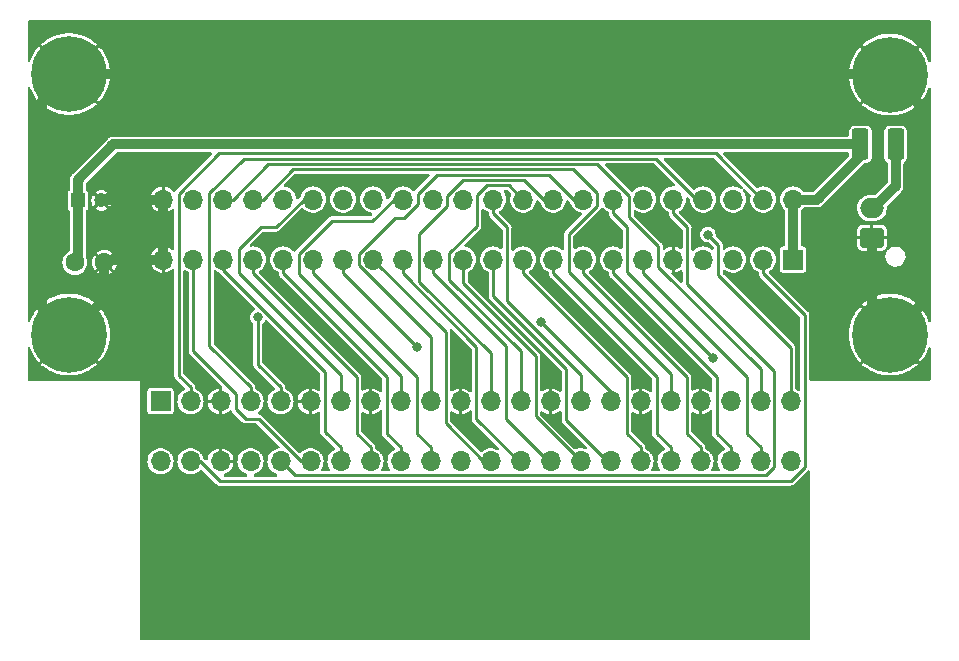
<source format=gbr>
G04 #@! TF.GenerationSoftware,KiCad,Pcbnew,(7.0.0-0)*
G04 #@! TF.CreationDate,2023-03-11T20:56:30+00:00*
G04 #@! TF.ProjectId,EXT80A,45585438-3041-42e6-9b69-6361645f7063,rev?*
G04 #@! TF.SameCoordinates,Original*
G04 #@! TF.FileFunction,Copper,L1,Top*
G04 #@! TF.FilePolarity,Positive*
%FSLAX46Y46*%
G04 Gerber Fmt 4.6, Leading zero omitted, Abs format (unit mm)*
G04 Created by KiCad (PCBNEW (7.0.0-0)) date 2023-03-11 20:56:30*
%MOMM*%
%LPD*%
G01*
G04 APERTURE LIST*
G04 Aperture macros list*
%AMRoundRect*
0 Rectangle with rounded corners*
0 $1 Rounding radius*
0 $2 $3 $4 $5 $6 $7 $8 $9 X,Y pos of 4 corners*
0 Add a 4 corners polygon primitive as box body*
4,1,4,$2,$3,$4,$5,$6,$7,$8,$9,$2,$3,0*
0 Add four circle primitives for the rounded corners*
1,1,$1+$1,$2,$3*
1,1,$1+$1,$4,$5*
1,1,$1+$1,$6,$7*
1,1,$1+$1,$8,$9*
0 Add four rect primitives between the rounded corners*
20,1,$1+$1,$2,$3,$4,$5,0*
20,1,$1+$1,$4,$5,$6,$7,0*
20,1,$1+$1,$6,$7,$8,$9,0*
20,1,$1+$1,$8,$9,$2,$3,0*%
G04 Aperture macros list end*
G04 #@! TA.AperFunction,ComponentPad*
%ADD10R,1.700000X1.700000*%
G04 #@! TD*
G04 #@! TA.AperFunction,ComponentPad*
%ADD11O,1.700000X1.700000*%
G04 #@! TD*
G04 #@! TA.AperFunction,ComponentPad*
%ADD12R,1.200000X1.200000*%
G04 #@! TD*
G04 #@! TA.AperFunction,ComponentPad*
%ADD13C,1.200000*%
G04 #@! TD*
G04 #@! TA.AperFunction,ComponentPad*
%ADD14RoundRect,0.250000X0.750000X-0.600000X0.750000X0.600000X-0.750000X0.600000X-0.750000X-0.600000X0*%
G04 #@! TD*
G04 #@! TA.AperFunction,ComponentPad*
%ADD15O,2.000000X1.700000*%
G04 #@! TD*
G04 #@! TA.AperFunction,ComponentPad*
%ADD16C,0.800000*%
G04 #@! TD*
G04 #@! TA.AperFunction,ComponentPad*
%ADD17C,6.400000*%
G04 #@! TD*
G04 #@! TA.AperFunction,SMDPad,CuDef*
%ADD18RoundRect,0.250001X-0.462499X-1.074999X0.462499X-1.074999X0.462499X1.074999X-0.462499X1.074999X0*%
G04 #@! TD*
G04 #@! TA.AperFunction,ComponentPad*
%ADD19C,1.600000*%
G04 #@! TD*
G04 #@! TA.AperFunction,ViaPad*
%ADD20C,0.800000*%
G04 #@! TD*
G04 #@! TA.AperFunction,Conductor*
%ADD21C,0.250000*%
G04 #@! TD*
G04 #@! TA.AperFunction,Conductor*
%ADD22C,0.812800*%
G04 #@! TD*
G04 #@! TA.AperFunction,Conductor*
%ADD23C,0.500000*%
G04 #@! TD*
G04 APERTURE END LIST*
D10*
X135499999Y-103499999D03*
D11*
X135499999Y-108579999D03*
X138039999Y-103499999D03*
X138039999Y-108579999D03*
X140579999Y-103499999D03*
X140579999Y-108579999D03*
X143119999Y-103499999D03*
X143119999Y-108579999D03*
X145659999Y-103499999D03*
X145659999Y-108579999D03*
X148199999Y-103499999D03*
X148199999Y-108579999D03*
X150739999Y-103499999D03*
X150739999Y-108579999D03*
X153279999Y-103499999D03*
X153279999Y-108579999D03*
X155819999Y-103499999D03*
X155819999Y-108579999D03*
X158359999Y-103499999D03*
X158359999Y-108579999D03*
X160899999Y-103499999D03*
X160899999Y-108579999D03*
X163439999Y-103499999D03*
X163439999Y-108579999D03*
X165979999Y-103499999D03*
X165979999Y-108579999D03*
X168519999Y-103499999D03*
X168519999Y-108579999D03*
X171059999Y-103499999D03*
X171059999Y-108579999D03*
X173599999Y-103499999D03*
X173599999Y-108579999D03*
X176139999Y-103499999D03*
X176139999Y-108579999D03*
X178679999Y-103499999D03*
X178679999Y-108579999D03*
X181219999Y-103499999D03*
X181219999Y-108579999D03*
X183759999Y-103499999D03*
X183759999Y-108579999D03*
X186299999Y-103499999D03*
X186299999Y-108579999D03*
X188839999Y-103499999D03*
X188839999Y-108579999D03*
D10*
X189059999Y-91499999D03*
D11*
X189059999Y-86419999D03*
X186519999Y-91499999D03*
X186519999Y-86419999D03*
X183979999Y-91499999D03*
X183979999Y-86419999D03*
X181439999Y-91499999D03*
X181439999Y-86419999D03*
X178899999Y-91499999D03*
X178899999Y-86419999D03*
X176359999Y-91499999D03*
X176359999Y-86419999D03*
X173819999Y-91499999D03*
X173819999Y-86419999D03*
X171279999Y-91499999D03*
X171279999Y-86419999D03*
X168739999Y-91499999D03*
X168739999Y-86419999D03*
X166199999Y-91499999D03*
X166199999Y-86419999D03*
X163659999Y-91499999D03*
X163659999Y-86419999D03*
X161119999Y-91499999D03*
X161119999Y-86419999D03*
X158579999Y-91499999D03*
X158579999Y-86419999D03*
X156039999Y-91499999D03*
X156039999Y-86419999D03*
X153499999Y-91499999D03*
X153499999Y-86419999D03*
X150959999Y-91499999D03*
X150959999Y-86419999D03*
X148419999Y-91499999D03*
X148419999Y-86419999D03*
X145879999Y-91499999D03*
X145879999Y-86419999D03*
X143339999Y-91499999D03*
X143339999Y-86419999D03*
X140799999Y-91499999D03*
X140799999Y-86419999D03*
X138259999Y-91499999D03*
X138259999Y-86419999D03*
X135719999Y-91499999D03*
X135719999Y-86419999D03*
D12*
X128499999Y-86499999D03*
D13*
X130500000Y-86500000D03*
D14*
X195725000Y-89650000D03*
D15*
X195724999Y-87149999D03*
D16*
X194850000Y-97850000D03*
X195552944Y-96152944D03*
X195552944Y-99547056D03*
X197250000Y-95450000D03*
D17*
X197250000Y-97850000D03*
D16*
X197250000Y-100250000D03*
X198947056Y-96152944D03*
X198947056Y-99547056D03*
X199650000Y-97850000D03*
X125350000Y-75802900D03*
X126052944Y-74105844D03*
X126052944Y-77499956D03*
X127750000Y-73402900D03*
D17*
X127750000Y-75802900D03*
D16*
X127750000Y-78202900D03*
X129447056Y-74105844D03*
X129447056Y-77499956D03*
X130150000Y-75802900D03*
X194850000Y-75850000D03*
X195552944Y-74152944D03*
X195552944Y-77547056D03*
X197250000Y-73450000D03*
D17*
X197250000Y-75850000D03*
D16*
X197250000Y-78250000D03*
X198947056Y-74152944D03*
X198947056Y-77547056D03*
X199650000Y-75850000D03*
D18*
X194762500Y-81750000D03*
X197737500Y-81750000D03*
D16*
X125350000Y-97850000D03*
X126052944Y-96152944D03*
X126052944Y-99547056D03*
X127750000Y-95450000D03*
D17*
X127750000Y-97850000D03*
D16*
X127750000Y-100250000D03*
X129447056Y-96152944D03*
X129447056Y-99547056D03*
X130150000Y-97850000D03*
D19*
X128250000Y-91750000D03*
X130750000Y-91750000D03*
D20*
X157214000Y-98898600D03*
X143734600Y-96380800D03*
X181848800Y-89390100D03*
X167679400Y-96816100D03*
X182257200Y-99817600D03*
D21*
X186520000Y-86420000D02*
X186420000Y-86420000D01*
X186420000Y-86420000D02*
X182508400Y-82508400D01*
X137055700Y-85946300D02*
X137055700Y-101340400D01*
X138040000Y-102324700D02*
X138040000Y-103500000D01*
X182508400Y-82508400D02*
X140493600Y-82508400D01*
X140493600Y-82508400D02*
X137055700Y-85946300D01*
X137055700Y-101340400D02*
X138040000Y-102324700D01*
X138260000Y-91500000D02*
X138260000Y-99279800D01*
X142727650Y-105000000D02*
X143812100Y-105000000D01*
X138260000Y-99279800D02*
X141850000Y-102869800D01*
X143812100Y-105000000D02*
X147392100Y-108580000D01*
X141850000Y-102869800D02*
X141850000Y-104122350D01*
X141850000Y-104122350D02*
X142727650Y-105000000D01*
X147392100Y-108580000D02*
X148200000Y-108580000D01*
X148420000Y-86420000D02*
X147612100Y-86420000D01*
X147612100Y-86420000D02*
X145282100Y-88750000D01*
X145282100Y-88750000D02*
X144000000Y-88750000D01*
X142153300Y-90596700D02*
X142153300Y-92653300D01*
X144000000Y-88750000D02*
X142153300Y-90596700D01*
X142153300Y-92653300D02*
X150740000Y-101240000D01*
X150740000Y-101240000D02*
X150740000Y-103500000D01*
X147217200Y-92746200D02*
X155820000Y-101349000D01*
X155232200Y-86420000D02*
X153420000Y-88232200D01*
X147217200Y-91004100D02*
X147217200Y-92746200D01*
X149989100Y-88232200D02*
X147217200Y-91004100D01*
X155820000Y-101349000D02*
X155820000Y-103500000D01*
X153420000Y-88232200D02*
X149989100Y-88232200D01*
X156040000Y-86420000D02*
X155232200Y-86420000D01*
X153500000Y-91500000D02*
X159630000Y-97630000D01*
X159630000Y-97630000D02*
X159630000Y-105380000D01*
X159630000Y-105380000D02*
X162830000Y-108580000D01*
X162830000Y-108580000D02*
X163440000Y-108580000D01*
X173600000Y-108580000D02*
X173330000Y-108580000D01*
X173330000Y-108580000D02*
X169830200Y-105080200D01*
X169830200Y-105080200D02*
X169830200Y-100748700D01*
X169830200Y-100748700D02*
X163660000Y-94578500D01*
X163660000Y-94578500D02*
X163660000Y-91500000D01*
X161120000Y-91500000D02*
X161120000Y-93524800D01*
X171060000Y-108560000D02*
X171060000Y-108580000D01*
X161120000Y-93524800D02*
X167250000Y-99654800D01*
X167250000Y-99654800D02*
X167250000Y-104750000D01*
X167250000Y-104750000D02*
X171060000Y-108560000D01*
X168520000Y-108580000D02*
X168330000Y-108580000D01*
X164710000Y-104960000D02*
X164710000Y-98805300D01*
X168330000Y-108580000D02*
X164710000Y-104960000D01*
X164710000Y-98805300D02*
X158580000Y-92675300D01*
X158580000Y-92675300D02*
X158580000Y-91500000D01*
X165980000Y-108580000D02*
X165830000Y-108580000D01*
X165830000Y-108580000D02*
X162241900Y-104991900D01*
X162241900Y-104991900D02*
X162241900Y-98877200D01*
X162241900Y-98877200D02*
X156040000Y-92675300D01*
X156040000Y-92675300D02*
X156040000Y-91500000D01*
X143340000Y-86420000D02*
X144147900Y-86420000D01*
X144147900Y-86420000D02*
X146708600Y-83859300D01*
X146708600Y-83859300D02*
X170433700Y-83859300D01*
X170433700Y-83859300D02*
X172461600Y-85887200D01*
X172461600Y-85887200D02*
X172461600Y-86945700D01*
X172461600Y-86945700D02*
X170074500Y-89332800D01*
X170074500Y-89332800D02*
X170074500Y-92590600D01*
X170074500Y-92590600D02*
X178680000Y-101196100D01*
X178680000Y-101196100D02*
X178680000Y-103500000D01*
X141608000Y-86420000D02*
X144619000Y-83409000D01*
X144619000Y-83409000D02*
X172480300Y-83409000D01*
X175184600Y-86113300D02*
X175184600Y-87896600D01*
X172480300Y-83409000D02*
X175184600Y-86113300D01*
X140800000Y-86420000D02*
X141608000Y-86420000D01*
X175184600Y-87896600D02*
X177630000Y-90342000D01*
X177630000Y-90342000D02*
X177630000Y-92135400D01*
X177630000Y-92135400D02*
X186300000Y-100805400D01*
X186300000Y-100805400D02*
X186300000Y-103500000D01*
X166200000Y-86420000D02*
X164989900Y-85209900D01*
X162295400Y-86036800D02*
X162295400Y-88627900D01*
X164989900Y-85209900D02*
X163122300Y-85209900D01*
X159935300Y-93189900D02*
X165980000Y-99234600D01*
X165980000Y-99234600D02*
X165980000Y-103500000D01*
X163122300Y-85209900D02*
X162295400Y-86036800D01*
X162295400Y-88627900D02*
X159935300Y-90988000D01*
X159935300Y-90988000D02*
X159935300Y-93189900D01*
X168740000Y-86420000D02*
X167932000Y-86420000D01*
X167932000Y-86420000D02*
X166271900Y-84759900D01*
X166271900Y-84759900D02*
X161108400Y-84759900D01*
X161108400Y-84759900D02*
X159755400Y-86112900D01*
X159755400Y-86112900D02*
X159755400Y-86961200D01*
X159755400Y-86961200D02*
X157380700Y-89335900D01*
X157380700Y-89335900D02*
X157380700Y-93379100D01*
X157380700Y-93379100D02*
X163440000Y-99438400D01*
X163440000Y-99438400D02*
X163440000Y-103500000D01*
X158360000Y-103500000D02*
X158360000Y-98036700D01*
X158360000Y-98036700D02*
X152315300Y-91992000D01*
X156133500Y-87989000D02*
X157328500Y-86794000D01*
X158930900Y-84309600D02*
X168390100Y-84309600D01*
X152315300Y-91992000D02*
X152315300Y-91020000D01*
X152315300Y-91020000D02*
X155346300Y-87989000D01*
X170500500Y-86420000D02*
X171280000Y-86420000D01*
X155346300Y-87989000D02*
X156133500Y-87989000D01*
X157328500Y-86794000D02*
X157328500Y-85912000D01*
X157328500Y-85912000D02*
X158930900Y-84309600D01*
X168390100Y-84309600D02*
X170500500Y-86420000D01*
X181440000Y-86420000D02*
X180920000Y-86420000D01*
X143120000Y-102324700D02*
X143120000Y-103500000D01*
X180920000Y-86420000D02*
X177458700Y-82958700D01*
X177458700Y-82958700D02*
X142571100Y-82958700D01*
X142571100Y-82958700D02*
X139624000Y-85905800D01*
X139624000Y-85905800D02*
X139624000Y-98828700D01*
X139624000Y-98828700D02*
X143120000Y-102324700D01*
X140800000Y-91500000D02*
X140800000Y-92398200D01*
X140800000Y-92398200D02*
X149401200Y-100999400D01*
X150740000Y-107404700D02*
X150740000Y-108580000D01*
X149401200Y-100999400D02*
X149401200Y-106065900D01*
X149401200Y-106065900D02*
X150740000Y-107404700D01*
X173600000Y-103500000D02*
X173600000Y-102736700D01*
X173600000Y-102736700D02*
X167679400Y-96816100D01*
X186520000Y-91500000D02*
X186520000Y-92675300D01*
X186520000Y-92675300D02*
X190051000Y-96206300D01*
X190051000Y-96206300D02*
X190051000Y-109044300D01*
X190051000Y-109044300D02*
X188841500Y-110253800D01*
X188841500Y-110253800D02*
X140521800Y-110253800D01*
X140521800Y-110253800D02*
X138848000Y-108580000D01*
X138848000Y-108580000D02*
X138040000Y-108580000D01*
D22*
X197738000Y-85262500D02*
X197738000Y-83506200D01*
X195850000Y-87150000D02*
X197738000Y-85262500D01*
X195725000Y-87150000D02*
X195850000Y-87150000D01*
X197738000Y-83506200D02*
X197738000Y-81750000D01*
D21*
X197737500Y-83505700D02*
X197737500Y-81750000D01*
X197738000Y-83506200D02*
X197737500Y-83505700D01*
X154644700Y-106229400D02*
X155820000Y-107404700D01*
X154644700Y-101440000D02*
X154644700Y-106229400D01*
X145880000Y-92675300D02*
X154644700Y-101440000D01*
X145880000Y-91500000D02*
X145880000Y-92675300D01*
X155820000Y-108580000D02*
X155820000Y-107404700D01*
X157184700Y-106229400D02*
X158360000Y-107404700D01*
X157184700Y-101440000D02*
X157184700Y-106229400D01*
X148420000Y-92675300D02*
X157184700Y-101440000D01*
X148420000Y-91500000D02*
X148420000Y-92675300D01*
X158360000Y-108580000D02*
X158360000Y-107404700D01*
X150990700Y-92675300D02*
X157214000Y-98898600D01*
X150960000Y-92675300D02*
X150990700Y-92675300D01*
X150960000Y-91500000D02*
X150960000Y-92675300D01*
X166200000Y-91500000D02*
X166200000Y-92675300D01*
X176140000Y-108580000D02*
X176140000Y-107404700D01*
X174964700Y-101440000D02*
X166200000Y-92675300D01*
X174964700Y-106229400D02*
X174964700Y-101440000D01*
X176140000Y-107404700D02*
X174964700Y-106229400D01*
X177504700Y-106229400D02*
X178680000Y-107404700D01*
X177504700Y-101440000D02*
X177504700Y-106229400D01*
X168740000Y-92675300D02*
X177504700Y-101440000D01*
X168740000Y-91500000D02*
X168740000Y-92675300D01*
X178680000Y-108580000D02*
X178680000Y-107404700D01*
X180044700Y-106229400D02*
X181220000Y-107404700D01*
X180044700Y-101440000D02*
X180044700Y-106229400D01*
X171280000Y-92675300D02*
X180044700Y-101440000D01*
X171280000Y-91500000D02*
X171280000Y-92675300D01*
X181220000Y-108580000D02*
X181220000Y-107404700D01*
X182584700Y-106229400D02*
X183760000Y-107404700D01*
X182584700Y-101440000D02*
X182584700Y-106229400D01*
X173820000Y-92675300D02*
X182584700Y-101440000D01*
X183760000Y-108580000D02*
X183760000Y-107404700D01*
X173820000Y-91500000D02*
X173820000Y-92675300D01*
X185124700Y-106229400D02*
X186300000Y-107404700D01*
X185124700Y-101440000D02*
X185124700Y-106229400D01*
X176360000Y-92675300D02*
X185124700Y-101440000D01*
X176360000Y-91500000D02*
X176360000Y-92675300D01*
X186300000Y-108580000D02*
X186300000Y-107404700D01*
X143340000Y-91500000D02*
X143340000Y-92675300D01*
X153280000Y-108580000D02*
X153280000Y-107404700D01*
X152104700Y-101440000D02*
X143340000Y-92675300D01*
X152104700Y-106229400D02*
X152104700Y-101440000D01*
X153280000Y-107404700D02*
X152104700Y-106229400D01*
X145660000Y-103500000D02*
X145660000Y-102324700D01*
X143734600Y-100399300D02*
X145660000Y-102324700D01*
X143734600Y-96380800D02*
X143734600Y-100399300D01*
X178900000Y-86420000D02*
X178900000Y-87595300D01*
X146852600Y-109772600D02*
X145660000Y-108580000D01*
X186772100Y-109772600D02*
X146852600Y-109772600D01*
X187482200Y-109062500D02*
X186772100Y-109772600D01*
X187482200Y-100977400D02*
X187482200Y-109062500D01*
X180075300Y-93570500D02*
X187482200Y-100977400D01*
X180075300Y-88770600D02*
X180075300Y-93570500D01*
X178900000Y-87595300D02*
X180075300Y-88770600D01*
X182710000Y-90251300D02*
X181848800Y-89390100D01*
X182710000Y-92819600D02*
X182710000Y-90251300D01*
X188840000Y-98949600D02*
X182710000Y-92819600D01*
X188840000Y-103500000D02*
X188840000Y-98949600D01*
X171060000Y-101234700D02*
X171060000Y-103500000D01*
X164835300Y-95010000D02*
X171060000Y-101234700D01*
X164835300Y-88770600D02*
X164835300Y-95010000D01*
X163660000Y-87595300D02*
X164835300Y-88770600D01*
X163660000Y-86420000D02*
X163660000Y-87595300D01*
X174995300Y-92555700D02*
X182257200Y-99817600D01*
X174995300Y-88770600D02*
X174995300Y-92555700D01*
X173820000Y-87595300D02*
X174995300Y-88770600D01*
X173820000Y-86420000D02*
X173820000Y-87595300D01*
D22*
X131000000Y-91500000D02*
X130750000Y-91750000D01*
X135720000Y-91500000D02*
X131000000Y-91500000D01*
X130580000Y-86420000D02*
X130500000Y-86500000D01*
X135720000Y-86420000D02*
X130580000Y-86420000D01*
X135720000Y-86420000D02*
X135720000Y-91500000D01*
X130750000Y-94850000D02*
X129447100Y-96152900D01*
X130750000Y-91750000D02*
X130750000Y-94850000D01*
X125500000Y-78052900D02*
X126052900Y-77500000D01*
X125500000Y-95600000D02*
X125500000Y-78052900D01*
X126052900Y-96152900D02*
X125500000Y-95600000D01*
X130150000Y-75802900D02*
X194802900Y-75802900D01*
D23*
X194802900Y-75802900D02*
X194850000Y-75850000D01*
X198947100Y-96152900D02*
X199022100Y-96227900D01*
D22*
X200000000Y-95250000D02*
X199022100Y-96227900D01*
X200000000Y-78600000D02*
X200000000Y-95250000D01*
X198947100Y-77547100D02*
X200000000Y-78600000D01*
D23*
X197250000Y-95450000D02*
X195725000Y-95450000D01*
D22*
X195725000Y-89650000D02*
X195725000Y-95450000D01*
X195725000Y-95450000D02*
X195725000Y-95887500D01*
X195725000Y-96325000D02*
X197250000Y-97850000D01*
X195725000Y-95887500D02*
X195725000Y-96325000D01*
D23*
X195552900Y-96059600D02*
X195552900Y-96152900D01*
X195725000Y-95887500D02*
X195552900Y-96059600D01*
X125350000Y-97850000D02*
X126550000Y-96650000D01*
D22*
X127750000Y-97850000D02*
X126550000Y-96650000D01*
X126901500Y-76651400D02*
X127750000Y-75802900D01*
D23*
X126198500Y-76651400D02*
X125350000Y-75802900D01*
X126901500Y-76651400D02*
X126198500Y-76651400D01*
X127750000Y-99898500D02*
X127750000Y-100250000D01*
X128101400Y-99547100D02*
X127750000Y-99898500D01*
X129447100Y-99547100D02*
X128101400Y-99547100D01*
X126404300Y-99898500D02*
X126052900Y-99547100D01*
X127750000Y-99898500D02*
X126404300Y-99898500D01*
D22*
X126550000Y-96650000D02*
X126052900Y-96152900D01*
D23*
X127750000Y-95450000D02*
X126550000Y-96650000D01*
D22*
X126052900Y-77500000D02*
X126477200Y-77075700D01*
X126477200Y-77075700D02*
X126901500Y-76651400D01*
D23*
X126622800Y-77075700D02*
X127750000Y-78202900D01*
X126477200Y-77075700D02*
X126622800Y-77075700D01*
D22*
X129447100Y-96152900D02*
X128598600Y-97001400D01*
X128598600Y-97001400D02*
X127750000Y-97850000D01*
D23*
X129301400Y-97001400D02*
X130150000Y-97850000D01*
X128598600Y-97001400D02*
X129301400Y-97001400D01*
X128950000Y-75802900D02*
X128950000Y-74105800D01*
X129447100Y-74105800D02*
X128950000Y-74105800D01*
D22*
X127750000Y-75802900D02*
X128950000Y-75802900D01*
D23*
X197250000Y-78250000D02*
X198450000Y-77050000D01*
D22*
X197250000Y-75850000D02*
X198450000Y-77050000D01*
X198450000Y-77050000D02*
X198947100Y-77547100D01*
D23*
X195552900Y-77547100D02*
X195552900Y-75802900D01*
D22*
X194802900Y-75802900D02*
X195552900Y-75802900D01*
X199022100Y-96227900D02*
X198211100Y-97038900D01*
X128950000Y-75802900D02*
X129550000Y-75802900D01*
X129550000Y-75802900D02*
X130150000Y-75802900D01*
D23*
X129447100Y-75905800D02*
X129447100Y-77500000D01*
X129550000Y-75802900D02*
X129447100Y-75905800D01*
X196378000Y-75802900D02*
X196378000Y-74152900D01*
X195552900Y-74152900D02*
X196378000Y-74152900D01*
X196547100Y-74152900D02*
X197250000Y-73450000D01*
X196378000Y-74152900D02*
X196547100Y-74152900D01*
D22*
X195552900Y-75802900D02*
X196378000Y-75802900D01*
X197203000Y-75802900D02*
X197250000Y-75850000D01*
X196378000Y-75802900D02*
X197203000Y-75802900D01*
D23*
X198838900Y-97038900D02*
X199650000Y-97850000D01*
X198211100Y-97038900D02*
X198838900Y-97038900D01*
D22*
X198211100Y-97038900D02*
X197400000Y-97850000D01*
X197400000Y-97850000D02*
X197250000Y-97850000D01*
D23*
X197952900Y-98402900D02*
X197400000Y-97850000D01*
X197952900Y-99547100D02*
X197952900Y-98402900D01*
X198947100Y-99547100D02*
X197952900Y-99547100D01*
X197952900Y-99547100D02*
X197250000Y-100250000D01*
X128452900Y-74105800D02*
X127750000Y-73402900D01*
X128950000Y-74105800D02*
X128452900Y-74105800D01*
X127047100Y-74105800D02*
X127750000Y-73402900D01*
X126052900Y-74105800D02*
X127047100Y-74105800D01*
D22*
X128500000Y-91500000D02*
X128250000Y-91750000D01*
X128500000Y-86500000D02*
X128500000Y-91500000D01*
X189060000Y-86420000D02*
X189060000Y-91500000D01*
D23*
X191116100Y-81750000D02*
X194762500Y-81750000D01*
D22*
X131500000Y-81750000D02*
X191116100Y-81750000D01*
X128500000Y-84750000D02*
X131500000Y-81750000D01*
X128500000Y-86500000D02*
X128500000Y-84750000D01*
X191080000Y-86420000D02*
X189060000Y-86420000D01*
X194762000Y-82737500D02*
X191080000Y-86420000D01*
X194762000Y-81750000D02*
X194762000Y-82737500D01*
X191116100Y-81750000D02*
X194762000Y-81750000D01*
G04 #@! TA.AperFunction,Conductor*
G36*
X200688000Y-71266613D02*
G01*
X200733387Y-71312000D01*
X200750000Y-71374000D01*
X200750000Y-74656462D01*
X200731551Y-74721538D01*
X200681695Y-74767250D01*
X200615267Y-74779997D01*
X200552032Y-74755985D01*
X200510807Y-74702359D01*
X200390614Y-74400696D01*
X200387794Y-74394600D01*
X200215508Y-74069636D01*
X200212041Y-74063873D01*
X200005630Y-73759440D01*
X200001570Y-73754099D01*
X199794041Y-73509777D01*
X199782697Y-73502160D01*
X199770771Y-73508832D01*
X197441147Y-75838457D01*
X197434483Y-75849999D01*
X197441147Y-75861542D01*
X199770771Y-78191166D01*
X199782697Y-78197838D01*
X199794041Y-78190221D01*
X200001570Y-77945900D01*
X200005630Y-77940559D01*
X200212041Y-77636126D01*
X200215508Y-77630363D01*
X200387794Y-77305399D01*
X200390614Y-77299303D01*
X200510807Y-76997641D01*
X200552032Y-76944015D01*
X200615267Y-76920003D01*
X200681695Y-76932750D01*
X200731551Y-76978462D01*
X200750000Y-77043538D01*
X200750000Y-96656462D01*
X200731551Y-96721538D01*
X200681695Y-96767250D01*
X200615267Y-96779997D01*
X200552032Y-96755985D01*
X200510807Y-96702359D01*
X200390614Y-96400696D01*
X200387794Y-96394600D01*
X200215508Y-96069636D01*
X200212041Y-96063873D01*
X200005630Y-95759440D01*
X200001570Y-95754099D01*
X199794041Y-95509777D01*
X199782697Y-95502160D01*
X199770771Y-95508832D01*
X197441147Y-97838457D01*
X197434483Y-97850000D01*
X197441147Y-97861542D01*
X199770771Y-100191166D01*
X199782697Y-100197838D01*
X199794041Y-100190221D01*
X200001570Y-99945900D01*
X200005630Y-99940559D01*
X200212041Y-99636126D01*
X200215508Y-99630363D01*
X200387794Y-99305399D01*
X200390614Y-99299303D01*
X200510807Y-98997641D01*
X200552032Y-98944015D01*
X200615267Y-98920003D01*
X200681695Y-98932750D01*
X200731551Y-98978462D01*
X200750000Y-99043538D01*
X200750000Y-101626000D01*
X200733387Y-101688000D01*
X200688000Y-101733387D01*
X200626000Y-101750000D01*
X190554500Y-101750000D01*
X190492500Y-101733387D01*
X190447113Y-101688000D01*
X190430500Y-101626000D01*
X190430500Y-100380543D01*
X194904065Y-100380543D01*
X194911049Y-100392033D01*
X195008203Y-100484061D01*
X195013326Y-100488412D01*
X195306134Y-100711001D01*
X195311694Y-100714770D01*
X195626858Y-100904398D01*
X195632796Y-100907546D01*
X195966608Y-101061983D01*
X195972850Y-101064471D01*
X196321412Y-101181915D01*
X196327886Y-101183713D01*
X196687096Y-101262781D01*
X196693730Y-101263868D01*
X197059391Y-101303636D01*
X197066088Y-101304000D01*
X197433912Y-101304000D01*
X197440608Y-101303636D01*
X197806269Y-101263868D01*
X197812903Y-101262781D01*
X198172113Y-101183713D01*
X198178587Y-101181915D01*
X198527149Y-101064471D01*
X198533391Y-101061983D01*
X198867203Y-100907546D01*
X198873141Y-100904398D01*
X199188305Y-100714770D01*
X199193865Y-100711001D01*
X199486679Y-100488408D01*
X199491796Y-100484062D01*
X199588949Y-100392033D01*
X199595933Y-100380543D01*
X199589262Y-100368867D01*
X197261542Y-98041147D01*
X197249999Y-98034483D01*
X197238457Y-98041147D01*
X194910736Y-100368867D01*
X194904065Y-100380543D01*
X190430500Y-100380543D01*
X190430500Y-97853357D01*
X193791109Y-97853357D01*
X193811021Y-98220628D01*
X193811749Y-98227318D01*
X193871252Y-98590270D01*
X193872699Y-98596843D01*
X193971099Y-98951245D01*
X193973244Y-98957613D01*
X194109385Y-99299303D01*
X194112205Y-99305399D01*
X194284491Y-99630363D01*
X194287958Y-99636126D01*
X194494369Y-99940559D01*
X194498429Y-99945900D01*
X194705957Y-100190221D01*
X194717301Y-100197838D01*
X194729227Y-100191166D01*
X197058852Y-97861542D01*
X197065516Y-97850000D01*
X197058852Y-97838457D01*
X194729227Y-95508832D01*
X194717301Y-95502160D01*
X194705957Y-95509777D01*
X194498429Y-95754099D01*
X194494369Y-95759440D01*
X194287958Y-96063873D01*
X194284491Y-96069636D01*
X194112205Y-96394600D01*
X194109385Y-96400696D01*
X193973244Y-96742386D01*
X193971099Y-96748754D01*
X193872699Y-97103156D01*
X193871252Y-97109729D01*
X193811749Y-97472681D01*
X193811021Y-97479371D01*
X193791109Y-97846643D01*
X193791109Y-97853357D01*
X190430500Y-97853357D01*
X190430500Y-96258521D01*
X190433139Y-96233072D01*
X190435419Y-96222200D01*
X190431452Y-96190376D01*
X190431123Y-96185084D01*
X190430924Y-96185101D01*
X190430500Y-96179986D01*
X190430500Y-96174857D01*
X190427030Y-96154067D01*
X190426303Y-96149077D01*
X190419752Y-96096517D01*
X190416222Y-96089296D01*
X190414900Y-96081373D01*
X190410007Y-96072331D01*
X190389720Y-96034843D01*
X190387375Y-96030287D01*
X190368640Y-95991966D01*
X190364126Y-95982732D01*
X190358441Y-95977047D01*
X190354619Y-95969984D01*
X190347057Y-95963023D01*
X190347056Y-95963021D01*
X190315701Y-95934157D01*
X190312003Y-95930609D01*
X189700850Y-95319456D01*
X194904065Y-95319456D01*
X194910736Y-95331131D01*
X197238457Y-97658852D01*
X197250000Y-97665516D01*
X197261542Y-97658852D01*
X199589262Y-95331131D01*
X199595933Y-95319455D01*
X199588949Y-95307965D01*
X199491796Y-95215938D01*
X199486673Y-95211587D01*
X199193865Y-94988998D01*
X199188305Y-94985229D01*
X198873141Y-94795601D01*
X198867203Y-94792453D01*
X198533391Y-94638016D01*
X198527149Y-94635528D01*
X198178587Y-94518084D01*
X198172113Y-94516286D01*
X197812903Y-94437218D01*
X197806269Y-94436131D01*
X197440608Y-94396363D01*
X197433912Y-94396000D01*
X197066088Y-94396000D01*
X197059391Y-94396363D01*
X196693730Y-94436131D01*
X196687096Y-94437218D01*
X196327886Y-94516286D01*
X196321412Y-94518084D01*
X195972850Y-94635528D01*
X195966608Y-94638016D01*
X195632796Y-94792453D01*
X195626858Y-94795601D01*
X195311694Y-94985229D01*
X195306134Y-94988998D01*
X195013321Y-95211590D01*
X195008202Y-95215938D01*
X194911051Y-95307963D01*
X194904065Y-95319456D01*
X189700850Y-95319456D01*
X187038604Y-92657210D01*
X187009176Y-92610290D01*
X187003111Y-92555239D01*
X187021619Y-92503038D01*
X187061008Y-92464102D01*
X187188462Y-92385186D01*
X187339732Y-92247285D01*
X187463088Y-92083935D01*
X187554328Y-91900701D01*
X187610345Y-91703821D01*
X187629232Y-91500000D01*
X187610345Y-91296179D01*
X187554328Y-91099299D01*
X187474917Y-90939820D01*
X187465642Y-90921194D01*
X187465641Y-90921193D01*
X187463088Y-90916065D01*
X187459635Y-90911492D01*
X187343189Y-90757292D01*
X187343185Y-90757288D01*
X187339732Y-90752715D01*
X187335495Y-90748852D01*
X187335491Y-90748848D01*
X187210990Y-90635351D01*
X187188462Y-90614814D01*
X187183596Y-90611801D01*
X187183592Y-90611798D01*
X187019298Y-90510072D01*
X187014427Y-90507056D01*
X187009089Y-90504988D01*
X187009085Y-90504986D01*
X186828902Y-90435183D01*
X186828901Y-90435182D01*
X186823556Y-90433112D01*
X186817921Y-90432058D01*
X186817919Y-90432058D01*
X186627977Y-90396552D01*
X186627972Y-90396551D01*
X186622347Y-90395500D01*
X186417653Y-90395500D01*
X186412028Y-90396551D01*
X186412022Y-90396552D01*
X186222080Y-90432058D01*
X186222075Y-90432059D01*
X186216444Y-90433112D01*
X186211101Y-90435181D01*
X186211097Y-90435183D01*
X186030914Y-90504986D01*
X186030906Y-90504989D01*
X186025573Y-90507056D01*
X186020706Y-90510069D01*
X186020701Y-90510072D01*
X185856407Y-90611798D01*
X185856397Y-90611804D01*
X185851538Y-90614814D01*
X185847307Y-90618670D01*
X185847303Y-90618674D01*
X185704508Y-90748848D01*
X185704498Y-90748858D01*
X185700268Y-90752715D01*
X185696819Y-90757281D01*
X185696810Y-90757292D01*
X185580364Y-90911492D01*
X185580357Y-90911502D01*
X185576912Y-90916065D01*
X185574362Y-90921185D01*
X185574357Y-90921194D01*
X185488226Y-91094168D01*
X185488222Y-91094176D01*
X185485672Y-91099299D01*
X185484103Y-91104811D01*
X185484103Y-91104813D01*
X185466419Y-91166968D01*
X185429655Y-91296179D01*
X185429126Y-91301884D01*
X185429126Y-91301886D01*
X185421109Y-91388407D01*
X185410768Y-91500000D01*
X185411297Y-91505709D01*
X185429117Y-91698021D01*
X185429655Y-91703821D01*
X185485672Y-91900701D01*
X185488224Y-91905826D01*
X185488226Y-91905831D01*
X185574357Y-92078805D01*
X185574359Y-92078809D01*
X185576912Y-92083935D01*
X185580361Y-92088502D01*
X185580364Y-92088507D01*
X185696810Y-92242707D01*
X185696815Y-92242712D01*
X185700268Y-92247285D01*
X185704504Y-92251146D01*
X185704508Y-92251151D01*
X185782928Y-92322640D01*
X185851538Y-92385186D01*
X185856405Y-92388199D01*
X185856407Y-92388201D01*
X185899390Y-92414815D01*
X186025573Y-92492944D01*
X186041856Y-92499252D01*
X186061293Y-92506782D01*
X186102820Y-92533387D01*
X186130692Y-92574075D01*
X186140500Y-92622409D01*
X186140500Y-92623079D01*
X186137861Y-92648525D01*
X186135581Y-92659400D01*
X186136851Y-92669589D01*
X186136851Y-92669594D01*
X186139548Y-92691224D01*
X186139876Y-92696519D01*
X186140077Y-92696503D01*
X186140500Y-92701609D01*
X186140500Y-92706743D01*
X186141344Y-92711806D01*
X186141345Y-92711808D01*
X186143959Y-92727473D01*
X186144698Y-92732542D01*
X186149977Y-92774894D01*
X186149978Y-92774898D01*
X186151248Y-92785083D01*
X186154777Y-92792303D01*
X186156100Y-92800227D01*
X186181279Y-92846754D01*
X186183621Y-92851304D01*
X186206874Y-92898868D01*
X186212558Y-92904552D01*
X186216381Y-92911616D01*
X186223938Y-92918572D01*
X186223939Y-92918574D01*
X186255297Y-92947441D01*
X186258995Y-92950989D01*
X189635181Y-96327176D01*
X189662061Y-96367404D01*
X189671500Y-96414857D01*
X189671500Y-102493140D01*
X189654407Y-102555965D01*
X189607839Y-102601469D01*
X189544636Y-102617107D01*
X189482222Y-102598567D01*
X189480752Y-102597657D01*
X189334427Y-102507056D01*
X189329085Y-102504986D01*
X189329082Y-102504985D01*
X189298707Y-102493218D01*
X189257180Y-102466613D01*
X189229308Y-102425925D01*
X189219500Y-102377591D01*
X189219500Y-99001821D01*
X189222139Y-98976372D01*
X189224419Y-98965500D01*
X189220452Y-98933676D01*
X189220123Y-98928384D01*
X189219924Y-98928401D01*
X189219500Y-98923286D01*
X189219500Y-98918157D01*
X189216030Y-98897367D01*
X189215303Y-98892377D01*
X189208752Y-98839817D01*
X189205222Y-98832596D01*
X189203900Y-98824673D01*
X189197475Y-98812800D01*
X189178720Y-98778143D01*
X189176375Y-98773587D01*
X189157640Y-98735266D01*
X189153126Y-98726032D01*
X189147441Y-98720347D01*
X189143619Y-98713284D01*
X189136057Y-98706323D01*
X189136056Y-98706321D01*
X189104701Y-98677457D01*
X189101003Y-98673909D01*
X183125819Y-92698725D01*
X183098939Y-92658497D01*
X183089500Y-92611044D01*
X183089500Y-92463604D01*
X183102500Y-92408332D01*
X183138774Y-92364649D01*
X183190716Y-92341715D01*
X183247436Y-92344338D01*
X183297036Y-92371965D01*
X183311538Y-92385186D01*
X183316405Y-92388199D01*
X183316407Y-92388201D01*
X183359390Y-92414815D01*
X183485573Y-92492944D01*
X183676444Y-92566888D01*
X183877653Y-92604500D01*
X184076618Y-92604500D01*
X184082347Y-92604500D01*
X184283556Y-92566888D01*
X184474427Y-92492944D01*
X184648462Y-92385186D01*
X184799732Y-92247285D01*
X184923088Y-92083935D01*
X185014328Y-91900701D01*
X185070345Y-91703821D01*
X185089232Y-91500000D01*
X185070345Y-91296179D01*
X185014328Y-91099299D01*
X184934917Y-90939820D01*
X184925642Y-90921194D01*
X184925641Y-90921193D01*
X184923088Y-90916065D01*
X184919635Y-90911492D01*
X184803189Y-90757292D01*
X184803185Y-90757288D01*
X184799732Y-90752715D01*
X184795495Y-90748852D01*
X184795491Y-90748848D01*
X184670990Y-90635351D01*
X184648462Y-90614814D01*
X184643596Y-90611801D01*
X184643592Y-90611798D01*
X184479298Y-90510072D01*
X184474427Y-90507056D01*
X184469089Y-90504988D01*
X184469085Y-90504986D01*
X184288902Y-90435183D01*
X184288901Y-90435182D01*
X184283556Y-90433112D01*
X184277921Y-90432058D01*
X184277919Y-90432058D01*
X184087977Y-90396552D01*
X184087972Y-90396551D01*
X184082347Y-90395500D01*
X183877653Y-90395500D01*
X183872028Y-90396551D01*
X183872022Y-90396552D01*
X183682080Y-90432058D01*
X183682075Y-90432059D01*
X183676444Y-90433112D01*
X183671101Y-90435181D01*
X183671097Y-90435183D01*
X183490914Y-90504986D01*
X183490906Y-90504989D01*
X183485573Y-90507056D01*
X183480706Y-90510069D01*
X183480701Y-90510072D01*
X183316407Y-90611798D01*
X183316397Y-90611804D01*
X183311538Y-90614814D01*
X183297036Y-90628034D01*
X183247436Y-90655662D01*
X183190716Y-90658285D01*
X183138774Y-90635351D01*
X183102500Y-90591668D01*
X183089500Y-90536396D01*
X183089500Y-90303521D01*
X183092139Y-90278072D01*
X183094419Y-90267200D01*
X183090452Y-90235376D01*
X183090123Y-90230079D01*
X183089923Y-90230096D01*
X183089500Y-90224993D01*
X183089500Y-90219857D01*
X183086039Y-90199115D01*
X183085299Y-90194041D01*
X183080023Y-90151713D01*
X183080022Y-90151712D01*
X183078752Y-90141518D01*
X183075222Y-90134298D01*
X183073900Y-90126373D01*
X183048720Y-90079846D01*
X183046375Y-90075290D01*
X183042869Y-90068119D01*
X183041742Y-90065813D01*
X183027639Y-90036963D01*
X183027637Y-90036961D01*
X183023126Y-90027732D01*
X183017441Y-90022047D01*
X183013619Y-90014984D01*
X183006057Y-90008023D01*
X183006056Y-90008021D01*
X182974701Y-89979157D01*
X182971003Y-89975609D01*
X182537523Y-89542129D01*
X182507987Y-89494896D01*
X182502108Y-89439503D01*
X182508107Y-89390100D01*
X182488949Y-89232318D01*
X182432587Y-89083705D01*
X182342298Y-88952899D01*
X182261927Y-88881696D01*
X182228944Y-88852475D01*
X182228941Y-88852473D01*
X182223329Y-88847501D01*
X182160026Y-88814277D01*
X182089232Y-88777121D01*
X182089229Y-88777119D01*
X182082593Y-88773637D01*
X182055498Y-88766958D01*
X181935552Y-88737394D01*
X181935547Y-88737393D01*
X181928271Y-88735600D01*
X181769329Y-88735600D01*
X181762053Y-88737393D01*
X181762047Y-88737394D01*
X181622289Y-88771842D01*
X181622287Y-88771842D01*
X181615007Y-88773637D01*
X181608373Y-88777118D01*
X181608367Y-88777121D01*
X181480910Y-88844016D01*
X181480906Y-88844018D01*
X181474271Y-88847501D01*
X181468662Y-88852470D01*
X181468655Y-88852475D01*
X181376071Y-88934499D01*
X181355302Y-88952899D01*
X181351047Y-88959063D01*
X181351042Y-88959069D01*
X181269276Y-89077528D01*
X181269273Y-89077532D01*
X181265013Y-89083705D01*
X181262353Y-89090716D01*
X181262351Y-89090722D01*
X181211311Y-89225303D01*
X181208651Y-89232318D01*
X181207747Y-89239758D01*
X181207746Y-89239765D01*
X181195811Y-89338062D01*
X181189493Y-89390100D01*
X181190397Y-89397543D01*
X181190397Y-89397545D01*
X181207746Y-89540434D01*
X181207747Y-89540439D01*
X181208651Y-89547882D01*
X181265013Y-89696495D01*
X181269276Y-89702671D01*
X181331850Y-89793326D01*
X181355302Y-89827301D01*
X181474271Y-89932699D01*
X181615007Y-90006563D01*
X181769329Y-90044600D01*
X181776829Y-90044600D01*
X181915244Y-90044600D01*
X181962697Y-90054039D01*
X182002925Y-90080919D01*
X182294181Y-90372175D01*
X182321061Y-90412403D01*
X182330500Y-90459856D01*
X182330500Y-90536396D01*
X182317500Y-90591668D01*
X182281226Y-90635351D01*
X182229284Y-90658285D01*
X182172564Y-90655662D01*
X182122963Y-90628034D01*
X182108462Y-90614814D01*
X182103596Y-90611801D01*
X182103592Y-90611798D01*
X181939298Y-90510072D01*
X181934427Y-90507056D01*
X181929089Y-90504988D01*
X181929085Y-90504986D01*
X181748902Y-90435183D01*
X181748901Y-90435182D01*
X181743556Y-90433112D01*
X181737921Y-90432058D01*
X181737919Y-90432058D01*
X181547977Y-90396552D01*
X181547972Y-90396551D01*
X181542347Y-90395500D01*
X181337653Y-90395500D01*
X181332028Y-90396551D01*
X181332022Y-90396552D01*
X181142080Y-90432058D01*
X181142075Y-90432059D01*
X181136444Y-90433112D01*
X181131101Y-90435181D01*
X181131097Y-90435183D01*
X180950914Y-90504986D01*
X180950906Y-90504989D01*
X180945573Y-90507056D01*
X180940706Y-90510069D01*
X180940701Y-90510072D01*
X180776407Y-90611798D01*
X180776397Y-90611804D01*
X180771538Y-90614814D01*
X180767307Y-90618670D01*
X180767303Y-90618674D01*
X180662338Y-90714363D01*
X180612734Y-90741992D01*
X180556015Y-90744615D01*
X180504073Y-90721680D01*
X180467800Y-90677998D01*
X180454800Y-90622726D01*
X180454800Y-88822816D01*
X180457439Y-88797369D01*
X180459718Y-88786500D01*
X180455752Y-88754681D01*
X180455423Y-88749383D01*
X180455224Y-88749400D01*
X180454800Y-88744287D01*
X180454800Y-88739157D01*
X180451334Y-88718390D01*
X180450599Y-88713353D01*
X180444052Y-88660817D01*
X180440522Y-88653596D01*
X180439200Y-88645673D01*
X180425355Y-88620089D01*
X180414020Y-88599143D01*
X180411675Y-88594587D01*
X180392940Y-88556266D01*
X180388426Y-88547032D01*
X180382741Y-88541347D01*
X180378919Y-88534284D01*
X180371357Y-88527323D01*
X180371356Y-88527321D01*
X180340001Y-88498457D01*
X180336303Y-88494909D01*
X179418604Y-87577210D01*
X179389176Y-87530290D01*
X179383111Y-87475239D01*
X179401619Y-87423038D01*
X179441008Y-87384102D01*
X179458585Y-87373219D01*
X179568462Y-87305186D01*
X179719732Y-87167285D01*
X179843088Y-87003935D01*
X179934328Y-86820701D01*
X179990345Y-86623821D01*
X180009232Y-86420000D01*
X180002716Y-86349683D01*
X180011846Y-86290262D01*
X180047855Y-86242118D01*
X180102277Y-86216570D01*
X180162319Y-86219624D01*
X180213868Y-86250562D01*
X180294978Y-86331672D01*
X180321858Y-86371900D01*
X180330977Y-86417744D01*
X180330768Y-86420000D01*
X180331297Y-86425709D01*
X180349117Y-86618021D01*
X180349655Y-86623821D01*
X180405672Y-86820701D01*
X180408224Y-86825826D01*
X180408226Y-86825831D01*
X180494357Y-86998805D01*
X180494359Y-86998809D01*
X180496912Y-87003935D01*
X180500361Y-87008502D01*
X180500364Y-87008507D01*
X180616810Y-87162707D01*
X180616815Y-87162712D01*
X180620268Y-87167285D01*
X180624504Y-87171146D01*
X180624508Y-87171151D01*
X180712067Y-87250971D01*
X180771538Y-87305186D01*
X180776405Y-87308199D01*
X180776407Y-87308201D01*
X180832778Y-87343104D01*
X180945573Y-87412944D01*
X181136444Y-87486888D01*
X181337653Y-87524500D01*
X181536618Y-87524500D01*
X181542347Y-87524500D01*
X181743556Y-87486888D01*
X181934427Y-87412944D01*
X182108462Y-87305186D01*
X182259732Y-87167285D01*
X182383088Y-87003935D01*
X182474328Y-86820701D01*
X182530345Y-86623821D01*
X182549232Y-86420000D01*
X182530345Y-86216179D01*
X182474328Y-86019299D01*
X182407949Y-85885993D01*
X182385642Y-85841194D01*
X182385641Y-85841193D01*
X182383088Y-85836065D01*
X182378381Y-85829832D01*
X182263189Y-85677292D01*
X182263185Y-85677288D01*
X182259732Y-85672715D01*
X182255495Y-85668852D01*
X182255491Y-85668848D01*
X182112696Y-85538674D01*
X182112697Y-85538674D01*
X182108462Y-85534814D01*
X182103596Y-85531801D01*
X182103592Y-85531798D01*
X181939298Y-85430072D01*
X181934427Y-85427056D01*
X181929089Y-85424988D01*
X181929085Y-85424986D01*
X181748902Y-85355183D01*
X181748901Y-85355182D01*
X181743556Y-85353112D01*
X181737921Y-85352058D01*
X181737919Y-85352058D01*
X181547977Y-85316552D01*
X181547972Y-85316551D01*
X181542347Y-85315500D01*
X181337653Y-85315500D01*
X181332028Y-85316551D01*
X181332022Y-85316552D01*
X181142080Y-85352058D01*
X181142075Y-85352059D01*
X181136444Y-85353112D01*
X181131101Y-85355181D01*
X181131097Y-85355183D01*
X180950914Y-85424986D01*
X180950906Y-85424989D01*
X180945573Y-85427056D01*
X180940706Y-85430069D01*
X180940701Y-85430072D01*
X180776407Y-85531798D01*
X180776397Y-85531804D01*
X180771538Y-85534814D01*
X180767312Y-85538666D01*
X180767302Y-85538674D01*
X180754397Y-85550440D01*
X180699249Y-85579509D01*
X180636925Y-85578069D01*
X180583178Y-85546484D01*
X178136275Y-83099581D01*
X178106025Y-83050218D01*
X178101483Y-82992502D01*
X178123638Y-82939015D01*
X178167661Y-82901415D01*
X178223956Y-82887900D01*
X182299844Y-82887900D01*
X182347297Y-82897339D01*
X182387525Y-82924219D01*
X184816090Y-85352784D01*
X184847411Y-85405614D01*
X184849538Y-85466994D01*
X184821950Y-85521865D01*
X184771415Y-85556768D01*
X184710330Y-85563140D01*
X184653680Y-85539418D01*
X184652702Y-85538679D01*
X184648462Y-85534814D01*
X184638991Y-85528950D01*
X184479298Y-85430072D01*
X184474427Y-85427056D01*
X184469089Y-85424988D01*
X184469085Y-85424986D01*
X184288902Y-85355183D01*
X184288901Y-85355182D01*
X184283556Y-85353112D01*
X184277921Y-85352058D01*
X184277919Y-85352058D01*
X184087977Y-85316552D01*
X184087972Y-85316551D01*
X184082347Y-85315500D01*
X183877653Y-85315500D01*
X183872028Y-85316551D01*
X183872022Y-85316552D01*
X183682080Y-85352058D01*
X183682075Y-85352059D01*
X183676444Y-85353112D01*
X183671101Y-85355181D01*
X183671097Y-85355183D01*
X183490914Y-85424986D01*
X183490906Y-85424989D01*
X183485573Y-85427056D01*
X183480706Y-85430069D01*
X183480701Y-85430072D01*
X183316407Y-85531798D01*
X183316397Y-85531804D01*
X183311538Y-85534814D01*
X183307307Y-85538670D01*
X183307303Y-85538674D01*
X183164508Y-85668848D01*
X183164503Y-85668854D01*
X183160268Y-85672715D01*
X183156819Y-85677281D01*
X183156810Y-85677292D01*
X183040364Y-85831492D01*
X183040357Y-85831502D01*
X183036912Y-85836065D01*
X183034362Y-85841185D01*
X183034357Y-85841194D01*
X182948226Y-86014168D01*
X182948222Y-86014176D01*
X182945672Y-86019299D01*
X182944103Y-86024811D01*
X182944103Y-86024813D01*
X182903230Y-86168469D01*
X182889655Y-86216179D01*
X182889127Y-86221882D01*
X182889126Y-86221886D01*
X182877284Y-86349685D01*
X182870768Y-86420000D01*
X182871297Y-86425709D01*
X182889117Y-86618021D01*
X182889655Y-86623821D01*
X182945672Y-86820701D01*
X182948224Y-86825826D01*
X182948226Y-86825831D01*
X183034357Y-86998805D01*
X183034359Y-86998809D01*
X183036912Y-87003935D01*
X183040361Y-87008502D01*
X183040364Y-87008507D01*
X183156810Y-87162707D01*
X183156815Y-87162712D01*
X183160268Y-87167285D01*
X183164504Y-87171146D01*
X183164508Y-87171151D01*
X183252067Y-87250971D01*
X183311538Y-87305186D01*
X183316405Y-87308199D01*
X183316407Y-87308201D01*
X183372778Y-87343104D01*
X183485573Y-87412944D01*
X183676444Y-87486888D01*
X183877653Y-87524500D01*
X184076618Y-87524500D01*
X184082347Y-87524500D01*
X184283556Y-87486888D01*
X184474427Y-87412944D01*
X184648462Y-87305186D01*
X184799732Y-87167285D01*
X184923088Y-87003935D01*
X185014328Y-86820701D01*
X185070345Y-86623821D01*
X185089232Y-86420000D01*
X185070345Y-86216179D01*
X185014328Y-86019299D01*
X184947949Y-85885993D01*
X184925642Y-85841194D01*
X184925641Y-85841193D01*
X184923088Y-85836065D01*
X184912868Y-85822532D01*
X184856930Y-85748458D01*
X184839068Y-85724805D01*
X184815348Y-85668156D01*
X184821720Y-85607071D01*
X184856624Y-85556537D01*
X184911495Y-85528950D01*
X184972875Y-85531077D01*
X185025704Y-85562398D01*
X185433464Y-85970158D01*
X185465801Y-86026668D01*
X185465050Y-86091772D01*
X185431222Y-86210669D01*
X185431220Y-86210676D01*
X185429655Y-86216179D01*
X185429127Y-86221876D01*
X185429126Y-86221882D01*
X185411297Y-86414291D01*
X185410768Y-86420000D01*
X185411297Y-86425709D01*
X185429117Y-86618021D01*
X185429655Y-86623821D01*
X185485672Y-86820701D01*
X185488224Y-86825826D01*
X185488226Y-86825831D01*
X185574357Y-86998805D01*
X185574359Y-86998809D01*
X185576912Y-87003935D01*
X185580361Y-87008502D01*
X185580364Y-87008507D01*
X185696810Y-87162707D01*
X185696815Y-87162712D01*
X185700268Y-87167285D01*
X185704504Y-87171146D01*
X185704508Y-87171151D01*
X185792067Y-87250971D01*
X185851538Y-87305186D01*
X185856405Y-87308199D01*
X185856407Y-87308201D01*
X185912778Y-87343104D01*
X186025573Y-87412944D01*
X186216444Y-87486888D01*
X186417653Y-87524500D01*
X186616618Y-87524500D01*
X186622347Y-87524500D01*
X186823556Y-87486888D01*
X187014427Y-87412944D01*
X187188462Y-87305186D01*
X187339732Y-87167285D01*
X187463088Y-87003935D01*
X187554328Y-86820701D01*
X187610345Y-86623821D01*
X187629232Y-86420000D01*
X187610345Y-86216179D01*
X187554328Y-86019299D01*
X187487949Y-85885993D01*
X187465642Y-85841194D01*
X187465641Y-85841193D01*
X187463088Y-85836065D01*
X187458381Y-85829832D01*
X187343189Y-85677292D01*
X187343185Y-85677288D01*
X187339732Y-85672715D01*
X187335495Y-85668852D01*
X187335491Y-85668848D01*
X187192696Y-85538674D01*
X187192697Y-85538674D01*
X187188462Y-85534814D01*
X187183596Y-85531801D01*
X187183592Y-85531798D01*
X187019298Y-85430072D01*
X187014427Y-85427056D01*
X187009089Y-85424988D01*
X187009085Y-85424986D01*
X186828902Y-85355183D01*
X186828901Y-85355182D01*
X186823556Y-85353112D01*
X186817921Y-85352058D01*
X186817919Y-85352058D01*
X186627977Y-85316552D01*
X186627972Y-85316551D01*
X186622347Y-85315500D01*
X186417653Y-85315500D01*
X186412028Y-85316551D01*
X186412022Y-85316552D01*
X186222080Y-85352058D01*
X186222075Y-85352059D01*
X186216444Y-85353112D01*
X186211104Y-85355180D01*
X186211096Y-85355183D01*
X186056354Y-85415131D01*
X186009650Y-85423489D01*
X185963227Y-85413696D01*
X185923879Y-85387185D01*
X183159275Y-82622581D01*
X183129025Y-82573218D01*
X183124483Y-82515502D01*
X183146638Y-82462015D01*
X183190661Y-82424415D01*
X183246956Y-82410900D01*
X191076125Y-82410900D01*
X191156075Y-82410900D01*
X193671500Y-82410900D01*
X193733500Y-82427513D01*
X193778887Y-82472900D01*
X193795500Y-82534900D01*
X193795500Y-82718057D01*
X193786063Y-82765506D01*
X193759187Y-82805731D01*
X193374256Y-83190715D01*
X190842540Y-85722775D01*
X190802310Y-85749659D01*
X190754853Y-85759100D01*
X190006712Y-85759100D01*
X189951441Y-85746100D01*
X189907758Y-85709827D01*
X189884397Y-85678893D01*
X189879732Y-85672715D01*
X189875495Y-85668852D01*
X189875491Y-85668848D01*
X189732696Y-85538674D01*
X189732697Y-85538674D01*
X189728462Y-85534814D01*
X189723596Y-85531801D01*
X189723592Y-85531798D01*
X189559298Y-85430072D01*
X189554427Y-85427056D01*
X189549089Y-85424988D01*
X189549085Y-85424986D01*
X189368902Y-85355183D01*
X189368901Y-85355182D01*
X189363556Y-85353112D01*
X189357921Y-85352058D01*
X189357919Y-85352058D01*
X189167977Y-85316552D01*
X189167972Y-85316551D01*
X189162347Y-85315500D01*
X188957653Y-85315500D01*
X188952028Y-85316551D01*
X188952022Y-85316552D01*
X188762080Y-85352058D01*
X188762075Y-85352059D01*
X188756444Y-85353112D01*
X188751101Y-85355181D01*
X188751097Y-85355183D01*
X188570914Y-85424986D01*
X188570906Y-85424989D01*
X188565573Y-85427056D01*
X188560706Y-85430069D01*
X188560701Y-85430072D01*
X188396407Y-85531798D01*
X188396397Y-85531804D01*
X188391538Y-85534814D01*
X188387307Y-85538670D01*
X188387303Y-85538674D01*
X188244508Y-85668848D01*
X188244503Y-85668854D01*
X188240268Y-85672715D01*
X188236819Y-85677281D01*
X188236810Y-85677292D01*
X188120364Y-85831492D01*
X188120357Y-85831502D01*
X188116912Y-85836065D01*
X188114362Y-85841185D01*
X188114357Y-85841194D01*
X188028226Y-86014168D01*
X188028222Y-86014176D01*
X188025672Y-86019299D01*
X188024103Y-86024811D01*
X188024103Y-86024813D01*
X187983230Y-86168469D01*
X187969655Y-86216179D01*
X187969127Y-86221882D01*
X187969126Y-86221886D01*
X187957284Y-86349685D01*
X187950768Y-86420000D01*
X187951297Y-86425709D01*
X187969117Y-86618021D01*
X187969655Y-86623821D01*
X188025672Y-86820701D01*
X188028224Y-86825826D01*
X188028226Y-86825831D01*
X188114357Y-86998805D01*
X188114359Y-86998809D01*
X188116912Y-87003935D01*
X188120361Y-87008502D01*
X188120364Y-87008507D01*
X188236810Y-87162707D01*
X188236815Y-87162712D01*
X188240268Y-87167285D01*
X188244504Y-87171146D01*
X188244508Y-87171151D01*
X188358638Y-87275194D01*
X188388534Y-87316745D01*
X188399100Y-87366831D01*
X188399100Y-90271501D01*
X188382487Y-90333501D01*
X188337100Y-90378888D01*
X188275100Y-90395501D01*
X188184934Y-90395501D01*
X188178969Y-90396687D01*
X188178962Y-90396688D01*
X188122675Y-90407883D01*
X188122670Y-90407884D01*
X188110699Y-90410266D01*
X188100548Y-90417048D01*
X188100545Y-90417050D01*
X188036669Y-90459731D01*
X188036666Y-90459733D01*
X188026516Y-90466516D01*
X188019733Y-90476666D01*
X188019731Y-90476669D01*
X187977050Y-90540545D01*
X187977048Y-90540548D01*
X187970266Y-90550699D01*
X187967883Y-90562674D01*
X187967883Y-90562677D01*
X187956689Y-90618952D01*
X187956688Y-90618958D01*
X187955500Y-90624933D01*
X187955500Y-90631023D01*
X187955500Y-90631028D01*
X187955500Y-92368976D01*
X187955500Y-92368986D01*
X187955501Y-92375066D01*
X187956687Y-92381030D01*
X187956688Y-92381037D01*
X187967883Y-92437324D01*
X187967884Y-92437327D01*
X187970266Y-92449301D01*
X187977049Y-92459453D01*
X187977050Y-92459454D01*
X188013566Y-92514104D01*
X188026516Y-92533484D01*
X188110699Y-92589734D01*
X188184933Y-92604500D01*
X189935066Y-92604499D01*
X190009301Y-92589734D01*
X190093484Y-92533484D01*
X190149734Y-92449301D01*
X190164500Y-92375067D01*
X190164499Y-91203683D01*
X196870740Y-91203683D01*
X196871103Y-91210396D01*
X196871104Y-91210396D01*
X196879732Y-91369549D01*
X196880755Y-91388407D01*
X196882552Y-91394882D01*
X196882553Y-91394883D01*
X196928446Y-91560179D01*
X196928448Y-91560186D01*
X196930246Y-91566659D01*
X196933392Y-91572594D01*
X196933395Y-91572600D01*
X197013750Y-91724164D01*
X197013753Y-91724169D01*
X197016900Y-91730104D01*
X197021248Y-91735224D01*
X197021251Y-91735227D01*
X197083465Y-91808471D01*
X197136663Y-91871100D01*
X197283936Y-91983054D01*
X197451833Y-92060732D01*
X197632503Y-92100500D01*
X197767754Y-92100500D01*
X197771113Y-92100500D01*
X197908910Y-92085514D01*
X198084221Y-92026444D01*
X198242736Y-91931070D01*
X198377041Y-91803849D01*
X198480858Y-91650730D01*
X198549331Y-91478875D01*
X198579260Y-91296317D01*
X198569245Y-91111593D01*
X198526232Y-90956673D01*
X198521553Y-90939820D01*
X198521552Y-90939818D01*
X198519754Y-90933341D01*
X198516604Y-90927399D01*
X198436249Y-90775835D01*
X198436247Y-90775832D01*
X198433100Y-90769896D01*
X198427559Y-90763373D01*
X198319390Y-90636026D01*
X198313337Y-90628900D01*
X198226222Y-90562677D01*
X198171417Y-90521015D01*
X198171415Y-90521014D01*
X198166064Y-90516946D01*
X197998167Y-90439268D01*
X197990439Y-90437567D01*
X197824062Y-90400945D01*
X197824061Y-90400944D01*
X197817497Y-90399500D01*
X197678887Y-90399500D01*
X197675552Y-90399862D01*
X197675546Y-90399863D01*
X197547772Y-90413759D01*
X197547769Y-90413759D01*
X197541090Y-90414486D01*
X197534729Y-90416629D01*
X197534721Y-90416631D01*
X197372152Y-90471408D01*
X197372146Y-90471410D01*
X197365779Y-90473556D01*
X197360026Y-90477017D01*
X197360016Y-90477022D01*
X197213027Y-90565462D01*
X197213023Y-90565464D01*
X197207264Y-90568930D01*
X197202386Y-90573550D01*
X197202379Y-90573556D01*
X197090806Y-90679245D01*
X197047295Y-90703621D01*
X197047788Y-90707065D01*
X197027089Y-90763802D01*
X196972916Y-90843701D01*
X196972909Y-90843713D01*
X196969142Y-90849270D01*
X196966654Y-90855513D01*
X196966653Y-90855516D01*
X196903159Y-91014874D01*
X196903157Y-91014879D01*
X196900669Y-91021125D01*
X196899580Y-91027763D01*
X196899580Y-91027766D01*
X196876804Y-91166694D01*
X196870740Y-91203683D01*
X190164499Y-91203683D01*
X190164499Y-90624934D01*
X190149734Y-90550699D01*
X190093484Y-90466516D01*
X190056931Y-90442092D01*
X190019454Y-90417050D01*
X190019453Y-90417049D01*
X190009301Y-90410266D01*
X189997323Y-90407883D01*
X189997322Y-90407883D01*
X189941047Y-90396689D01*
X189941042Y-90396688D01*
X189935067Y-90395500D01*
X189928971Y-90395500D01*
X189844900Y-90395500D01*
X189782900Y-90378887D01*
X189737513Y-90333500D01*
X189727170Y-90294898D01*
X194471001Y-90294898D01*
X194471354Y-90301501D01*
X194476624Y-90350523D01*
X194480163Y-90365500D01*
X194525004Y-90485722D01*
X194533411Y-90501118D01*
X194609641Y-90602951D01*
X194622048Y-90615358D01*
X194723881Y-90691588D01*
X194739277Y-90699995D01*
X194859496Y-90744836D01*
X194874478Y-90748376D01*
X194923501Y-90753646D01*
X194930099Y-90754000D01*
X195581674Y-90754000D01*
X195594549Y-90750549D01*
X195598000Y-90737674D01*
X195598000Y-90737673D01*
X195852000Y-90737673D01*
X195855450Y-90750548D01*
X195868326Y-90753999D01*
X196519898Y-90753999D01*
X196526501Y-90753645D01*
X196575523Y-90748375D01*
X196590500Y-90744836D01*
X196710722Y-90699995D01*
X196726118Y-90691588D01*
X196827949Y-90615359D01*
X196836771Y-90606538D01*
X196883625Y-90578487D01*
X196882874Y-90571021D01*
X196906264Y-90514911D01*
X196916588Y-90501119D01*
X196924995Y-90485722D01*
X196969836Y-90365503D01*
X196973376Y-90350521D01*
X196978646Y-90301498D01*
X196979000Y-90294901D01*
X196979000Y-89793326D01*
X196975549Y-89780450D01*
X196962674Y-89777000D01*
X195868326Y-89777000D01*
X195855450Y-89780450D01*
X195852000Y-89793326D01*
X195852000Y-90737673D01*
X195598000Y-90737673D01*
X195598000Y-89793326D01*
X195594549Y-89780450D01*
X195581674Y-89777000D01*
X194487327Y-89777000D01*
X194474451Y-89780450D01*
X194471001Y-89793326D01*
X194471001Y-90294898D01*
X189727170Y-90294898D01*
X189720900Y-90271500D01*
X189720900Y-89506674D01*
X194471000Y-89506674D01*
X194474450Y-89519549D01*
X194487326Y-89523000D01*
X195581674Y-89523000D01*
X195594549Y-89519549D01*
X195598000Y-89506674D01*
X195852000Y-89506674D01*
X195855450Y-89519549D01*
X195868326Y-89523000D01*
X196962673Y-89523000D01*
X196975548Y-89519549D01*
X196978999Y-89506674D01*
X196978999Y-89005102D01*
X196978645Y-88998498D01*
X196973375Y-88949476D01*
X196969836Y-88934499D01*
X196924995Y-88814277D01*
X196916588Y-88798881D01*
X196840358Y-88697048D01*
X196827951Y-88684641D01*
X196726118Y-88608411D01*
X196710722Y-88600004D01*
X196590503Y-88555163D01*
X196575521Y-88551623D01*
X196526498Y-88546353D01*
X196519901Y-88546000D01*
X195868326Y-88546000D01*
X195855450Y-88549450D01*
X195852000Y-88562326D01*
X195852000Y-89506674D01*
X195598000Y-89506674D01*
X195598000Y-88562327D01*
X195594549Y-88549451D01*
X195581674Y-88546001D01*
X194930102Y-88546001D01*
X194923498Y-88546354D01*
X194874476Y-88551624D01*
X194859499Y-88555163D01*
X194739277Y-88600004D01*
X194723881Y-88608411D01*
X194622048Y-88684641D01*
X194609641Y-88697048D01*
X194533411Y-88798881D01*
X194525004Y-88814277D01*
X194480163Y-88934496D01*
X194476623Y-88949478D01*
X194471353Y-88998501D01*
X194471000Y-89005099D01*
X194471000Y-89506674D01*
X189720900Y-89506674D01*
X189720900Y-87366831D01*
X189731466Y-87316745D01*
X189761362Y-87275194D01*
X189857752Y-87187322D01*
X189879732Y-87167285D01*
X189907098Y-87131047D01*
X189907758Y-87130173D01*
X189947458Y-87097207D01*
X194466733Y-87097207D01*
X194467013Y-87103091D01*
X194467013Y-87103098D01*
X194474857Y-87267763D01*
X194476769Y-87307902D01*
X194478158Y-87313630D01*
X194478160Y-87313639D01*
X194521934Y-87494075D01*
X194526499Y-87512890D01*
X194528952Y-87518261D01*
X194528954Y-87518267D01*
X194611666Y-87699381D01*
X194611668Y-87699385D01*
X194614124Y-87704762D01*
X194617553Y-87709577D01*
X194617554Y-87709579D01*
X194728410Y-87865254D01*
X194736478Y-87876584D01*
X194889138Y-88022145D01*
X195066587Y-88136184D01*
X195262411Y-88214580D01*
X195469533Y-88254500D01*
X195924664Y-88254500D01*
X195927613Y-88254500D01*
X196084979Y-88239473D01*
X196287368Y-88180047D01*
X196474854Y-88083391D01*
X196640659Y-87953000D01*
X196778792Y-87793587D01*
X196884259Y-87610913D01*
X196953248Y-87411580D01*
X196983267Y-87202793D01*
X196974454Y-87017781D01*
X196982659Y-86967163D01*
X197010641Y-86924195D01*
X198188547Y-85746602D01*
X198193962Y-85741504D01*
X198236324Y-85703977D01*
X198268414Y-85657484D01*
X198272848Y-85651459D01*
X198307694Y-85606995D01*
X198311376Y-85598814D01*
X198322397Y-85579276D01*
X198327496Y-85571891D01*
X198347534Y-85519053D01*
X198350385Y-85512172D01*
X198373583Y-85460648D01*
X198375200Y-85451825D01*
X198381231Y-85430202D01*
X198381390Y-85429781D01*
X198384408Y-85421825D01*
X198391216Y-85365744D01*
X198392337Y-85358383D01*
X198402535Y-85302785D01*
X198399124Y-85246291D01*
X198398900Y-85238821D01*
X198398900Y-83368374D01*
X198412016Y-83312869D01*
X198448590Y-83269106D01*
X198460291Y-83260346D01*
X198560404Y-83185404D01*
X198647342Y-83069267D01*
X198698040Y-82933341D01*
X198704500Y-82873254D01*
X198704500Y-80626746D01*
X198698040Y-80566659D01*
X198647342Y-80430733D01*
X198560404Y-80314596D01*
X198444267Y-80227658D01*
X198435964Y-80224561D01*
X198315603Y-80179668D01*
X198315598Y-80179666D01*
X198308341Y-80176960D01*
X198300637Y-80176131D01*
X198300634Y-80176131D01*
X198251540Y-80170853D01*
X198251534Y-80170852D01*
X198248254Y-80170500D01*
X197226746Y-80170500D01*
X197223466Y-80170852D01*
X197223459Y-80170853D01*
X197174365Y-80176131D01*
X197174360Y-80176131D01*
X197166659Y-80176960D01*
X197159403Y-80179666D01*
X197159396Y-80179668D01*
X197039035Y-80224561D01*
X197039032Y-80224562D01*
X197030733Y-80227658D01*
X197023641Y-80232966D01*
X197023639Y-80232968D01*
X196921691Y-80309284D01*
X196921687Y-80309287D01*
X196914596Y-80314596D01*
X196909287Y-80321687D01*
X196909284Y-80321691D01*
X196832968Y-80423639D01*
X196827658Y-80430733D01*
X196824562Y-80439032D01*
X196824561Y-80439035D01*
X196779668Y-80559396D01*
X196779666Y-80559403D01*
X196776960Y-80566659D01*
X196776131Y-80574360D01*
X196776131Y-80574365D01*
X196770853Y-80623459D01*
X196770500Y-80626746D01*
X196770500Y-82873254D01*
X196770852Y-82876534D01*
X196770853Y-82876540D01*
X196773527Y-82901415D01*
X196776960Y-82933341D01*
X196779666Y-82940598D01*
X196779668Y-82940603D01*
X196799026Y-82992502D01*
X196827658Y-83069267D01*
X196914596Y-83185404D01*
X197027411Y-83269855D01*
X197063984Y-83313617D01*
X197077100Y-83369122D01*
X197077100Y-84937322D01*
X197067658Y-84984782D01*
X197040770Y-85025015D01*
X196056331Y-86009193D01*
X196016106Y-86036064D01*
X195968661Y-86045500D01*
X195522387Y-86045500D01*
X195519463Y-86045779D01*
X195519446Y-86045780D01*
X195370901Y-86059965D01*
X195370895Y-86059966D01*
X195365021Y-86060527D01*
X195359355Y-86062190D01*
X195359353Y-86062191D01*
X195179974Y-86114861D01*
X195162632Y-86119953D01*
X195157393Y-86122653D01*
X195157385Y-86122657D01*
X194980396Y-86213902D01*
X194980392Y-86213904D01*
X194975146Y-86216609D01*
X194970504Y-86220259D01*
X194970500Y-86220262D01*
X194813986Y-86343346D01*
X194813979Y-86343352D01*
X194809341Y-86347000D01*
X194805477Y-86351459D01*
X194805472Y-86351464D01*
X194677583Y-86499056D01*
X194671208Y-86506413D01*
X194668257Y-86511523D01*
X194668255Y-86511527D01*
X194568697Y-86683966D01*
X194568694Y-86683971D01*
X194565741Y-86689087D01*
X194563808Y-86694670D01*
X194563807Y-86694674D01*
X194498683Y-86882838D01*
X194498680Y-86882846D01*
X194496752Y-86888420D01*
X194495912Y-86894256D01*
X194495911Y-86894264D01*
X194467572Y-87091367D01*
X194467571Y-87091373D01*
X194466733Y-87097207D01*
X189947458Y-87097207D01*
X189951441Y-87093900D01*
X190006712Y-87080900D01*
X191056311Y-87080900D01*
X191063790Y-87081126D01*
X191120242Y-87084537D01*
X191175850Y-87074341D01*
X191183233Y-87073217D01*
X191239325Y-87066408D01*
X191247681Y-87063238D01*
X191269313Y-87057207D01*
X191278107Y-87055596D01*
X191329653Y-87032391D01*
X191336557Y-87029532D01*
X191359304Y-87020906D01*
X191389391Y-87009496D01*
X191396753Y-87004414D01*
X191416302Y-86993386D01*
X191424458Y-86989716D01*
X191446569Y-86972390D01*
X191468937Y-86954864D01*
X191474950Y-86950438D01*
X191521477Y-86918324D01*
X191558986Y-86875984D01*
X191564105Y-86870544D01*
X195068350Y-83365825D01*
X195108581Y-83338941D01*
X195156038Y-83329500D01*
X195269944Y-83329500D01*
X195273254Y-83329500D01*
X195333341Y-83323040D01*
X195469267Y-83272342D01*
X195585404Y-83185404D01*
X195672342Y-83069267D01*
X195723040Y-82933341D01*
X195729500Y-82873254D01*
X195729500Y-80626746D01*
X195723040Y-80566659D01*
X195672342Y-80430733D01*
X195585404Y-80314596D01*
X195469267Y-80227658D01*
X195460964Y-80224561D01*
X195340603Y-80179668D01*
X195340598Y-80179666D01*
X195333341Y-80176960D01*
X195325637Y-80176131D01*
X195325634Y-80176131D01*
X195276540Y-80170853D01*
X195276534Y-80170852D01*
X195273254Y-80170500D01*
X194251746Y-80170500D01*
X194248466Y-80170852D01*
X194248459Y-80170853D01*
X194199365Y-80176131D01*
X194199360Y-80176131D01*
X194191659Y-80176960D01*
X194184403Y-80179666D01*
X194184396Y-80179668D01*
X194064035Y-80224561D01*
X194064032Y-80224562D01*
X194055733Y-80227658D01*
X194048641Y-80232966D01*
X194048639Y-80232968D01*
X193946691Y-80309284D01*
X193946687Y-80309287D01*
X193939596Y-80314596D01*
X193934287Y-80321687D01*
X193934284Y-80321691D01*
X193857968Y-80423639D01*
X193852658Y-80430733D01*
X193849562Y-80439032D01*
X193849561Y-80439035D01*
X193804668Y-80559396D01*
X193804666Y-80559403D01*
X193801960Y-80566659D01*
X193801131Y-80574360D01*
X193801131Y-80574365D01*
X193795853Y-80623459D01*
X193795500Y-80626746D01*
X193795500Y-80630056D01*
X193795500Y-80965100D01*
X193778887Y-81027100D01*
X193733500Y-81072487D01*
X193671500Y-81089100D01*
X191156075Y-81089100D01*
X131523727Y-81089100D01*
X131516240Y-81088874D01*
X131467290Y-81085912D01*
X131467282Y-81085912D01*
X131459803Y-81085460D01*
X131452425Y-81086811D01*
X131452424Y-81086812D01*
X131404191Y-81095651D01*
X131396788Y-81096778D01*
X131348121Y-81102687D01*
X131348114Y-81102688D01*
X131340675Y-81103592D01*
X131333665Y-81106250D01*
X131333654Y-81106253D01*
X131332327Y-81106757D01*
X131310723Y-81112780D01*
X131309309Y-81113039D01*
X131309303Y-81113040D01*
X131301936Y-81114391D01*
X131295108Y-81117463D01*
X131295101Y-81117466D01*
X131250384Y-81137591D01*
X131243471Y-81140455D01*
X131197614Y-81157847D01*
X131197612Y-81157847D01*
X131190609Y-81160504D01*
X131184446Y-81164757D01*
X131184434Y-81164764D01*
X131183249Y-81165583D01*
X131163728Y-81176593D01*
X131162422Y-81177180D01*
X131162409Y-81177187D01*
X131155581Y-81180261D01*
X131149682Y-81184881D01*
X131149679Y-81184884D01*
X131111090Y-81215115D01*
X131105064Y-81219549D01*
X131064697Y-81247413D01*
X131064690Y-81247418D01*
X131058523Y-81251676D01*
X131053554Y-81257284D01*
X131053548Y-81257290D01*
X131021029Y-81293996D01*
X131015896Y-81299448D01*
X128049457Y-84265888D01*
X128044005Y-84271021D01*
X128007292Y-84303546D01*
X128007285Y-84303553D01*
X128001676Y-84308523D01*
X127997415Y-84314694D01*
X127997413Y-84314698D01*
X127969558Y-84355052D01*
X127965123Y-84361080D01*
X127934885Y-84399677D01*
X127934882Y-84399680D01*
X127930261Y-84405580D01*
X127927183Y-84412417D01*
X127927180Y-84412423D01*
X127926595Y-84413723D01*
X127915581Y-84433252D01*
X127914762Y-84434437D01*
X127914756Y-84434448D01*
X127910504Y-84440609D01*
X127907847Y-84447612D01*
X127907845Y-84447618D01*
X127890452Y-84493477D01*
X127887588Y-84500391D01*
X127867466Y-84545101D01*
X127867463Y-84545108D01*
X127864391Y-84551936D01*
X127863040Y-84559303D01*
X127863039Y-84559309D01*
X127862780Y-84560723D01*
X127856757Y-84582327D01*
X127856253Y-84583654D01*
X127856250Y-84583665D01*
X127853592Y-84590675D01*
X127852688Y-84598114D01*
X127852687Y-84598121D01*
X127846778Y-84646788D01*
X127845651Y-84654191D01*
X127835460Y-84709803D01*
X127835912Y-84717282D01*
X127835912Y-84717290D01*
X127838874Y-84766240D01*
X127839100Y-84773727D01*
X127839100Y-85568328D01*
X127824458Y-85626781D01*
X127783991Y-85671430D01*
X127726669Y-85709731D01*
X127726666Y-85709733D01*
X127716516Y-85716516D01*
X127709733Y-85726666D01*
X127709731Y-85726669D01*
X127667050Y-85790545D01*
X127667048Y-85790548D01*
X127660266Y-85800699D01*
X127657883Y-85812674D01*
X127657883Y-85812677D01*
X127646689Y-85868952D01*
X127646688Y-85868958D01*
X127645500Y-85874933D01*
X127645500Y-85881023D01*
X127645500Y-85881028D01*
X127645500Y-87118976D01*
X127645500Y-87118986D01*
X127645501Y-87125066D01*
X127646687Y-87131030D01*
X127646688Y-87131037D01*
X127657883Y-87187324D01*
X127657884Y-87187327D01*
X127660266Y-87199301D01*
X127667049Y-87209453D01*
X127667050Y-87209454D01*
X127699071Y-87257377D01*
X127716516Y-87283484D01*
X127726669Y-87290268D01*
X127783991Y-87328570D01*
X127824458Y-87373219D01*
X127839100Y-87431672D01*
X127839100Y-90699624D01*
X127821458Y-90763373D01*
X127773553Y-90808981D01*
X127754771Y-90819021D01*
X127666693Y-90866099D01*
X127666689Y-90866101D01*
X127661317Y-90868973D01*
X127656609Y-90872836D01*
X127656604Y-90872840D01*
X127505454Y-90996885D01*
X127505448Y-90996890D01*
X127500748Y-91000748D01*
X127496890Y-91005448D01*
X127496885Y-91005454D01*
X127372840Y-91156604D01*
X127372836Y-91156609D01*
X127368973Y-91161317D01*
X127366102Y-91166687D01*
X127366098Y-91166694D01*
X127273926Y-91339135D01*
X127273922Y-91339142D01*
X127271055Y-91344508D01*
X127269288Y-91350331D01*
X127269287Y-91350335D01*
X127212526Y-91537451D01*
X127212524Y-91537458D01*
X127210758Y-91543282D01*
X127210161Y-91549338D01*
X127210160Y-91549346D01*
X127200175Y-91650730D01*
X127190398Y-91750000D01*
X127190995Y-91756061D01*
X127210160Y-91950653D01*
X127210161Y-91950659D01*
X127210758Y-91956718D01*
X127212525Y-91962543D01*
X127212526Y-91962548D01*
X127269228Y-92149468D01*
X127271055Y-92155492D01*
X127273924Y-92160860D01*
X127273926Y-92160864D01*
X127364637Y-92330571D01*
X127368973Y-92338683D01*
X127372839Y-92343394D01*
X127372840Y-92343395D01*
X127494219Y-92491297D01*
X127500748Y-92499252D01*
X127661317Y-92631027D01*
X127844508Y-92728945D01*
X128043282Y-92789242D01*
X128250000Y-92809602D01*
X128456718Y-92789242D01*
X128655492Y-92728945D01*
X128838683Y-92631027D01*
X128901374Y-92579578D01*
X130105356Y-92579578D01*
X130113168Y-92590866D01*
X130156888Y-92626745D01*
X130166966Y-92633479D01*
X130339325Y-92725608D01*
X130350531Y-92730249D01*
X130537549Y-92786981D01*
X130549444Y-92789347D01*
X130743938Y-92808503D01*
X130756062Y-92808503D01*
X130950555Y-92789347D01*
X130962450Y-92786981D01*
X131149468Y-92730249D01*
X131160674Y-92725608D01*
X131333035Y-92633478D01*
X131343110Y-92626746D01*
X131386829Y-92590867D01*
X131394642Y-92579577D01*
X131387975Y-92567580D01*
X130761542Y-91941147D01*
X130750000Y-91934483D01*
X130738457Y-91941147D01*
X130112024Y-92567579D01*
X130105356Y-92579578D01*
X128901374Y-92579578D01*
X128999252Y-92499252D01*
X129131027Y-92338683D01*
X129228945Y-92155492D01*
X129289242Y-91956718D01*
X129309005Y-91756062D01*
X129691497Y-91756062D01*
X129710652Y-91950555D01*
X129713018Y-91962450D01*
X129769750Y-92149468D01*
X129774391Y-92160674D01*
X129866520Y-92333033D01*
X129873254Y-92343111D01*
X129909132Y-92386830D01*
X129920420Y-92394642D01*
X129932419Y-92387974D01*
X130558852Y-91761542D01*
X130565516Y-91750000D01*
X130565515Y-91749999D01*
X130934483Y-91749999D01*
X130941147Y-91761542D01*
X131567580Y-92387975D01*
X131579577Y-92394642D01*
X131590867Y-92386829D01*
X131626746Y-92343110D01*
X131633478Y-92333035D01*
X131725608Y-92160674D01*
X131730249Y-92149468D01*
X131786981Y-91962450D01*
X131789347Y-91950555D01*
X131808503Y-91756062D01*
X131808503Y-91743938D01*
X131798682Y-91644224D01*
X134624634Y-91644224D01*
X134629619Y-91698021D01*
X134631717Y-91709243D01*
X134684570Y-91895004D01*
X134688694Y-91905649D01*
X134774784Y-92078541D01*
X134780792Y-92088243D01*
X134897181Y-92242369D01*
X134904879Y-92250813D01*
X135047606Y-92380925D01*
X135056712Y-92387802D01*
X135220920Y-92489474D01*
X135231146Y-92494566D01*
X135411233Y-92564332D01*
X135422215Y-92567458D01*
X135579570Y-92596872D01*
X135590598Y-92596490D01*
X135593000Y-92585723D01*
X135593000Y-91643326D01*
X135589549Y-91630450D01*
X135576674Y-91627000D01*
X134640334Y-91627000D01*
X134627153Y-91630750D01*
X134624634Y-91644224D01*
X131798682Y-91644224D01*
X131789347Y-91549444D01*
X131786981Y-91537549D01*
X131731840Y-91355775D01*
X134624634Y-91355775D01*
X134627153Y-91369249D01*
X134640334Y-91373000D01*
X135576674Y-91373000D01*
X135589549Y-91369549D01*
X135593000Y-91356674D01*
X135593000Y-90414277D01*
X135590598Y-90403509D01*
X135579570Y-90403127D01*
X135422215Y-90432541D01*
X135411233Y-90435667D01*
X135231146Y-90505433D01*
X135220920Y-90510525D01*
X135056712Y-90612197D01*
X135047606Y-90619074D01*
X134904879Y-90749186D01*
X134897181Y-90757630D01*
X134780792Y-90911756D01*
X134774784Y-90921458D01*
X134688694Y-91094350D01*
X134684570Y-91104995D01*
X134631717Y-91290756D01*
X134629619Y-91301978D01*
X134624634Y-91355775D01*
X131731840Y-91355775D01*
X131730249Y-91350531D01*
X131725608Y-91339325D01*
X131633479Y-91166966D01*
X131626745Y-91156888D01*
X131590866Y-91113168D01*
X131579578Y-91105356D01*
X131567579Y-91112024D01*
X130941147Y-91738457D01*
X130934483Y-91749999D01*
X130565515Y-91749999D01*
X130558852Y-91738457D01*
X129932419Y-91112024D01*
X129920420Y-91105355D01*
X129909133Y-91113167D01*
X129873255Y-91156887D01*
X129866519Y-91166968D01*
X129774391Y-91339325D01*
X129769750Y-91350531D01*
X129713018Y-91537549D01*
X129710652Y-91549444D01*
X129691497Y-91743938D01*
X129691497Y-91756062D01*
X129309005Y-91756062D01*
X129309602Y-91750000D01*
X129289242Y-91543282D01*
X129228945Y-91344508D01*
X129175542Y-91244598D01*
X129160900Y-91186145D01*
X129160900Y-90920420D01*
X130105355Y-90920420D01*
X130112024Y-90932419D01*
X130738457Y-91558852D01*
X130750000Y-91565516D01*
X130761542Y-91558852D01*
X131387974Y-90932419D01*
X131394642Y-90920420D01*
X131386830Y-90909132D01*
X131343111Y-90873254D01*
X131333033Y-90866520D01*
X131160674Y-90774391D01*
X131149468Y-90769750D01*
X130962450Y-90713018D01*
X130950555Y-90710652D01*
X130756062Y-90691497D01*
X130743938Y-90691497D01*
X130549444Y-90710652D01*
X130537549Y-90713018D01*
X130350531Y-90769750D01*
X130339325Y-90774391D01*
X130166968Y-90866519D01*
X130156887Y-90873255D01*
X130113167Y-90909133D01*
X130105355Y-90920420D01*
X129160900Y-90920420D01*
X129160900Y-87431672D01*
X129175542Y-87373219D01*
X129216009Y-87328570D01*
X129222004Y-87324564D01*
X129283484Y-87283484D01*
X129339734Y-87199301D01*
X129342242Y-87186691D01*
X129996231Y-87186691D01*
X130003505Y-87194877D01*
X130065389Y-87239838D01*
X130076582Y-87246301D01*
X130228715Y-87314035D01*
X130241000Y-87318026D01*
X130403878Y-87352647D01*
X130416744Y-87354000D01*
X130583256Y-87354000D01*
X130596121Y-87352647D01*
X130758999Y-87318026D01*
X130771284Y-87314035D01*
X130923419Y-87246300D01*
X130934606Y-87239841D01*
X130996496Y-87194875D01*
X131003767Y-87186692D01*
X130997863Y-87177468D01*
X130511542Y-86691147D01*
X130500000Y-86684483D01*
X130488456Y-86691148D01*
X130002135Y-87177468D01*
X129996231Y-87186691D01*
X129342242Y-87186691D01*
X129354500Y-87125067D01*
X129354500Y-86506460D01*
X129641975Y-86506460D01*
X129659381Y-86672073D01*
X129662069Y-86684715D01*
X129713527Y-86843087D01*
X129718783Y-86854892D01*
X129802045Y-86999108D01*
X129802768Y-87000103D01*
X129810342Y-87004928D01*
X129822139Y-86998254D01*
X130308852Y-86511542D01*
X130315516Y-86500000D01*
X130684483Y-86500000D01*
X130691147Y-86511542D01*
X131177860Y-86998255D01*
X131189657Y-87004929D01*
X131197228Y-87000106D01*
X131197955Y-86999105D01*
X131281216Y-86854892D01*
X131286472Y-86843087D01*
X131337930Y-86684715D01*
X131340618Y-86672073D01*
X131351954Y-86564224D01*
X134624634Y-86564224D01*
X134629619Y-86618021D01*
X134631717Y-86629243D01*
X134684570Y-86815004D01*
X134688694Y-86825649D01*
X134774784Y-86998541D01*
X134780792Y-87008243D01*
X134897181Y-87162369D01*
X134904879Y-87170813D01*
X135047606Y-87300925D01*
X135056712Y-87307802D01*
X135220920Y-87409474D01*
X135231146Y-87414566D01*
X135411233Y-87484332D01*
X135422215Y-87487458D01*
X135579570Y-87516872D01*
X135590598Y-87516490D01*
X135593000Y-87505723D01*
X135593000Y-86563326D01*
X135589549Y-86550450D01*
X135576674Y-86547000D01*
X134640334Y-86547000D01*
X134627153Y-86550750D01*
X134624634Y-86564224D01*
X131351954Y-86564224D01*
X131358025Y-86506460D01*
X131358025Y-86493540D01*
X131340618Y-86327926D01*
X131337930Y-86315284D01*
X131325093Y-86275775D01*
X134624634Y-86275775D01*
X134627153Y-86289249D01*
X134640334Y-86293000D01*
X135576674Y-86293000D01*
X135589549Y-86289549D01*
X135593000Y-86276674D01*
X135593000Y-85334277D01*
X135590598Y-85323509D01*
X135579570Y-85323127D01*
X135422215Y-85352541D01*
X135411233Y-85355667D01*
X135231146Y-85425433D01*
X135220920Y-85430525D01*
X135056712Y-85532197D01*
X135047606Y-85539074D01*
X134904879Y-85669186D01*
X134897181Y-85677630D01*
X134780792Y-85831756D01*
X134774784Y-85841458D01*
X134688694Y-86014350D01*
X134684570Y-86024995D01*
X134631717Y-86210756D01*
X134629619Y-86221978D01*
X134624634Y-86275775D01*
X131325093Y-86275775D01*
X131286472Y-86156912D01*
X131281216Y-86145107D01*
X131197953Y-86000890D01*
X131197231Y-85999896D01*
X131189656Y-85995070D01*
X131177858Y-86001745D01*
X130691148Y-86488456D01*
X130684483Y-86500000D01*
X130315516Y-86500000D01*
X130308852Y-86488457D01*
X129822140Y-86001745D01*
X129810342Y-85995071D01*
X129802767Y-85999898D01*
X129802045Y-86000892D01*
X129718783Y-86145107D01*
X129713527Y-86156912D01*
X129662069Y-86315284D01*
X129659381Y-86327926D01*
X129641975Y-86493540D01*
X129641975Y-86506460D01*
X129354500Y-86506460D01*
X129354499Y-85874934D01*
X129342242Y-85813307D01*
X129996232Y-85813307D01*
X130002137Y-85822532D01*
X130488457Y-86308852D01*
X130500000Y-86315516D01*
X130511542Y-86308852D01*
X130997861Y-85822532D01*
X131003767Y-85813307D01*
X130996493Y-85805121D01*
X130934611Y-85760161D01*
X130923417Y-85753698D01*
X130771284Y-85685964D01*
X130758999Y-85681973D01*
X130596121Y-85647352D01*
X130583256Y-85646000D01*
X130416744Y-85646000D01*
X130403878Y-85647352D01*
X130241000Y-85681973D01*
X130228715Y-85685964D01*
X130076580Y-85753699D01*
X130065391Y-85760159D01*
X130003506Y-85805120D01*
X129996232Y-85813307D01*
X129342242Y-85813307D01*
X129339734Y-85800699D01*
X129283484Y-85716516D01*
X129269257Y-85707010D01*
X129216009Y-85671430D01*
X129175542Y-85626781D01*
X129160900Y-85568328D01*
X129160900Y-85075115D01*
X129170339Y-85027662D01*
X129197219Y-84987434D01*
X131737435Y-82447219D01*
X131777663Y-82420339D01*
X131825116Y-82410900D01*
X139755044Y-82410900D01*
X139811339Y-82424415D01*
X139855362Y-82462015D01*
X139877517Y-82515502D01*
X139872975Y-82573218D01*
X139842725Y-82622581D01*
X136824278Y-85641026D01*
X136804429Y-85657147D01*
X136803722Y-85657608D01*
X136803713Y-85657616D01*
X136795118Y-85663232D01*
X136788810Y-85671335D01*
X136788808Y-85671338D01*
X136775416Y-85688544D01*
X136771907Y-85692531D01*
X136772053Y-85692654D01*
X136768742Y-85696563D01*
X136765119Y-85700187D01*
X136762142Y-85704355D01*
X136758828Y-85708269D01*
X136757821Y-85707416D01*
X136720030Y-85740310D01*
X136664206Y-85754421D01*
X136608026Y-85741796D01*
X136563605Y-85705158D01*
X136542816Y-85677629D01*
X136535120Y-85669186D01*
X136392393Y-85539074D01*
X136383287Y-85532197D01*
X136219079Y-85430525D01*
X136208853Y-85425433D01*
X136028766Y-85355667D01*
X136017784Y-85352541D01*
X135860429Y-85323127D01*
X135849401Y-85323509D01*
X135847000Y-85334277D01*
X135847000Y-87505723D01*
X135849401Y-87516490D01*
X135860429Y-87516872D01*
X136017784Y-87487458D01*
X136028766Y-87484332D01*
X136208853Y-87414566D01*
X136219079Y-87409474D01*
X136383287Y-87307802D01*
X136392393Y-87300925D01*
X136468662Y-87231398D01*
X136518266Y-87203769D01*
X136574985Y-87201146D01*
X136626927Y-87224081D01*
X136663200Y-87267763D01*
X136676200Y-87323035D01*
X136676200Y-90596965D01*
X136663200Y-90652237D01*
X136626927Y-90695919D01*
X136574985Y-90718854D01*
X136518266Y-90716231D01*
X136468662Y-90688602D01*
X136392393Y-90619074D01*
X136383287Y-90612197D01*
X136219079Y-90510525D01*
X136208853Y-90505433D01*
X136028766Y-90435667D01*
X136017784Y-90432541D01*
X135860429Y-90403127D01*
X135849401Y-90403509D01*
X135847000Y-90414277D01*
X135847000Y-92585723D01*
X135849401Y-92596490D01*
X135860429Y-92596872D01*
X136017784Y-92567458D01*
X136028766Y-92564332D01*
X136208853Y-92494566D01*
X136219079Y-92489474D01*
X136383287Y-92387802D01*
X136392393Y-92380925D01*
X136468662Y-92311398D01*
X136518266Y-92283769D01*
X136574985Y-92281146D01*
X136626927Y-92304081D01*
X136663200Y-92347763D01*
X136676200Y-92403035D01*
X136676200Y-101288179D01*
X136673561Y-101313625D01*
X136671281Y-101324500D01*
X136672551Y-101334689D01*
X136672551Y-101334694D01*
X136675248Y-101356324D01*
X136675576Y-101361619D01*
X136675777Y-101361603D01*
X136676200Y-101366709D01*
X136676200Y-101371843D01*
X136677044Y-101376906D01*
X136677045Y-101376908D01*
X136679659Y-101392573D01*
X136680398Y-101397642D01*
X136685677Y-101439994D01*
X136685678Y-101439998D01*
X136686948Y-101450183D01*
X136690477Y-101457403D01*
X136691800Y-101465327D01*
X136696688Y-101474359D01*
X136716979Y-101511854D01*
X136719321Y-101516404D01*
X136742574Y-101563968D01*
X136748258Y-101569652D01*
X136752081Y-101576716D01*
X136759638Y-101583672D01*
X136759639Y-101583674D01*
X136790997Y-101612541D01*
X136794695Y-101616089D01*
X137521395Y-102342789D01*
X137550823Y-102389708D01*
X137556888Y-102444760D01*
X137538380Y-102496961D01*
X137498992Y-102535897D01*
X137376407Y-102611798D01*
X137376397Y-102611804D01*
X137371538Y-102614814D01*
X137367307Y-102618670D01*
X137367303Y-102618674D01*
X137224508Y-102748848D01*
X137224498Y-102748858D01*
X137220268Y-102752715D01*
X137216819Y-102757281D01*
X137216810Y-102757292D01*
X137100364Y-102911492D01*
X137100357Y-102911502D01*
X137096912Y-102916065D01*
X137094362Y-102921185D01*
X137094357Y-102921194D01*
X137008226Y-103094168D01*
X137008222Y-103094176D01*
X137005672Y-103099299D01*
X136949655Y-103296179D01*
X136949126Y-103301884D01*
X136949126Y-103301886D01*
X136944049Y-103356674D01*
X136930768Y-103500000D01*
X136931297Y-103505709D01*
X136949117Y-103698021D01*
X136949655Y-103703821D01*
X137005672Y-103900701D01*
X137008224Y-103905826D01*
X137008226Y-103905831D01*
X137094357Y-104078805D01*
X137094359Y-104078809D01*
X137096912Y-104083935D01*
X137100361Y-104088502D01*
X137100364Y-104088507D01*
X137216810Y-104242707D01*
X137216815Y-104242712D01*
X137220268Y-104247285D01*
X137224504Y-104251146D01*
X137224508Y-104251151D01*
X137308070Y-104327327D01*
X137371538Y-104385186D01*
X137376405Y-104388199D01*
X137376407Y-104388201D01*
X137426577Y-104419265D01*
X137545573Y-104492944D01*
X137736444Y-104566888D01*
X137937653Y-104604500D01*
X138136618Y-104604500D01*
X138142347Y-104604500D01*
X138343556Y-104566888D01*
X138534427Y-104492944D01*
X138708462Y-104385186D01*
X138859732Y-104247285D01*
X138983088Y-104083935D01*
X139074328Y-103900701D01*
X139130345Y-103703821D01*
X139135868Y-103644224D01*
X139484634Y-103644224D01*
X139489619Y-103698021D01*
X139491717Y-103709243D01*
X139544570Y-103895004D01*
X139548694Y-103905649D01*
X139634784Y-104078541D01*
X139640792Y-104088243D01*
X139757181Y-104242369D01*
X139764879Y-104250813D01*
X139907606Y-104380925D01*
X139916712Y-104387802D01*
X140080920Y-104489474D01*
X140091146Y-104494566D01*
X140271233Y-104564332D01*
X140282215Y-104567458D01*
X140439570Y-104596872D01*
X140450598Y-104596490D01*
X140453000Y-104585723D01*
X140453000Y-103643326D01*
X140449549Y-103630450D01*
X140436674Y-103627000D01*
X139500334Y-103627000D01*
X139487153Y-103630750D01*
X139484634Y-103644224D01*
X139135868Y-103644224D01*
X139149232Y-103500000D01*
X139135867Y-103355775D01*
X139484634Y-103355775D01*
X139487153Y-103369249D01*
X139500334Y-103373000D01*
X140436674Y-103373000D01*
X140449549Y-103369549D01*
X140453000Y-103356674D01*
X140453000Y-102414277D01*
X140450598Y-102403509D01*
X140439570Y-102403127D01*
X140282215Y-102432541D01*
X140271233Y-102435667D01*
X140091146Y-102505433D01*
X140080920Y-102510525D01*
X139916712Y-102612197D01*
X139907606Y-102619074D01*
X139764879Y-102749186D01*
X139757181Y-102757630D01*
X139640792Y-102911756D01*
X139634784Y-102921458D01*
X139548694Y-103094350D01*
X139544570Y-103104995D01*
X139491717Y-103290756D01*
X139489619Y-103301978D01*
X139484634Y-103355775D01*
X139135867Y-103355775D01*
X139130345Y-103296179D01*
X139074328Y-103099299D01*
X138983088Y-102916065D01*
X138924406Y-102838357D01*
X138863189Y-102757292D01*
X138863185Y-102757288D01*
X138859732Y-102752715D01*
X138855495Y-102748852D01*
X138855491Y-102748848D01*
X138719562Y-102624933D01*
X138708462Y-102614814D01*
X138703596Y-102611801D01*
X138703592Y-102611798D01*
X138539298Y-102510072D01*
X138534427Y-102507056D01*
X138529085Y-102504986D01*
X138529082Y-102504985D01*
X138498707Y-102493218D01*
X138457180Y-102466613D01*
X138429308Y-102425925D01*
X138419500Y-102377591D01*
X138419500Y-102376917D01*
X138422139Y-102351470D01*
X138422309Y-102350656D01*
X138424418Y-102340600D01*
X138420452Y-102308781D01*
X138420123Y-102303483D01*
X138419924Y-102303500D01*
X138419500Y-102298387D01*
X138419500Y-102293257D01*
X138416034Y-102272490D01*
X138415298Y-102267441D01*
X138408752Y-102214917D01*
X138405222Y-102207696D01*
X138403900Y-102199773D01*
X138399007Y-102190731D01*
X138378720Y-102153243D01*
X138376375Y-102148687D01*
X138357640Y-102110366D01*
X138353126Y-102101132D01*
X138347441Y-102095447D01*
X138343619Y-102088384D01*
X138336057Y-102081423D01*
X138336056Y-102081421D01*
X138304701Y-102052557D01*
X138301003Y-102049009D01*
X137471519Y-101219525D01*
X137444639Y-101179297D01*
X137435200Y-101131844D01*
X137435200Y-92511009D01*
X137452293Y-92448184D01*
X137498861Y-92402680D01*
X137562064Y-92387042D01*
X137624477Y-92405582D01*
X137760696Y-92489925D01*
X137760701Y-92489927D01*
X137765573Y-92492944D01*
X137781856Y-92499252D01*
X137801293Y-92506782D01*
X137842820Y-92533387D01*
X137870692Y-92574075D01*
X137880500Y-92622409D01*
X137880500Y-99227579D01*
X137877861Y-99253025D01*
X137875581Y-99263900D01*
X137876851Y-99274089D01*
X137876851Y-99274094D01*
X137879548Y-99295724D01*
X137879876Y-99301019D01*
X137880077Y-99301003D01*
X137880500Y-99306109D01*
X137880500Y-99311243D01*
X137881344Y-99316306D01*
X137881345Y-99316308D01*
X137883959Y-99331973D01*
X137884698Y-99337042D01*
X137889977Y-99379394D01*
X137889978Y-99379398D01*
X137891248Y-99389583D01*
X137894777Y-99396803D01*
X137896100Y-99404727D01*
X137917723Y-99444683D01*
X137921279Y-99451254D01*
X137923621Y-99455804D01*
X137946874Y-99503368D01*
X137952558Y-99509052D01*
X137956381Y-99516116D01*
X137963938Y-99523072D01*
X137963939Y-99523074D01*
X137995297Y-99551941D01*
X137998995Y-99555489D01*
X140691730Y-102248224D01*
X140722358Y-102298769D01*
X140726110Y-102357750D01*
X140713040Y-102387195D01*
X140707000Y-102414277D01*
X140707000Y-104585723D01*
X140709401Y-104596490D01*
X140720429Y-104596872D01*
X140877784Y-104567458D01*
X140888766Y-104564332D01*
X141068853Y-104494566D01*
X141079079Y-104489474D01*
X141243287Y-104387802D01*
X141252393Y-104380925D01*
X141338740Y-104302209D01*
X141388559Y-104274518D01*
X141445502Y-104272039D01*
X141497539Y-104295296D01*
X141525270Y-104329123D01*
X141526390Y-104328324D01*
X141532360Y-104336686D01*
X141536874Y-104345918D01*
X141542558Y-104351602D01*
X141546381Y-104358666D01*
X141553938Y-104365622D01*
X141553939Y-104365624D01*
X141585297Y-104394491D01*
X141588995Y-104398039D01*
X142422378Y-105231422D01*
X142438503Y-105251278D01*
X142444582Y-105260582D01*
X142452687Y-105266890D01*
X142469889Y-105280279D01*
X142473869Y-105283794D01*
X142473999Y-105283641D01*
X142477908Y-105286952D01*
X142481537Y-105290581D01*
X142485709Y-105293559D01*
X142485714Y-105293564D01*
X142498652Y-105302801D01*
X142502749Y-105305855D01*
X142544531Y-105338375D01*
X142552132Y-105340984D01*
X142558671Y-105345653D01*
X142609407Y-105360757D01*
X142614226Y-105362301D01*
X142664323Y-105379500D01*
X142672361Y-105379500D01*
X142680060Y-105381792D01*
X142732922Y-105379606D01*
X142738046Y-105379500D01*
X143603544Y-105379500D01*
X143650997Y-105388939D01*
X143691225Y-105415819D01*
X145554126Y-107278720D01*
X145586815Y-107336619D01*
X145584896Y-107403081D01*
X145548919Y-107458997D01*
X145489230Y-107488290D01*
X145362081Y-107512058D01*
X145362078Y-107512058D01*
X145356444Y-107513112D01*
X145351101Y-107515181D01*
X145351097Y-107515183D01*
X145170914Y-107584986D01*
X145170906Y-107584989D01*
X145165573Y-107587056D01*
X145160706Y-107590069D01*
X145160701Y-107590072D01*
X144996407Y-107691798D01*
X144996397Y-107691804D01*
X144991538Y-107694814D01*
X144987307Y-107698670D01*
X144987303Y-107698674D01*
X144844508Y-107828848D01*
X144844498Y-107828858D01*
X144840268Y-107832715D01*
X144836819Y-107837281D01*
X144836810Y-107837292D01*
X144720364Y-107991492D01*
X144720357Y-107991502D01*
X144716912Y-107996065D01*
X144714362Y-108001185D01*
X144714357Y-108001194D01*
X144628226Y-108174168D01*
X144628225Y-108174171D01*
X144625672Y-108179299D01*
X144624105Y-108184807D01*
X144624103Y-108184813D01*
X144583160Y-108328715D01*
X144569655Y-108376179D01*
X144569127Y-108381882D01*
X144569126Y-108381886D01*
X144564049Y-108436674D01*
X144550768Y-108580000D01*
X144551297Y-108585709D01*
X144569117Y-108778021D01*
X144569655Y-108783821D01*
X144625672Y-108980701D01*
X144628224Y-108985826D01*
X144628226Y-108985831D01*
X144714357Y-109158805D01*
X144714359Y-109158809D01*
X144716912Y-109163935D01*
X144720361Y-109168502D01*
X144720364Y-109168507D01*
X144836810Y-109322707D01*
X144836815Y-109322712D01*
X144840268Y-109327285D01*
X144844504Y-109331146D01*
X144844508Y-109331151D01*
X144947239Y-109424802D01*
X144991538Y-109465186D01*
X145165573Y-109572944D01*
X145170915Y-109575013D01*
X145170914Y-109575013D01*
X145324914Y-109634673D01*
X145379074Y-109675573D01*
X145403591Y-109738859D01*
X145391120Y-109805572D01*
X145345398Y-109855727D01*
X145280120Y-109874300D01*
X143499880Y-109874300D01*
X143434602Y-109855727D01*
X143388880Y-109805572D01*
X143376409Y-109738859D01*
X143400926Y-109675573D01*
X143455086Y-109634673D01*
X143614427Y-109572944D01*
X143788462Y-109465186D01*
X143939732Y-109327285D01*
X144063088Y-109163935D01*
X144154328Y-108980701D01*
X144210345Y-108783821D01*
X144229232Y-108580000D01*
X144210345Y-108376179D01*
X144154328Y-108179299D01*
X144063088Y-107996065D01*
X144034938Y-107958788D01*
X143943189Y-107837292D01*
X143943185Y-107837288D01*
X143939732Y-107832715D01*
X143935495Y-107828852D01*
X143935491Y-107828848D01*
X143792696Y-107698674D01*
X143792697Y-107698674D01*
X143788462Y-107694814D01*
X143783596Y-107691801D01*
X143783592Y-107691798D01*
X143619298Y-107590072D01*
X143614427Y-107587056D01*
X143609089Y-107584988D01*
X143609085Y-107584986D01*
X143428902Y-107515183D01*
X143428901Y-107515182D01*
X143423556Y-107513112D01*
X143417921Y-107512058D01*
X143417919Y-107512058D01*
X143227977Y-107476552D01*
X143227972Y-107476551D01*
X143222347Y-107475500D01*
X143017653Y-107475500D01*
X143012028Y-107476551D01*
X143012022Y-107476552D01*
X142822080Y-107512058D01*
X142822075Y-107512059D01*
X142816444Y-107513112D01*
X142811101Y-107515181D01*
X142811097Y-107515183D01*
X142630914Y-107584986D01*
X142630906Y-107584989D01*
X142625573Y-107587056D01*
X142620706Y-107590069D01*
X142620701Y-107590072D01*
X142456407Y-107691798D01*
X142456397Y-107691804D01*
X142451538Y-107694814D01*
X142447307Y-107698670D01*
X142447303Y-107698674D01*
X142304508Y-107828848D01*
X142304498Y-107828858D01*
X142300268Y-107832715D01*
X142296819Y-107837281D01*
X142296810Y-107837292D01*
X142180364Y-107991492D01*
X142180357Y-107991502D01*
X142176912Y-107996065D01*
X142174362Y-108001185D01*
X142174357Y-108001194D01*
X142088226Y-108174168D01*
X142088225Y-108174171D01*
X142085672Y-108179299D01*
X142084105Y-108184807D01*
X142084103Y-108184813D01*
X142043160Y-108328715D01*
X142029655Y-108376179D01*
X142029127Y-108381882D01*
X142029126Y-108381886D01*
X142024049Y-108436674D01*
X142010768Y-108580000D01*
X142011297Y-108585709D01*
X142029117Y-108778021D01*
X142029655Y-108783821D01*
X142085672Y-108980701D01*
X142088224Y-108985826D01*
X142088226Y-108985831D01*
X142174357Y-109158805D01*
X142174359Y-109158809D01*
X142176912Y-109163935D01*
X142180361Y-109168502D01*
X142180364Y-109168507D01*
X142296810Y-109322707D01*
X142296815Y-109322712D01*
X142300268Y-109327285D01*
X142304504Y-109331146D01*
X142304508Y-109331151D01*
X142407239Y-109424802D01*
X142451538Y-109465186D01*
X142625573Y-109572944D01*
X142630915Y-109575013D01*
X142630914Y-109575013D01*
X142784914Y-109634673D01*
X142839074Y-109675573D01*
X142863591Y-109738859D01*
X142851120Y-109805572D01*
X142805398Y-109855727D01*
X142740120Y-109874300D01*
X140958493Y-109874300D01*
X140893215Y-109855727D01*
X140847493Y-109805572D01*
X140835022Y-109738859D01*
X140859539Y-109675573D01*
X140913699Y-109634674D01*
X141068853Y-109574566D01*
X141079079Y-109569474D01*
X141243287Y-109467802D01*
X141252393Y-109460925D01*
X141395120Y-109330813D01*
X141402818Y-109322369D01*
X141519207Y-109168243D01*
X141525215Y-109158541D01*
X141611305Y-108985649D01*
X141615429Y-108975004D01*
X141668282Y-108789243D01*
X141670380Y-108778021D01*
X141675365Y-108724224D01*
X141672846Y-108710750D01*
X141659666Y-108707000D01*
X140577000Y-108707000D01*
X140515000Y-108690387D01*
X140469613Y-108645000D01*
X140453000Y-108583000D01*
X140453000Y-108436674D01*
X140707000Y-108436674D01*
X140710450Y-108449549D01*
X140723326Y-108453000D01*
X141659666Y-108453000D01*
X141672846Y-108449249D01*
X141675365Y-108435775D01*
X141670380Y-108381978D01*
X141668282Y-108370756D01*
X141615429Y-108184995D01*
X141611305Y-108174350D01*
X141525215Y-108001458D01*
X141519207Y-107991756D01*
X141402818Y-107837630D01*
X141395120Y-107829186D01*
X141252393Y-107699074D01*
X141243287Y-107692197D01*
X141079079Y-107590525D01*
X141068853Y-107585433D01*
X140888766Y-107515667D01*
X140877784Y-107512541D01*
X140720429Y-107483127D01*
X140709401Y-107483509D01*
X140707000Y-107494277D01*
X140707000Y-108436674D01*
X140453000Y-108436674D01*
X140453000Y-107494277D01*
X140450598Y-107483509D01*
X140439570Y-107483127D01*
X140282215Y-107512541D01*
X140271233Y-107515667D01*
X140091146Y-107585433D01*
X140080920Y-107590525D01*
X139916712Y-107692197D01*
X139907606Y-107699074D01*
X139764879Y-107829186D01*
X139757181Y-107837630D01*
X139640792Y-107991756D01*
X139634784Y-108001458D01*
X139548694Y-108174350D01*
X139544570Y-108184995D01*
X139491717Y-108370756D01*
X139489619Y-108381978D01*
X139488300Y-108396214D01*
X139462913Y-108460638D01*
X139406940Y-108501403D01*
X139337835Y-108505799D01*
X139277148Y-108472454D01*
X139153271Y-108348577D01*
X139137142Y-108328715D01*
X139137125Y-108328689D01*
X139131068Y-108319418D01*
X139126209Y-108315636D01*
X139099606Y-108268145D01*
X139096359Y-108256734D01*
X139074328Y-108179299D01*
X138983088Y-107996065D01*
X138954938Y-107958788D01*
X138863189Y-107837292D01*
X138863185Y-107837288D01*
X138859732Y-107832715D01*
X138855495Y-107828852D01*
X138855491Y-107828848D01*
X138712696Y-107698674D01*
X138712697Y-107698674D01*
X138708462Y-107694814D01*
X138703596Y-107691801D01*
X138703592Y-107691798D01*
X138539298Y-107590072D01*
X138534427Y-107587056D01*
X138529089Y-107584988D01*
X138529085Y-107584986D01*
X138348902Y-107515183D01*
X138348901Y-107515182D01*
X138343556Y-107513112D01*
X138337921Y-107512058D01*
X138337919Y-107512058D01*
X138147977Y-107476552D01*
X138147972Y-107476551D01*
X138142347Y-107475500D01*
X137937653Y-107475500D01*
X137932028Y-107476551D01*
X137932022Y-107476552D01*
X137742080Y-107512058D01*
X137742075Y-107512059D01*
X137736444Y-107513112D01*
X137731101Y-107515181D01*
X137731097Y-107515183D01*
X137550914Y-107584986D01*
X137550906Y-107584989D01*
X137545573Y-107587056D01*
X137540706Y-107590069D01*
X137540701Y-107590072D01*
X137376407Y-107691798D01*
X137376397Y-107691804D01*
X137371538Y-107694814D01*
X137367307Y-107698670D01*
X137367303Y-107698674D01*
X137224508Y-107828848D01*
X137224498Y-107828858D01*
X137220268Y-107832715D01*
X137216819Y-107837281D01*
X137216810Y-107837292D01*
X137100364Y-107991492D01*
X137100357Y-107991502D01*
X137096912Y-107996065D01*
X137094362Y-108001185D01*
X137094357Y-108001194D01*
X137008226Y-108174168D01*
X137008225Y-108174171D01*
X137005672Y-108179299D01*
X137004105Y-108184807D01*
X137004103Y-108184813D01*
X136963160Y-108328715D01*
X136949655Y-108376179D01*
X136949127Y-108381882D01*
X136949126Y-108381886D01*
X136944049Y-108436674D01*
X136930768Y-108580000D01*
X136931297Y-108585709D01*
X136949117Y-108778021D01*
X136949655Y-108783821D01*
X137005672Y-108980701D01*
X137008224Y-108985826D01*
X137008226Y-108985831D01*
X137094357Y-109158805D01*
X137094359Y-109158809D01*
X137096912Y-109163935D01*
X137100361Y-109168502D01*
X137100364Y-109168507D01*
X137216810Y-109322707D01*
X137216815Y-109322712D01*
X137220268Y-109327285D01*
X137224504Y-109331146D01*
X137224508Y-109331151D01*
X137327239Y-109424802D01*
X137371538Y-109465186D01*
X137545573Y-109572944D01*
X137736444Y-109646888D01*
X137937653Y-109684500D01*
X138136618Y-109684500D01*
X138142347Y-109684500D01*
X138343556Y-109646888D01*
X138534427Y-109572944D01*
X138708462Y-109465186D01*
X138859732Y-109327285D01*
X138863194Y-109322700D01*
X138866697Y-109318858D01*
X138922567Y-109283664D01*
X138988581Y-109282138D01*
X139046018Y-109314712D01*
X140216528Y-110485222D01*
X140232653Y-110505078D01*
X140238732Y-110514382D01*
X140246837Y-110520690D01*
X140264039Y-110534079D01*
X140268019Y-110537594D01*
X140268149Y-110537441D01*
X140272058Y-110540752D01*
X140275687Y-110544381D01*
X140279859Y-110547359D01*
X140279864Y-110547364D01*
X140292802Y-110556601D01*
X140296899Y-110559655D01*
X140338681Y-110592175D01*
X140346282Y-110594784D01*
X140352821Y-110599453D01*
X140403557Y-110614557D01*
X140408376Y-110616101D01*
X140458473Y-110633300D01*
X140466511Y-110633300D01*
X140474210Y-110635592D01*
X140527072Y-110633406D01*
X140532196Y-110633300D01*
X188789279Y-110633300D01*
X188814725Y-110635938D01*
X188825600Y-110638219D01*
X188857423Y-110634252D01*
X188862716Y-110633923D01*
X188862700Y-110633724D01*
X188867812Y-110633300D01*
X188872943Y-110633300D01*
X188893705Y-110629834D01*
X188898722Y-110629103D01*
X188951283Y-110622552D01*
X188958503Y-110619022D01*
X188966427Y-110617700D01*
X189012963Y-110592515D01*
X189017467Y-110590196D01*
X189065068Y-110566926D01*
X189070752Y-110561241D01*
X189077816Y-110557419D01*
X189113689Y-110518448D01*
X189117166Y-110514826D01*
X190282426Y-109349566D01*
X190302285Y-109333441D01*
X190308197Y-109329579D01*
X190370891Y-109309505D01*
X190435026Y-109324350D01*
X190482525Y-109369931D01*
X190500000Y-109433400D01*
X190500000Y-123626000D01*
X190483387Y-123688000D01*
X190438000Y-123733387D01*
X190376000Y-123750000D01*
X133874000Y-123750000D01*
X133812000Y-123733387D01*
X133766613Y-123688000D01*
X133750000Y-123626000D01*
X133750000Y-108580000D01*
X134390768Y-108580000D01*
X134391297Y-108585709D01*
X134409117Y-108778021D01*
X134409655Y-108783821D01*
X134465672Y-108980701D01*
X134468224Y-108985826D01*
X134468226Y-108985831D01*
X134554357Y-109158805D01*
X134554359Y-109158809D01*
X134556912Y-109163935D01*
X134560361Y-109168502D01*
X134560364Y-109168507D01*
X134676810Y-109322707D01*
X134676815Y-109322712D01*
X134680268Y-109327285D01*
X134684504Y-109331146D01*
X134684508Y-109331151D01*
X134787239Y-109424802D01*
X134831538Y-109465186D01*
X135005573Y-109572944D01*
X135196444Y-109646888D01*
X135397653Y-109684500D01*
X135596618Y-109684500D01*
X135602347Y-109684500D01*
X135803556Y-109646888D01*
X135994427Y-109572944D01*
X136168462Y-109465186D01*
X136319732Y-109327285D01*
X136443088Y-109163935D01*
X136534328Y-108980701D01*
X136590345Y-108783821D01*
X136609232Y-108580000D01*
X136590345Y-108376179D01*
X136534328Y-108179299D01*
X136443088Y-107996065D01*
X136414938Y-107958788D01*
X136323189Y-107837292D01*
X136323185Y-107837288D01*
X136319732Y-107832715D01*
X136315495Y-107828852D01*
X136315491Y-107828848D01*
X136172696Y-107698674D01*
X136172697Y-107698674D01*
X136168462Y-107694814D01*
X136163596Y-107691801D01*
X136163592Y-107691798D01*
X135999298Y-107590072D01*
X135994427Y-107587056D01*
X135989089Y-107584988D01*
X135989085Y-107584986D01*
X135808902Y-107515183D01*
X135808901Y-107515182D01*
X135803556Y-107513112D01*
X135797921Y-107512058D01*
X135797919Y-107512058D01*
X135607977Y-107476552D01*
X135607972Y-107476551D01*
X135602347Y-107475500D01*
X135397653Y-107475500D01*
X135392028Y-107476551D01*
X135392022Y-107476552D01*
X135202080Y-107512058D01*
X135202075Y-107512059D01*
X135196444Y-107513112D01*
X135191101Y-107515181D01*
X135191097Y-107515183D01*
X135010914Y-107584986D01*
X135010906Y-107584989D01*
X135005573Y-107587056D01*
X135000706Y-107590069D01*
X135000701Y-107590072D01*
X134836407Y-107691798D01*
X134836397Y-107691804D01*
X134831538Y-107694814D01*
X134827307Y-107698670D01*
X134827303Y-107698674D01*
X134684508Y-107828848D01*
X134684498Y-107828858D01*
X134680268Y-107832715D01*
X134676819Y-107837281D01*
X134676810Y-107837292D01*
X134560364Y-107991492D01*
X134560357Y-107991502D01*
X134556912Y-107996065D01*
X134554362Y-108001185D01*
X134554357Y-108001194D01*
X134468226Y-108174168D01*
X134468225Y-108174171D01*
X134465672Y-108179299D01*
X134464105Y-108184807D01*
X134464103Y-108184813D01*
X134423160Y-108328715D01*
X134409655Y-108376179D01*
X134409127Y-108381882D01*
X134409126Y-108381886D01*
X134404049Y-108436674D01*
X134390768Y-108580000D01*
X133750000Y-108580000D01*
X133750000Y-104368986D01*
X134395500Y-104368986D01*
X134395501Y-104375066D01*
X134396687Y-104381030D01*
X134396688Y-104381037D01*
X134407883Y-104437324D01*
X134407884Y-104437327D01*
X134410266Y-104449301D01*
X134417049Y-104459453D01*
X134417050Y-104459454D01*
X134421517Y-104466140D01*
X134466516Y-104533484D01*
X134550699Y-104589734D01*
X134624933Y-104604500D01*
X136375066Y-104604499D01*
X136449301Y-104589734D01*
X136533484Y-104533484D01*
X136589734Y-104449301D01*
X136604500Y-104375067D01*
X136604499Y-102624934D01*
X136589734Y-102550699D01*
X136533484Y-102466516D01*
X136500924Y-102444760D01*
X136459454Y-102417050D01*
X136459453Y-102417049D01*
X136449301Y-102410266D01*
X136437323Y-102407883D01*
X136437322Y-102407883D01*
X136381047Y-102396689D01*
X136381042Y-102396688D01*
X136375067Y-102395500D01*
X136368971Y-102395500D01*
X134631023Y-102395500D01*
X134631012Y-102395500D01*
X134624934Y-102395501D01*
X134618970Y-102396687D01*
X134618962Y-102396688D01*
X134562675Y-102407883D01*
X134562670Y-102407884D01*
X134550699Y-102410266D01*
X134540548Y-102417048D01*
X134540545Y-102417050D01*
X134476669Y-102459731D01*
X134476666Y-102459733D01*
X134466516Y-102466516D01*
X134459733Y-102476666D01*
X134459731Y-102476669D01*
X134417050Y-102540545D01*
X134417048Y-102540548D01*
X134410266Y-102550699D01*
X134407883Y-102562674D01*
X134407883Y-102562677D01*
X134396689Y-102618952D01*
X134396688Y-102618958D01*
X134395500Y-102624933D01*
X134395500Y-102631023D01*
X134395500Y-102631028D01*
X134395500Y-104368976D01*
X134395500Y-104368986D01*
X133750000Y-104368986D01*
X133750000Y-101766326D01*
X133750000Y-101750000D01*
X133733674Y-101750000D01*
X124374000Y-101750000D01*
X124312000Y-101733387D01*
X124266613Y-101688000D01*
X124250000Y-101626000D01*
X124250000Y-100380543D01*
X125404065Y-100380543D01*
X125411049Y-100392033D01*
X125508203Y-100484061D01*
X125513326Y-100488412D01*
X125806134Y-100711001D01*
X125811694Y-100714770D01*
X126126858Y-100904398D01*
X126132796Y-100907546D01*
X126466608Y-101061983D01*
X126472850Y-101064471D01*
X126821412Y-101181915D01*
X126827886Y-101183713D01*
X127187096Y-101262781D01*
X127193730Y-101263868D01*
X127559391Y-101303636D01*
X127566088Y-101304000D01*
X127933912Y-101304000D01*
X127940608Y-101303636D01*
X128306269Y-101263868D01*
X128312903Y-101262781D01*
X128672113Y-101183713D01*
X128678587Y-101181915D01*
X129027149Y-101064471D01*
X129033391Y-101061983D01*
X129367203Y-100907546D01*
X129373141Y-100904398D01*
X129688305Y-100714770D01*
X129693865Y-100711001D01*
X129986679Y-100488408D01*
X129991796Y-100484062D01*
X130088949Y-100392033D01*
X130095933Y-100380543D01*
X130089262Y-100368867D01*
X127761542Y-98041147D01*
X127749999Y-98034483D01*
X127738457Y-98041147D01*
X125410736Y-100368867D01*
X125404065Y-100380543D01*
X124250000Y-100380543D01*
X124250000Y-99043538D01*
X124268449Y-98978462D01*
X124318305Y-98932750D01*
X124384733Y-98920003D01*
X124447968Y-98944015D01*
X124489193Y-98997641D01*
X124609385Y-99299303D01*
X124612205Y-99305399D01*
X124784491Y-99630363D01*
X124787958Y-99636126D01*
X124994369Y-99940559D01*
X124998429Y-99945900D01*
X125205957Y-100190221D01*
X125217301Y-100197838D01*
X125229227Y-100191166D01*
X127558852Y-97861542D01*
X127565515Y-97850000D01*
X127934483Y-97850000D01*
X127941147Y-97861542D01*
X130270771Y-100191166D01*
X130282697Y-100197838D01*
X130294041Y-100190221D01*
X130501570Y-99945900D01*
X130505630Y-99940559D01*
X130712041Y-99636126D01*
X130715508Y-99630363D01*
X130887794Y-99305399D01*
X130890614Y-99299303D01*
X131026755Y-98957613D01*
X131028900Y-98951245D01*
X131127300Y-98596843D01*
X131128747Y-98590270D01*
X131188250Y-98227318D01*
X131188978Y-98220628D01*
X131208891Y-97853357D01*
X131208891Y-97846643D01*
X131188978Y-97479371D01*
X131188250Y-97472681D01*
X131128747Y-97109729D01*
X131127300Y-97103156D01*
X131028900Y-96748754D01*
X131026755Y-96742386D01*
X130890614Y-96400696D01*
X130887794Y-96394600D01*
X130715508Y-96069636D01*
X130712041Y-96063873D01*
X130505630Y-95759440D01*
X130501570Y-95754099D01*
X130294041Y-95509777D01*
X130282697Y-95502160D01*
X130270771Y-95508832D01*
X127941147Y-97838457D01*
X127934483Y-97850000D01*
X127565515Y-97850000D01*
X127565516Y-97849999D01*
X127558852Y-97838457D01*
X125229227Y-95508832D01*
X125217301Y-95502160D01*
X125205957Y-95509777D01*
X124998429Y-95754099D01*
X124994369Y-95759440D01*
X124787958Y-96063873D01*
X124784491Y-96069636D01*
X124612205Y-96394600D01*
X124609385Y-96400696D01*
X124489193Y-96702359D01*
X124447968Y-96755985D01*
X124384733Y-96779997D01*
X124318305Y-96767250D01*
X124268449Y-96721538D01*
X124250000Y-96656462D01*
X124250000Y-95319456D01*
X125404065Y-95319456D01*
X125410736Y-95331131D01*
X127738457Y-97658852D01*
X127750000Y-97665516D01*
X127761542Y-97658852D01*
X130089262Y-95331131D01*
X130095933Y-95319455D01*
X130088949Y-95307965D01*
X129991796Y-95215938D01*
X129986673Y-95211587D01*
X129693865Y-94988998D01*
X129688305Y-94985229D01*
X129373141Y-94795601D01*
X129367203Y-94792453D01*
X129033391Y-94638016D01*
X129027149Y-94635528D01*
X128678587Y-94518084D01*
X128672113Y-94516286D01*
X128312903Y-94437218D01*
X128306269Y-94436131D01*
X127940608Y-94396363D01*
X127933912Y-94396000D01*
X127566088Y-94396000D01*
X127559391Y-94396363D01*
X127193730Y-94436131D01*
X127187096Y-94437218D01*
X126827886Y-94516286D01*
X126821412Y-94518084D01*
X126472850Y-94635528D01*
X126466608Y-94638016D01*
X126132796Y-94792453D01*
X126126858Y-94795601D01*
X125811694Y-94985229D01*
X125806134Y-94988998D01*
X125513321Y-95211590D01*
X125508202Y-95215938D01*
X125411051Y-95307963D01*
X125404065Y-95319456D01*
X124250000Y-95319456D01*
X124250000Y-78333443D01*
X125404065Y-78333443D01*
X125411049Y-78344933D01*
X125508203Y-78436961D01*
X125513326Y-78441312D01*
X125806134Y-78663901D01*
X125811694Y-78667670D01*
X126126858Y-78857298D01*
X126132796Y-78860446D01*
X126466608Y-79014883D01*
X126472850Y-79017371D01*
X126821412Y-79134815D01*
X126827886Y-79136613D01*
X127187096Y-79215681D01*
X127193730Y-79216768D01*
X127559391Y-79256536D01*
X127566088Y-79256900D01*
X127933912Y-79256900D01*
X127940608Y-79256536D01*
X128306269Y-79216768D01*
X128312903Y-79215681D01*
X128672113Y-79136613D01*
X128678587Y-79134815D01*
X129027149Y-79017371D01*
X129033391Y-79014883D01*
X129367203Y-78860446D01*
X129373141Y-78857298D01*
X129688305Y-78667670D01*
X129693865Y-78663901D01*
X129986679Y-78441308D01*
X129991796Y-78436962D01*
X130051356Y-78380543D01*
X194904065Y-78380543D01*
X194911049Y-78392033D01*
X195008203Y-78484061D01*
X195013326Y-78488412D01*
X195306134Y-78711001D01*
X195311694Y-78714770D01*
X195626858Y-78904398D01*
X195632796Y-78907546D01*
X195966608Y-79061983D01*
X195972850Y-79064471D01*
X196321412Y-79181915D01*
X196327886Y-79183713D01*
X196687096Y-79262781D01*
X196693730Y-79263868D01*
X197059391Y-79303636D01*
X197066088Y-79304000D01*
X197433912Y-79304000D01*
X197440608Y-79303636D01*
X197806269Y-79263868D01*
X197812903Y-79262781D01*
X198172113Y-79183713D01*
X198178587Y-79181915D01*
X198527149Y-79064471D01*
X198533391Y-79061983D01*
X198867203Y-78907546D01*
X198873141Y-78904398D01*
X199188305Y-78714770D01*
X199193865Y-78711001D01*
X199486679Y-78488408D01*
X199491796Y-78484062D01*
X199588949Y-78392033D01*
X199595933Y-78380543D01*
X199589262Y-78368867D01*
X197261542Y-76041147D01*
X197250000Y-76034483D01*
X197238457Y-76041147D01*
X194910736Y-78368867D01*
X194904065Y-78380543D01*
X130051356Y-78380543D01*
X130088949Y-78344933D01*
X130095933Y-78333443D01*
X130089262Y-78321767D01*
X127761542Y-75994047D01*
X127750000Y-75987383D01*
X127738457Y-75994047D01*
X125410736Y-78321767D01*
X125404065Y-78333443D01*
X124250000Y-78333443D01*
X124250000Y-76996438D01*
X124268449Y-76931362D01*
X124318305Y-76885650D01*
X124384733Y-76872903D01*
X124447968Y-76896915D01*
X124489193Y-76950541D01*
X124609385Y-77252203D01*
X124612205Y-77258299D01*
X124784491Y-77583263D01*
X124787958Y-77589026D01*
X124994369Y-77893459D01*
X124998429Y-77898800D01*
X125205957Y-78143121D01*
X125217301Y-78150738D01*
X125229227Y-78144066D01*
X127558852Y-75814442D01*
X127565516Y-75802900D01*
X127934483Y-75802900D01*
X127941147Y-75814442D01*
X130270771Y-78144066D01*
X130282697Y-78150738D01*
X130294041Y-78143121D01*
X130501570Y-77898800D01*
X130505630Y-77893459D01*
X130712041Y-77589026D01*
X130715508Y-77583263D01*
X130887794Y-77258299D01*
X130890614Y-77252203D01*
X131026755Y-76910513D01*
X131028900Y-76904145D01*
X131127300Y-76549743D01*
X131128747Y-76543170D01*
X131188250Y-76180218D01*
X131188978Y-76173528D01*
X131206337Y-75853357D01*
X193791109Y-75853357D01*
X193811021Y-76220628D01*
X193811749Y-76227318D01*
X193871252Y-76590270D01*
X193872699Y-76596843D01*
X193971099Y-76951245D01*
X193973244Y-76957613D01*
X194109385Y-77299303D01*
X194112205Y-77305399D01*
X194284491Y-77630363D01*
X194287958Y-77636126D01*
X194494369Y-77940559D01*
X194498429Y-77945900D01*
X194705957Y-78190221D01*
X194717301Y-78197838D01*
X194729227Y-78191166D01*
X197058852Y-75861542D01*
X197065516Y-75849999D01*
X197058852Y-75838457D01*
X194729227Y-73508832D01*
X194717301Y-73502160D01*
X194705957Y-73509777D01*
X194498429Y-73754099D01*
X194494369Y-73759440D01*
X194287958Y-74063873D01*
X194284491Y-74069636D01*
X194112205Y-74394600D01*
X194109385Y-74400696D01*
X193973244Y-74742386D01*
X193971099Y-74748754D01*
X193872699Y-75103156D01*
X193871252Y-75109729D01*
X193811749Y-75472681D01*
X193811021Y-75479371D01*
X193791109Y-75846643D01*
X193791109Y-75853357D01*
X131206337Y-75853357D01*
X131208891Y-75806257D01*
X131208891Y-75799543D01*
X131188978Y-75432271D01*
X131188250Y-75425581D01*
X131128747Y-75062629D01*
X131127300Y-75056056D01*
X131028900Y-74701654D01*
X131026755Y-74695286D01*
X130890614Y-74353596D01*
X130887794Y-74347500D01*
X130715508Y-74022536D01*
X130712041Y-74016773D01*
X130505630Y-73712340D01*
X130501570Y-73706999D01*
X130294041Y-73462677D01*
X130282697Y-73455060D01*
X130270771Y-73461732D01*
X127941147Y-75791357D01*
X127934483Y-75802900D01*
X127565516Y-75802900D01*
X127558852Y-75791357D01*
X125229227Y-73461732D01*
X125217301Y-73455060D01*
X125205957Y-73462677D01*
X124998429Y-73706999D01*
X124994369Y-73712340D01*
X124787958Y-74016773D01*
X124784491Y-74022536D01*
X124612205Y-74347500D01*
X124609385Y-74353596D01*
X124489193Y-74655259D01*
X124447968Y-74708885D01*
X124384733Y-74732897D01*
X124318305Y-74720150D01*
X124268449Y-74674438D01*
X124250000Y-74609362D01*
X124250000Y-73272356D01*
X125404065Y-73272356D01*
X125410736Y-73284031D01*
X127738457Y-75611752D01*
X127750000Y-75618416D01*
X127761542Y-75611752D01*
X130053837Y-73319456D01*
X194904065Y-73319456D01*
X194910736Y-73331131D01*
X197238457Y-75658852D01*
X197250000Y-75665516D01*
X197261542Y-75658852D01*
X199589262Y-73331131D01*
X199595933Y-73319455D01*
X199588949Y-73307965D01*
X199491796Y-73215938D01*
X199486673Y-73211587D01*
X199193865Y-72988998D01*
X199188305Y-72985229D01*
X198873141Y-72795601D01*
X198867203Y-72792453D01*
X198533391Y-72638016D01*
X198527149Y-72635528D01*
X198178587Y-72518084D01*
X198172113Y-72516286D01*
X197812903Y-72437218D01*
X197806269Y-72436131D01*
X197440608Y-72396363D01*
X197433912Y-72396000D01*
X197066088Y-72396000D01*
X197059391Y-72396363D01*
X196693730Y-72436131D01*
X196687096Y-72437218D01*
X196327886Y-72516286D01*
X196321412Y-72518084D01*
X195972850Y-72635528D01*
X195966608Y-72638016D01*
X195632796Y-72792453D01*
X195626858Y-72795601D01*
X195311694Y-72985229D01*
X195306134Y-72988998D01*
X195013321Y-73211590D01*
X195008202Y-73215938D01*
X194911051Y-73307963D01*
X194904065Y-73319456D01*
X130053837Y-73319456D01*
X130089262Y-73284031D01*
X130095933Y-73272355D01*
X130088949Y-73260865D01*
X129991796Y-73168838D01*
X129986673Y-73164487D01*
X129693865Y-72941898D01*
X129688305Y-72938129D01*
X129373141Y-72748501D01*
X129367203Y-72745353D01*
X129033391Y-72590916D01*
X129027149Y-72588428D01*
X128678587Y-72470984D01*
X128672113Y-72469186D01*
X128312903Y-72390118D01*
X128306269Y-72389031D01*
X127940608Y-72349263D01*
X127933912Y-72348900D01*
X127566088Y-72348900D01*
X127559391Y-72349263D01*
X127193730Y-72389031D01*
X127187096Y-72390118D01*
X126827886Y-72469186D01*
X126821412Y-72470984D01*
X126472850Y-72588428D01*
X126466608Y-72590916D01*
X126132796Y-72745353D01*
X126126858Y-72748501D01*
X125811694Y-72938129D01*
X125806134Y-72941898D01*
X125513321Y-73164490D01*
X125508202Y-73168838D01*
X125411051Y-73260863D01*
X125404065Y-73272356D01*
X124250000Y-73272356D01*
X124250000Y-71374000D01*
X124266613Y-71312000D01*
X124312000Y-71266613D01*
X124374000Y-71250000D01*
X200626000Y-71250000D01*
X200688000Y-71266613D01*
G37*
G04 #@! TD.AperFunction*
G04 #@! TA.AperFunction,Conductor*
G36*
X172941078Y-87110145D02*
G01*
X172984356Y-87146215D01*
X172996808Y-87162704D01*
X172996810Y-87162706D01*
X173000268Y-87167285D01*
X173004504Y-87171146D01*
X173004508Y-87171151D01*
X173092067Y-87250971D01*
X173151538Y-87305186D01*
X173156405Y-87308199D01*
X173156407Y-87308201D01*
X173212778Y-87343104D01*
X173325573Y-87412944D01*
X173351629Y-87423038D01*
X173361293Y-87426782D01*
X173402820Y-87453387D01*
X173430692Y-87494075D01*
X173440500Y-87542409D01*
X173440500Y-87543079D01*
X173437861Y-87568525D01*
X173435581Y-87579400D01*
X173436851Y-87589589D01*
X173436851Y-87589594D01*
X173439548Y-87611224D01*
X173439876Y-87616519D01*
X173440077Y-87616503D01*
X173440500Y-87621609D01*
X173440500Y-87626743D01*
X173441344Y-87631806D01*
X173441345Y-87631808D01*
X173443959Y-87647473D01*
X173444698Y-87652542D01*
X173449977Y-87694894D01*
X173449978Y-87694898D01*
X173451248Y-87705083D01*
X173454777Y-87712303D01*
X173456100Y-87720227D01*
X173460988Y-87729259D01*
X173481279Y-87766754D01*
X173483621Y-87771304D01*
X173506874Y-87818868D01*
X173512558Y-87824552D01*
X173516381Y-87831616D01*
X173523938Y-87838572D01*
X173523939Y-87838574D01*
X173555297Y-87867441D01*
X173558995Y-87870989D01*
X174579481Y-88891475D01*
X174606361Y-88931703D01*
X174615800Y-88979156D01*
X174615800Y-90471035D01*
X174598707Y-90533860D01*
X174552139Y-90579364D01*
X174488936Y-90595002D01*
X174426523Y-90576462D01*
X174319303Y-90510074D01*
X174319293Y-90510069D01*
X174314427Y-90507056D01*
X174309089Y-90504988D01*
X174309085Y-90504986D01*
X174128902Y-90435183D01*
X174128901Y-90435182D01*
X174123556Y-90433112D01*
X174117921Y-90432058D01*
X174117919Y-90432058D01*
X173927977Y-90396552D01*
X173927972Y-90396551D01*
X173922347Y-90395500D01*
X173717653Y-90395500D01*
X173712028Y-90396551D01*
X173712022Y-90396552D01*
X173522080Y-90432058D01*
X173522075Y-90432059D01*
X173516444Y-90433112D01*
X173511101Y-90435181D01*
X173511097Y-90435183D01*
X173330914Y-90504986D01*
X173330906Y-90504989D01*
X173325573Y-90507056D01*
X173320706Y-90510069D01*
X173320701Y-90510072D01*
X173156407Y-90611798D01*
X173156397Y-90611804D01*
X173151538Y-90614814D01*
X173147307Y-90618670D01*
X173147303Y-90618674D01*
X173004508Y-90748848D01*
X173004498Y-90748858D01*
X173000268Y-90752715D01*
X172996819Y-90757281D01*
X172996810Y-90757292D01*
X172880364Y-90911492D01*
X172880357Y-90911502D01*
X172876912Y-90916065D01*
X172874362Y-90921185D01*
X172874357Y-90921194D01*
X172788226Y-91094168D01*
X172788222Y-91094176D01*
X172785672Y-91099299D01*
X172784103Y-91104811D01*
X172784103Y-91104813D01*
X172766419Y-91166968D01*
X172729655Y-91296179D01*
X172729126Y-91301884D01*
X172729126Y-91301886D01*
X172721109Y-91388407D01*
X172710768Y-91500000D01*
X172711297Y-91505709D01*
X172729117Y-91698021D01*
X172729655Y-91703821D01*
X172785672Y-91900701D01*
X172788224Y-91905826D01*
X172788226Y-91905831D01*
X172874357Y-92078805D01*
X172874359Y-92078809D01*
X172876912Y-92083935D01*
X172880361Y-92088502D01*
X172880364Y-92088507D01*
X172996810Y-92242707D01*
X172996815Y-92242712D01*
X173000268Y-92247285D01*
X173004504Y-92251146D01*
X173004508Y-92251151D01*
X173082928Y-92322640D01*
X173151538Y-92385186D01*
X173156405Y-92388199D01*
X173156407Y-92388201D01*
X173199390Y-92414815D01*
X173325573Y-92492944D01*
X173341856Y-92499252D01*
X173361293Y-92506782D01*
X173402820Y-92533387D01*
X173430692Y-92574075D01*
X173440500Y-92622409D01*
X173440500Y-92623079D01*
X173437861Y-92648525D01*
X173435581Y-92659400D01*
X173436851Y-92669589D01*
X173436851Y-92669594D01*
X173439548Y-92691224D01*
X173439876Y-92696519D01*
X173440077Y-92696503D01*
X173440500Y-92701609D01*
X173440500Y-92706743D01*
X173441344Y-92711806D01*
X173441345Y-92711808D01*
X173443959Y-92727473D01*
X173444698Y-92732542D01*
X173449977Y-92774894D01*
X173449978Y-92774898D01*
X173451248Y-92785083D01*
X173454777Y-92792303D01*
X173456100Y-92800227D01*
X173481279Y-92846754D01*
X173483621Y-92851304D01*
X173506874Y-92898868D01*
X173512558Y-92904552D01*
X173516381Y-92911616D01*
X173523938Y-92918572D01*
X173523939Y-92918574D01*
X173555297Y-92947441D01*
X173558995Y-92950989D01*
X182168881Y-101560875D01*
X182195761Y-101601103D01*
X182205200Y-101648556D01*
X182205200Y-102623402D01*
X182192200Y-102678674D01*
X182155927Y-102722356D01*
X182103985Y-102745291D01*
X182047266Y-102742668D01*
X181997662Y-102715039D01*
X181892393Y-102619074D01*
X181883287Y-102612197D01*
X181719079Y-102510525D01*
X181708853Y-102505433D01*
X181528766Y-102435667D01*
X181517784Y-102432541D01*
X181360429Y-102403127D01*
X181349401Y-102403509D01*
X181347000Y-102414277D01*
X181347000Y-104585723D01*
X181349401Y-104596490D01*
X181360429Y-104596872D01*
X181517784Y-104567458D01*
X181528766Y-104564332D01*
X181708853Y-104494566D01*
X181719079Y-104489474D01*
X181883287Y-104387802D01*
X181892393Y-104380925D01*
X181997662Y-104284961D01*
X182047266Y-104257332D01*
X182103985Y-104254709D01*
X182155927Y-104277644D01*
X182192200Y-104321326D01*
X182205200Y-104376598D01*
X182205200Y-106177179D01*
X182202561Y-106202625D01*
X182200281Y-106213500D01*
X182201551Y-106223689D01*
X182201551Y-106223694D01*
X182204248Y-106245324D01*
X182204576Y-106250619D01*
X182204777Y-106250603D01*
X182205200Y-106255709D01*
X182205200Y-106260843D01*
X182206044Y-106265906D01*
X182206045Y-106265908D01*
X182208659Y-106281573D01*
X182209398Y-106286642D01*
X182214677Y-106328994D01*
X182214678Y-106328998D01*
X182215948Y-106339183D01*
X182219477Y-106346403D01*
X182220800Y-106354327D01*
X182225688Y-106363359D01*
X182245979Y-106400854D01*
X182248321Y-106405404D01*
X182271574Y-106452968D01*
X182277258Y-106458652D01*
X182281081Y-106465716D01*
X182288638Y-106472672D01*
X182288639Y-106472674D01*
X182319997Y-106501541D01*
X182323695Y-106505089D01*
X183241395Y-107422789D01*
X183270823Y-107469708D01*
X183276888Y-107524760D01*
X183258380Y-107576961D01*
X183218992Y-107615897D01*
X183096407Y-107691798D01*
X183096397Y-107691804D01*
X183091538Y-107694814D01*
X183087307Y-107698670D01*
X183087303Y-107698674D01*
X182944508Y-107828848D01*
X182944498Y-107828858D01*
X182940268Y-107832715D01*
X182936819Y-107837281D01*
X182936810Y-107837292D01*
X182820364Y-107991492D01*
X182820357Y-107991502D01*
X182816912Y-107996065D01*
X182814362Y-108001185D01*
X182814357Y-108001194D01*
X182728226Y-108174168D01*
X182728225Y-108174171D01*
X182725672Y-108179299D01*
X182724105Y-108184807D01*
X182724103Y-108184813D01*
X182683160Y-108328715D01*
X182669655Y-108376179D01*
X182669127Y-108381882D01*
X182669126Y-108381886D01*
X182664049Y-108436674D01*
X182650768Y-108580000D01*
X182651297Y-108585709D01*
X182669117Y-108778021D01*
X182669655Y-108783821D01*
X182725672Y-108980701D01*
X182728224Y-108985826D01*
X182728226Y-108985831D01*
X182814357Y-109158805D01*
X182814359Y-109158809D01*
X182816912Y-109163935D01*
X182820361Y-109168502D01*
X182820364Y-109168507D01*
X182839898Y-109194373D01*
X182864415Y-109257658D01*
X182851944Y-109324371D01*
X182806222Y-109374527D01*
X182740944Y-109393100D01*
X182239056Y-109393100D01*
X182173778Y-109374527D01*
X182128056Y-109324371D01*
X182115585Y-109257658D01*
X182140102Y-109194373D01*
X182159635Y-109168507D01*
X182163088Y-109163935D01*
X182254328Y-108980701D01*
X182310345Y-108783821D01*
X182329232Y-108580000D01*
X182310345Y-108376179D01*
X182254328Y-108179299D01*
X182163088Y-107996065D01*
X182134938Y-107958788D01*
X182043189Y-107837292D01*
X182043185Y-107837288D01*
X182039732Y-107832715D01*
X182035495Y-107828852D01*
X182035491Y-107828848D01*
X181892696Y-107698674D01*
X181892697Y-107698674D01*
X181888462Y-107694814D01*
X181883596Y-107691801D01*
X181883592Y-107691798D01*
X181719298Y-107590072D01*
X181714427Y-107587056D01*
X181709085Y-107584986D01*
X181709082Y-107584985D01*
X181678707Y-107573218D01*
X181637180Y-107546613D01*
X181609308Y-107505925D01*
X181599500Y-107457591D01*
X181599500Y-107456916D01*
X181602139Y-107431469D01*
X181604418Y-107420600D01*
X181600452Y-107388781D01*
X181600123Y-107383483D01*
X181599924Y-107383500D01*
X181599500Y-107378387D01*
X181599500Y-107373257D01*
X181596034Y-107352490D01*
X181595299Y-107347453D01*
X181588752Y-107294917D01*
X181585222Y-107287696D01*
X181583900Y-107279773D01*
X181579007Y-107270731D01*
X181558720Y-107233243D01*
X181556375Y-107228687D01*
X181537640Y-107190366D01*
X181533126Y-107181132D01*
X181527441Y-107175447D01*
X181523619Y-107168384D01*
X181516057Y-107161423D01*
X181516056Y-107161421D01*
X181484701Y-107132557D01*
X181481003Y-107129009D01*
X180460519Y-106108525D01*
X180433639Y-106068297D01*
X180424200Y-106020844D01*
X180424200Y-104528376D01*
X180441293Y-104465551D01*
X180487861Y-104420047D01*
X180551064Y-104404409D01*
X180613477Y-104422949D01*
X180720920Y-104489474D01*
X180731146Y-104494566D01*
X180911233Y-104564332D01*
X180922215Y-104567458D01*
X181079570Y-104596872D01*
X181090598Y-104596490D01*
X181093000Y-104585723D01*
X181093000Y-102414277D01*
X181090598Y-102403509D01*
X181079570Y-102403127D01*
X180922215Y-102432541D01*
X180911233Y-102435667D01*
X180731146Y-102505433D01*
X180720920Y-102510525D01*
X180613477Y-102577051D01*
X180551064Y-102595591D01*
X180487861Y-102579953D01*
X180441293Y-102534449D01*
X180424200Y-102471624D01*
X180424200Y-101492221D01*
X180426839Y-101466772D01*
X180429119Y-101455900D01*
X180425152Y-101424076D01*
X180424823Y-101418779D01*
X180424623Y-101418796D01*
X180424200Y-101413693D01*
X180424200Y-101408557D01*
X180421533Y-101392573D01*
X180420739Y-101387815D01*
X180419999Y-101382741D01*
X180417273Y-101360875D01*
X180413452Y-101330218D01*
X180409922Y-101322998D01*
X180408600Y-101315073D01*
X180383420Y-101268546D01*
X180381075Y-101263990D01*
X180362339Y-101225663D01*
X180362337Y-101225661D01*
X180357826Y-101216432D01*
X180352141Y-101210747D01*
X180348319Y-101203684D01*
X180340757Y-101196723D01*
X180340756Y-101196721D01*
X180309401Y-101167857D01*
X180305703Y-101164309D01*
X171798604Y-92657210D01*
X171769176Y-92610290D01*
X171763111Y-92555239D01*
X171781619Y-92503038D01*
X171821008Y-92464102D01*
X171948462Y-92385186D01*
X172099732Y-92247285D01*
X172223088Y-92083935D01*
X172314328Y-91900701D01*
X172370345Y-91703821D01*
X172389232Y-91500000D01*
X172370345Y-91296179D01*
X172314328Y-91099299D01*
X172234917Y-90939820D01*
X172225642Y-90921194D01*
X172225641Y-90921193D01*
X172223088Y-90916065D01*
X172219635Y-90911492D01*
X172103189Y-90757292D01*
X172103185Y-90757288D01*
X172099732Y-90752715D01*
X172095495Y-90748852D01*
X172095491Y-90748848D01*
X171970990Y-90635351D01*
X171948462Y-90614814D01*
X171943596Y-90611801D01*
X171943592Y-90611798D01*
X171779298Y-90510072D01*
X171774427Y-90507056D01*
X171769089Y-90504988D01*
X171769085Y-90504986D01*
X171588902Y-90435183D01*
X171588901Y-90435182D01*
X171583556Y-90433112D01*
X171577921Y-90432058D01*
X171577919Y-90432058D01*
X171387977Y-90396552D01*
X171387972Y-90396551D01*
X171382347Y-90395500D01*
X171177653Y-90395500D01*
X171172028Y-90396551D01*
X171172022Y-90396552D01*
X170982080Y-90432058D01*
X170982075Y-90432059D01*
X170976444Y-90433112D01*
X170971101Y-90435181D01*
X170971097Y-90435183D01*
X170790914Y-90504986D01*
X170790906Y-90504989D01*
X170785573Y-90507056D01*
X170780710Y-90510066D01*
X170780696Y-90510074D01*
X170643277Y-90595161D01*
X170580864Y-90613701D01*
X170517661Y-90598063D01*
X170471093Y-90552559D01*
X170454000Y-90489734D01*
X170454000Y-89541356D01*
X170463439Y-89493903D01*
X170490319Y-89453675D01*
X171033026Y-88910968D01*
X172693026Y-87250966D01*
X172712886Y-87234840D01*
X172722182Y-87228768D01*
X172741881Y-87203457D01*
X172745393Y-87199496D01*
X172745232Y-87199360D01*
X172748544Y-87195449D01*
X172752180Y-87191814D01*
X172764422Y-87174666D01*
X172767434Y-87170625D01*
X172787554Y-87144776D01*
X172831350Y-87109344D01*
X172886307Y-87096946D01*
X172941078Y-87110145D01*
G37*
G04 #@! TD.AperFunction*
G04 #@! TA.AperFunction,Conductor*
G36*
X164828797Y-85598839D02*
G01*
X164869025Y-85625719D01*
X165136014Y-85892708D01*
X165162523Y-85932051D01*
X165172318Y-85978469D01*
X165165046Y-86019121D01*
X165165672Y-86019299D01*
X165137034Y-86119953D01*
X165109655Y-86216179D01*
X165109127Y-86221882D01*
X165109126Y-86221886D01*
X165097284Y-86349685D01*
X165090768Y-86420000D01*
X165091297Y-86425709D01*
X165109117Y-86618021D01*
X165109655Y-86623821D01*
X165165672Y-86820701D01*
X165168224Y-86825826D01*
X165168226Y-86825831D01*
X165254357Y-86998805D01*
X165254359Y-86998809D01*
X165256912Y-87003935D01*
X165260361Y-87008502D01*
X165260364Y-87008507D01*
X165376810Y-87162707D01*
X165376815Y-87162712D01*
X165380268Y-87167285D01*
X165384504Y-87171146D01*
X165384508Y-87171151D01*
X165472067Y-87250971D01*
X165531538Y-87305186D01*
X165536405Y-87308199D01*
X165536407Y-87308201D01*
X165592778Y-87343104D01*
X165705573Y-87412944D01*
X165896444Y-87486888D01*
X166097653Y-87524500D01*
X166296618Y-87524500D01*
X166302347Y-87524500D01*
X166503556Y-87486888D01*
X166694427Y-87412944D01*
X166868462Y-87305186D01*
X167019732Y-87167285D01*
X167143088Y-87003935D01*
X167234328Y-86820701D01*
X167290345Y-86623821D01*
X167292159Y-86604244D01*
X167317546Y-86539821D01*
X167373519Y-86499056D01*
X167442624Y-86494660D01*
X167503311Y-86528005D01*
X167626728Y-86651422D01*
X167642853Y-86671278D01*
X167648932Y-86680582D01*
X167653788Y-86684361D01*
X167680392Y-86731852D01*
X167704102Y-86815186D01*
X167705672Y-86820701D01*
X167708224Y-86825826D01*
X167708226Y-86825831D01*
X167794357Y-86998805D01*
X167794359Y-86998809D01*
X167796912Y-87003935D01*
X167800361Y-87008502D01*
X167800364Y-87008507D01*
X167916810Y-87162707D01*
X167916815Y-87162712D01*
X167920268Y-87167285D01*
X167924504Y-87171146D01*
X167924508Y-87171151D01*
X168012067Y-87250971D01*
X168071538Y-87305186D01*
X168076405Y-87308199D01*
X168076407Y-87308201D01*
X168132778Y-87343104D01*
X168245573Y-87412944D01*
X168436444Y-87486888D01*
X168637653Y-87524500D01*
X168836618Y-87524500D01*
X168842347Y-87524500D01*
X169043556Y-87486888D01*
X169234427Y-87412944D01*
X169408462Y-87305186D01*
X169559732Y-87167285D01*
X169683088Y-87003935D01*
X169774328Y-86820701D01*
X169830345Y-86623821D01*
X169834576Y-86578160D01*
X169859960Y-86513739D01*
X169915933Y-86472972D01*
X169985039Y-86468576D01*
X170045727Y-86501921D01*
X170175641Y-86631835D01*
X170207226Y-86685581D01*
X170244051Y-86815004D01*
X170245672Y-86820701D01*
X170248227Y-86825833D01*
X170248229Y-86825837D01*
X170334357Y-86998805D01*
X170334359Y-86998809D01*
X170336912Y-87003935D01*
X170340361Y-87008502D01*
X170340364Y-87008507D01*
X170456810Y-87162707D01*
X170456815Y-87162712D01*
X170460268Y-87167285D01*
X170464504Y-87171146D01*
X170464508Y-87171151D01*
X170552067Y-87250971D01*
X170611538Y-87305186D01*
X170616405Y-87308199D01*
X170616407Y-87308201D01*
X170672778Y-87343104D01*
X170785573Y-87412944D01*
X170976444Y-87486888D01*
X171088335Y-87507803D01*
X171148024Y-87537096D01*
X171184001Y-87593012D01*
X171185920Y-87659474D01*
X171153231Y-87717373D01*
X169843078Y-89027526D01*
X169823229Y-89043647D01*
X169822522Y-89044108D01*
X169822513Y-89044116D01*
X169813918Y-89049732D01*
X169807610Y-89057835D01*
X169807608Y-89057838D01*
X169794216Y-89075044D01*
X169790707Y-89079031D01*
X169790853Y-89079154D01*
X169787540Y-89083064D01*
X169783919Y-89086687D01*
X169780945Y-89090850D01*
X169780944Y-89090853D01*
X169771688Y-89103816D01*
X169768631Y-89107915D01*
X169742431Y-89141578D01*
X169742429Y-89141580D01*
X169736125Y-89149681D01*
X169733515Y-89157282D01*
X169728847Y-89163821D01*
X169725918Y-89173658D01*
X169725914Y-89173667D01*
X169713745Y-89214542D01*
X169712183Y-89219418D01*
X169698336Y-89259754D01*
X169698335Y-89259756D01*
X169695000Y-89269473D01*
X169695000Y-89277511D01*
X169692708Y-89285210D01*
X169693132Y-89295474D01*
X169693132Y-89295479D01*
X169694894Y-89338062D01*
X169695000Y-89343186D01*
X169695000Y-90595195D01*
X169682000Y-90650467D01*
X169645727Y-90694149D01*
X169593785Y-90717084D01*
X169537066Y-90714461D01*
X169487462Y-90686832D01*
X169430990Y-90635351D01*
X169408462Y-90614814D01*
X169403596Y-90611801D01*
X169403592Y-90611798D01*
X169239298Y-90510072D01*
X169234427Y-90507056D01*
X169229089Y-90504988D01*
X169229085Y-90504986D01*
X169048902Y-90435183D01*
X169048901Y-90435182D01*
X169043556Y-90433112D01*
X169037921Y-90432058D01*
X169037919Y-90432058D01*
X168847977Y-90396552D01*
X168847972Y-90396551D01*
X168842347Y-90395500D01*
X168637653Y-90395500D01*
X168632028Y-90396551D01*
X168632022Y-90396552D01*
X168442080Y-90432058D01*
X168442075Y-90432059D01*
X168436444Y-90433112D01*
X168431101Y-90435181D01*
X168431097Y-90435183D01*
X168250914Y-90504986D01*
X168250906Y-90504989D01*
X168245573Y-90507056D01*
X168240706Y-90510069D01*
X168240701Y-90510072D01*
X168076407Y-90611798D01*
X168076397Y-90611804D01*
X168071538Y-90614814D01*
X168067307Y-90618670D01*
X168067303Y-90618674D01*
X167924508Y-90748848D01*
X167924498Y-90748858D01*
X167920268Y-90752715D01*
X167916819Y-90757281D01*
X167916810Y-90757292D01*
X167800364Y-90911492D01*
X167800357Y-90911502D01*
X167796912Y-90916065D01*
X167794362Y-90921185D01*
X167794357Y-90921194D01*
X167708226Y-91094168D01*
X167708222Y-91094176D01*
X167705672Y-91099299D01*
X167704103Y-91104811D01*
X167704103Y-91104813D01*
X167686419Y-91166968D01*
X167649655Y-91296179D01*
X167649126Y-91301884D01*
X167649126Y-91301886D01*
X167641109Y-91388407D01*
X167630768Y-91500000D01*
X167631297Y-91505709D01*
X167649117Y-91698021D01*
X167649655Y-91703821D01*
X167705672Y-91900701D01*
X167708224Y-91905826D01*
X167708226Y-91905831D01*
X167794357Y-92078805D01*
X167794359Y-92078809D01*
X167796912Y-92083935D01*
X167800361Y-92088502D01*
X167800364Y-92088507D01*
X167916810Y-92242707D01*
X167916815Y-92242712D01*
X167920268Y-92247285D01*
X167924504Y-92251146D01*
X167924508Y-92251151D01*
X168002928Y-92322640D01*
X168071538Y-92385186D01*
X168076405Y-92388199D01*
X168076407Y-92388201D01*
X168119390Y-92414815D01*
X168245573Y-92492944D01*
X168261856Y-92499252D01*
X168281293Y-92506782D01*
X168322820Y-92533387D01*
X168350692Y-92574075D01*
X168360500Y-92622409D01*
X168360500Y-92623079D01*
X168357861Y-92648525D01*
X168355581Y-92659400D01*
X168356851Y-92669589D01*
X168356851Y-92669594D01*
X168359548Y-92691224D01*
X168359876Y-92696519D01*
X168360077Y-92696503D01*
X168360500Y-92701609D01*
X168360500Y-92706743D01*
X168361344Y-92711806D01*
X168361345Y-92711808D01*
X168363959Y-92727473D01*
X168364698Y-92732542D01*
X168369977Y-92774894D01*
X168369978Y-92774898D01*
X168371248Y-92785083D01*
X168374777Y-92792303D01*
X168376100Y-92800227D01*
X168401279Y-92846754D01*
X168403621Y-92851304D01*
X168426874Y-92898868D01*
X168432558Y-92904552D01*
X168436381Y-92911616D01*
X168443938Y-92918572D01*
X168443939Y-92918574D01*
X168475297Y-92947441D01*
X168478995Y-92950989D01*
X177088881Y-101560875D01*
X177115761Y-101601103D01*
X177125200Y-101648556D01*
X177125200Y-102623402D01*
X177112200Y-102678674D01*
X177075927Y-102722356D01*
X177023985Y-102745291D01*
X176967266Y-102742668D01*
X176917662Y-102715039D01*
X176812393Y-102619074D01*
X176803287Y-102612197D01*
X176639079Y-102510525D01*
X176628853Y-102505433D01*
X176448766Y-102435667D01*
X176437784Y-102432541D01*
X176280429Y-102403127D01*
X176269401Y-102403509D01*
X176267000Y-102414277D01*
X176267000Y-104585723D01*
X176269401Y-104596490D01*
X176280429Y-104596872D01*
X176437784Y-104567458D01*
X176448766Y-104564332D01*
X176628853Y-104494566D01*
X176639079Y-104489474D01*
X176803287Y-104387802D01*
X176812393Y-104380925D01*
X176917662Y-104284961D01*
X176967266Y-104257332D01*
X177023985Y-104254709D01*
X177075927Y-104277644D01*
X177112200Y-104321326D01*
X177125200Y-104376598D01*
X177125200Y-106177179D01*
X177122561Y-106202625D01*
X177120281Y-106213500D01*
X177121551Y-106223689D01*
X177121551Y-106223694D01*
X177124248Y-106245324D01*
X177124576Y-106250619D01*
X177124777Y-106250603D01*
X177125200Y-106255709D01*
X177125200Y-106260843D01*
X177126044Y-106265906D01*
X177126045Y-106265908D01*
X177128659Y-106281573D01*
X177129398Y-106286642D01*
X177134677Y-106328994D01*
X177134678Y-106328998D01*
X177135948Y-106339183D01*
X177139477Y-106346403D01*
X177140800Y-106354327D01*
X177145688Y-106363359D01*
X177165979Y-106400854D01*
X177168321Y-106405404D01*
X177191574Y-106452968D01*
X177197258Y-106458652D01*
X177201081Y-106465716D01*
X177208638Y-106472672D01*
X177208639Y-106472674D01*
X177239997Y-106501541D01*
X177243695Y-106505089D01*
X178161395Y-107422789D01*
X178190823Y-107469708D01*
X178196888Y-107524760D01*
X178178380Y-107576961D01*
X178138992Y-107615897D01*
X178016407Y-107691798D01*
X178016397Y-107691804D01*
X178011538Y-107694814D01*
X178007307Y-107698670D01*
X178007303Y-107698674D01*
X177864508Y-107828848D01*
X177864498Y-107828858D01*
X177860268Y-107832715D01*
X177856819Y-107837281D01*
X177856810Y-107837292D01*
X177740364Y-107991492D01*
X177740357Y-107991502D01*
X177736912Y-107996065D01*
X177734362Y-108001185D01*
X177734357Y-108001194D01*
X177648226Y-108174168D01*
X177648225Y-108174171D01*
X177645672Y-108179299D01*
X177644105Y-108184807D01*
X177644103Y-108184813D01*
X177603160Y-108328715D01*
X177589655Y-108376179D01*
X177589127Y-108381882D01*
X177589126Y-108381886D01*
X177584049Y-108436674D01*
X177570768Y-108580000D01*
X177571297Y-108585709D01*
X177589117Y-108778021D01*
X177589655Y-108783821D01*
X177645672Y-108980701D01*
X177648224Y-108985826D01*
X177648226Y-108985831D01*
X177734357Y-109158805D01*
X177734359Y-109158809D01*
X177736912Y-109163935D01*
X177740361Y-109168502D01*
X177740364Y-109168507D01*
X177759898Y-109194373D01*
X177784415Y-109257658D01*
X177771944Y-109324371D01*
X177726222Y-109374527D01*
X177660944Y-109393100D01*
X177159056Y-109393100D01*
X177093778Y-109374527D01*
X177048056Y-109324371D01*
X177035585Y-109257658D01*
X177060102Y-109194373D01*
X177079635Y-109168507D01*
X177083088Y-109163935D01*
X177174328Y-108980701D01*
X177230345Y-108783821D01*
X177249232Y-108580000D01*
X177230345Y-108376179D01*
X177174328Y-108179299D01*
X177083088Y-107996065D01*
X177054938Y-107958788D01*
X176963189Y-107837292D01*
X176963185Y-107837288D01*
X176959732Y-107832715D01*
X176955495Y-107828852D01*
X176955491Y-107828848D01*
X176812696Y-107698674D01*
X176812697Y-107698674D01*
X176808462Y-107694814D01*
X176803596Y-107691801D01*
X176803592Y-107691798D01*
X176639298Y-107590072D01*
X176634427Y-107587056D01*
X176629085Y-107584986D01*
X176629082Y-107584985D01*
X176598707Y-107573218D01*
X176557180Y-107546613D01*
X176529308Y-107505925D01*
X176519500Y-107457591D01*
X176519500Y-107456916D01*
X176522139Y-107431469D01*
X176524418Y-107420600D01*
X176520452Y-107388781D01*
X176520123Y-107383483D01*
X176519924Y-107383500D01*
X176519500Y-107378387D01*
X176519500Y-107373257D01*
X176516034Y-107352490D01*
X176515299Y-107347453D01*
X176508752Y-107294917D01*
X176505222Y-107287696D01*
X176503900Y-107279773D01*
X176499007Y-107270731D01*
X176478720Y-107233243D01*
X176476375Y-107228687D01*
X176457640Y-107190366D01*
X176453126Y-107181132D01*
X176447441Y-107175447D01*
X176443619Y-107168384D01*
X176436057Y-107161423D01*
X176436056Y-107161421D01*
X176404701Y-107132557D01*
X176401003Y-107129009D01*
X175380519Y-106108525D01*
X175353639Y-106068297D01*
X175344200Y-106020844D01*
X175344200Y-104528376D01*
X175361293Y-104465551D01*
X175407861Y-104420047D01*
X175471064Y-104404409D01*
X175533477Y-104422949D01*
X175640920Y-104489474D01*
X175651146Y-104494566D01*
X175831233Y-104564332D01*
X175842215Y-104567458D01*
X175999570Y-104596872D01*
X176010598Y-104596490D01*
X176013000Y-104585723D01*
X176013000Y-102414277D01*
X176010598Y-102403509D01*
X175999570Y-102403127D01*
X175842215Y-102432541D01*
X175831233Y-102435667D01*
X175651146Y-102505433D01*
X175640920Y-102510525D01*
X175533477Y-102577051D01*
X175471064Y-102595591D01*
X175407861Y-102579953D01*
X175361293Y-102534449D01*
X175344200Y-102471624D01*
X175344200Y-101492221D01*
X175346839Y-101466772D01*
X175349119Y-101455900D01*
X175345152Y-101424076D01*
X175344823Y-101418779D01*
X175344623Y-101418796D01*
X175344200Y-101413693D01*
X175344200Y-101408557D01*
X175341533Y-101392573D01*
X175340739Y-101387815D01*
X175339999Y-101382741D01*
X175337273Y-101360875D01*
X175333452Y-101330218D01*
X175329922Y-101322998D01*
X175328600Y-101315073D01*
X175303420Y-101268546D01*
X175301075Y-101263990D01*
X175282339Y-101225663D01*
X175282337Y-101225661D01*
X175277826Y-101216432D01*
X175272141Y-101210747D01*
X175268319Y-101203684D01*
X175260757Y-101196723D01*
X175260756Y-101196721D01*
X175229401Y-101167857D01*
X175225703Y-101164309D01*
X166718604Y-92657210D01*
X166689176Y-92610290D01*
X166683111Y-92555239D01*
X166701619Y-92503038D01*
X166741008Y-92464102D01*
X166868462Y-92385186D01*
X167019732Y-92247285D01*
X167143088Y-92083935D01*
X167234328Y-91900701D01*
X167290345Y-91703821D01*
X167309232Y-91500000D01*
X167290345Y-91296179D01*
X167234328Y-91099299D01*
X167154917Y-90939820D01*
X167145642Y-90921194D01*
X167145641Y-90921193D01*
X167143088Y-90916065D01*
X167139635Y-90911492D01*
X167023189Y-90757292D01*
X167023185Y-90757288D01*
X167019732Y-90752715D01*
X167015495Y-90748852D01*
X167015491Y-90748848D01*
X166890990Y-90635351D01*
X166868462Y-90614814D01*
X166863596Y-90611801D01*
X166863592Y-90611798D01*
X166699298Y-90510072D01*
X166694427Y-90507056D01*
X166689089Y-90504988D01*
X166689085Y-90504986D01*
X166508902Y-90435183D01*
X166508901Y-90435182D01*
X166503556Y-90433112D01*
X166497921Y-90432058D01*
X166497919Y-90432058D01*
X166307977Y-90396552D01*
X166307972Y-90396551D01*
X166302347Y-90395500D01*
X166097653Y-90395500D01*
X166092028Y-90396551D01*
X166092022Y-90396552D01*
X165902080Y-90432058D01*
X165902075Y-90432059D01*
X165896444Y-90433112D01*
X165891101Y-90435181D01*
X165891097Y-90435183D01*
X165710914Y-90504986D01*
X165710906Y-90504989D01*
X165705573Y-90507056D01*
X165700706Y-90510069D01*
X165700701Y-90510072D01*
X165536407Y-90611798D01*
X165536397Y-90611804D01*
X165531538Y-90614814D01*
X165527307Y-90618670D01*
X165527303Y-90618674D01*
X165422338Y-90714363D01*
X165372734Y-90741992D01*
X165316015Y-90744615D01*
X165264073Y-90721680D01*
X165227800Y-90677998D01*
X165214800Y-90622726D01*
X165214800Y-88822816D01*
X165217439Y-88797369D01*
X165219718Y-88786500D01*
X165215752Y-88754681D01*
X165215423Y-88749383D01*
X165215224Y-88749400D01*
X165214800Y-88744287D01*
X165214800Y-88739157D01*
X165211334Y-88718390D01*
X165210599Y-88713353D01*
X165204052Y-88660817D01*
X165200522Y-88653596D01*
X165199200Y-88645673D01*
X165185355Y-88620089D01*
X165174020Y-88599143D01*
X165171675Y-88594587D01*
X165152940Y-88556266D01*
X165148426Y-88547032D01*
X165142741Y-88541347D01*
X165138919Y-88534284D01*
X165131357Y-88527323D01*
X165131356Y-88527321D01*
X165100001Y-88498457D01*
X165096303Y-88494909D01*
X164178604Y-87577210D01*
X164149176Y-87530290D01*
X164143111Y-87475239D01*
X164161619Y-87423038D01*
X164201008Y-87384102D01*
X164218585Y-87373219D01*
X164328462Y-87305186D01*
X164479732Y-87167285D01*
X164603088Y-87003935D01*
X164694328Y-86820701D01*
X164750345Y-86623821D01*
X164769232Y-86420000D01*
X164750345Y-86216179D01*
X164694328Y-86019299D01*
X164627949Y-85885993D01*
X164605642Y-85841194D01*
X164605641Y-85841193D01*
X164603088Y-85836065D01*
X164566887Y-85788127D01*
X164542370Y-85724841D01*
X164554841Y-85658128D01*
X164600563Y-85607973D01*
X164665841Y-85589400D01*
X164781344Y-85589400D01*
X164828797Y-85598839D01*
G37*
G04 #@! TD.AperFunction*
G04 #@! TA.AperFunction,Conductor*
G36*
X158221939Y-84252315D02*
G01*
X158265962Y-84289915D01*
X158288117Y-84343402D01*
X158283575Y-84401118D01*
X158253325Y-84450481D01*
X157097078Y-85606726D01*
X157077229Y-85622847D01*
X157076522Y-85623308D01*
X157076513Y-85623316D01*
X157067918Y-85628932D01*
X157061610Y-85637035D01*
X157061608Y-85637038D01*
X157048216Y-85654244D01*
X157044699Y-85658240D01*
X157044845Y-85658364D01*
X157041540Y-85662264D01*
X157039541Y-85664263D01*
X157039198Y-85664491D01*
X157038369Y-85665435D01*
X157038234Y-85665571D01*
X157037967Y-85665306D01*
X156982435Y-85702065D01*
X156913132Y-85703324D01*
X156860909Y-85671423D01*
X156859732Y-85672715D01*
X156708462Y-85534814D01*
X156703596Y-85531801D01*
X156703592Y-85531798D01*
X156539298Y-85430072D01*
X156534427Y-85427056D01*
X156529089Y-85424988D01*
X156529085Y-85424986D01*
X156348902Y-85355183D01*
X156348901Y-85355182D01*
X156343556Y-85353112D01*
X156337921Y-85352058D01*
X156337919Y-85352058D01*
X156147977Y-85316552D01*
X156147972Y-85316551D01*
X156142347Y-85315500D01*
X155937653Y-85315500D01*
X155932028Y-85316551D01*
X155932022Y-85316552D01*
X155742080Y-85352058D01*
X155742075Y-85352059D01*
X155736444Y-85353112D01*
X155731101Y-85355181D01*
X155731097Y-85355183D01*
X155550914Y-85424986D01*
X155550906Y-85424989D01*
X155545573Y-85427056D01*
X155540706Y-85430069D01*
X155540701Y-85430072D01*
X155376407Y-85531798D01*
X155376397Y-85531804D01*
X155371538Y-85534814D01*
X155367307Y-85538670D01*
X155367303Y-85538674D01*
X155224508Y-85668848D01*
X155224503Y-85668854D01*
X155220268Y-85672715D01*
X155216819Y-85677281D01*
X155216810Y-85677292D01*
X155100364Y-85831492D01*
X155100357Y-85831502D01*
X155096912Y-85836065D01*
X155094362Y-85841185D01*
X155094357Y-85841194D01*
X155008226Y-86014168D01*
X155008222Y-86014176D01*
X155005672Y-86019299D01*
X155004105Y-86024804D01*
X155004103Y-86024811D01*
X154978482Y-86114861D01*
X154946897Y-86168607D01*
X154803327Y-86312177D01*
X154742639Y-86345522D01*
X154673532Y-86341125D01*
X154617559Y-86300357D01*
X154592175Y-86235936D01*
X154590345Y-86216179D01*
X154534328Y-86019299D01*
X154467949Y-85885993D01*
X154445642Y-85841194D01*
X154445641Y-85841193D01*
X154443088Y-85836065D01*
X154438381Y-85829832D01*
X154323189Y-85677292D01*
X154323185Y-85677288D01*
X154319732Y-85672715D01*
X154315495Y-85668852D01*
X154315491Y-85668848D01*
X154172696Y-85538674D01*
X154172697Y-85538674D01*
X154168462Y-85534814D01*
X154163596Y-85531801D01*
X154163592Y-85531798D01*
X153999298Y-85430072D01*
X153994427Y-85427056D01*
X153989089Y-85424988D01*
X153989085Y-85424986D01*
X153808902Y-85355183D01*
X153808901Y-85355182D01*
X153803556Y-85353112D01*
X153797921Y-85352058D01*
X153797919Y-85352058D01*
X153607977Y-85316552D01*
X153607972Y-85316551D01*
X153602347Y-85315500D01*
X153397653Y-85315500D01*
X153392028Y-85316551D01*
X153392022Y-85316552D01*
X153202080Y-85352058D01*
X153202075Y-85352059D01*
X153196444Y-85353112D01*
X153191101Y-85355181D01*
X153191097Y-85355183D01*
X153010914Y-85424986D01*
X153010906Y-85424989D01*
X153005573Y-85427056D01*
X153000706Y-85430069D01*
X153000701Y-85430072D01*
X152836407Y-85531798D01*
X152836397Y-85531804D01*
X152831538Y-85534814D01*
X152827307Y-85538670D01*
X152827303Y-85538674D01*
X152684508Y-85668848D01*
X152684503Y-85668854D01*
X152680268Y-85672715D01*
X152676819Y-85677281D01*
X152676810Y-85677292D01*
X152560364Y-85831492D01*
X152560357Y-85831502D01*
X152556912Y-85836065D01*
X152554362Y-85841185D01*
X152554357Y-85841194D01*
X152468226Y-86014168D01*
X152468222Y-86014176D01*
X152465672Y-86019299D01*
X152464103Y-86024811D01*
X152464103Y-86024813D01*
X152423230Y-86168469D01*
X152409655Y-86216179D01*
X152409127Y-86221882D01*
X152409126Y-86221886D01*
X152397284Y-86349685D01*
X152390768Y-86420000D01*
X152391297Y-86425709D01*
X152409117Y-86618021D01*
X152409655Y-86623821D01*
X152465672Y-86820701D01*
X152468224Y-86825826D01*
X152468226Y-86825831D01*
X152554357Y-86998805D01*
X152554359Y-86998809D01*
X152556912Y-87003935D01*
X152560361Y-87008502D01*
X152560364Y-87008507D01*
X152676810Y-87162707D01*
X152676815Y-87162712D01*
X152680268Y-87167285D01*
X152684504Y-87171146D01*
X152684508Y-87171151D01*
X152772067Y-87250971D01*
X152831538Y-87305186D01*
X152836405Y-87308199D01*
X152836407Y-87308201D01*
X152892778Y-87343104D01*
X153005573Y-87412944D01*
X153196444Y-87486888D01*
X153202081Y-87487941D01*
X153202082Y-87487942D01*
X153240711Y-87495162D01*
X153329313Y-87511725D01*
X153389003Y-87541018D01*
X153424980Y-87596933D01*
X153426900Y-87663395D01*
X153394211Y-87721294D01*
X153299122Y-87816383D01*
X153258897Y-87843261D01*
X153211444Y-87852700D01*
X150041321Y-87852700D01*
X150015874Y-87850061D01*
X150005000Y-87847781D01*
X149994810Y-87849051D01*
X149994805Y-87849051D01*
X149973176Y-87851748D01*
X149967875Y-87852076D01*
X149967892Y-87852277D01*
X149962783Y-87852700D01*
X149957657Y-87852700D01*
X149952606Y-87853542D01*
X149952589Y-87853544D01*
X149936883Y-87856164D01*
X149931826Y-87856901D01*
X149889508Y-87862177D01*
X149889504Y-87862177D01*
X149879318Y-87863448D01*
X149872098Y-87866977D01*
X149864173Y-87868300D01*
X149855143Y-87873186D01*
X149855139Y-87873188D01*
X149817648Y-87893477D01*
X149813096Y-87895820D01*
X149774758Y-87914563D01*
X149774755Y-87914564D01*
X149765532Y-87919074D01*
X149759847Y-87924758D01*
X149752784Y-87928581D01*
X149745831Y-87936133D01*
X149745828Y-87936136D01*
X149716945Y-87967510D01*
X149713399Y-87971205D01*
X146985778Y-90698826D01*
X146965929Y-90714947D01*
X146965222Y-90715408D01*
X146965213Y-90715416D01*
X146956618Y-90721032D01*
X146950310Y-90729135D01*
X146950308Y-90729138D01*
X146936916Y-90746344D01*
X146933407Y-90750331D01*
X146933553Y-90750454D01*
X146930240Y-90754364D01*
X146926619Y-90757987D01*
X146923645Y-90762150D01*
X146923644Y-90762153D01*
X146916401Y-90772297D01*
X146872970Y-90810109D01*
X146817143Y-90824226D01*
X146760959Y-90811604D01*
X146716535Y-90774965D01*
X146703190Y-90757294D01*
X146703188Y-90757292D01*
X146699732Y-90752715D01*
X146695495Y-90748852D01*
X146695491Y-90748848D01*
X146570990Y-90635351D01*
X146548462Y-90614814D01*
X146543596Y-90611801D01*
X146543592Y-90611798D01*
X146379298Y-90510072D01*
X146374427Y-90507056D01*
X146369089Y-90504988D01*
X146369085Y-90504986D01*
X146188902Y-90435183D01*
X146188901Y-90435182D01*
X146183556Y-90433112D01*
X146177921Y-90432058D01*
X146177919Y-90432058D01*
X145987977Y-90396552D01*
X145987972Y-90396551D01*
X145982347Y-90395500D01*
X145777653Y-90395500D01*
X145772028Y-90396551D01*
X145772022Y-90396552D01*
X145582080Y-90432058D01*
X145582075Y-90432059D01*
X145576444Y-90433112D01*
X145571101Y-90435181D01*
X145571097Y-90435183D01*
X145390914Y-90504986D01*
X145390906Y-90504989D01*
X145385573Y-90507056D01*
X145380706Y-90510069D01*
X145380701Y-90510072D01*
X145216407Y-90611798D01*
X145216397Y-90611804D01*
X145211538Y-90614814D01*
X145207307Y-90618670D01*
X145207303Y-90618674D01*
X145064508Y-90748848D01*
X145064498Y-90748858D01*
X145060268Y-90752715D01*
X145056819Y-90757281D01*
X145056810Y-90757292D01*
X144940364Y-90911492D01*
X144940357Y-90911502D01*
X144936912Y-90916065D01*
X144934362Y-90921185D01*
X144934357Y-90921194D01*
X144848226Y-91094168D01*
X144848222Y-91094176D01*
X144845672Y-91099299D01*
X144844103Y-91104811D01*
X144844103Y-91104813D01*
X144826419Y-91166968D01*
X144789655Y-91296179D01*
X144789126Y-91301884D01*
X144789126Y-91301886D01*
X144781109Y-91388407D01*
X144770768Y-91500000D01*
X144771297Y-91505709D01*
X144789117Y-91698021D01*
X144789655Y-91703821D01*
X144845672Y-91900701D01*
X144848224Y-91905826D01*
X144848226Y-91905831D01*
X144934357Y-92078805D01*
X144934359Y-92078809D01*
X144936912Y-92083935D01*
X144940361Y-92088502D01*
X144940364Y-92088507D01*
X145056810Y-92242707D01*
X145056815Y-92242712D01*
X145060268Y-92247285D01*
X145064504Y-92251146D01*
X145064508Y-92251151D01*
X145142928Y-92322640D01*
X145211538Y-92385186D01*
X145216405Y-92388199D01*
X145216407Y-92388201D01*
X145259390Y-92414815D01*
X145385573Y-92492944D01*
X145401856Y-92499252D01*
X145421293Y-92506782D01*
X145462820Y-92533387D01*
X145490692Y-92574075D01*
X145500500Y-92622409D01*
X145500500Y-92623079D01*
X145497861Y-92648525D01*
X145495581Y-92659400D01*
X145496851Y-92669589D01*
X145496851Y-92669594D01*
X145499548Y-92691224D01*
X145499876Y-92696519D01*
X145500077Y-92696503D01*
X145500500Y-92701609D01*
X145500500Y-92706743D01*
X145501344Y-92711806D01*
X145501345Y-92711808D01*
X145503959Y-92727473D01*
X145504698Y-92732542D01*
X145509977Y-92774894D01*
X145509978Y-92774898D01*
X145511248Y-92785083D01*
X145514777Y-92792303D01*
X145516100Y-92800227D01*
X145541279Y-92846754D01*
X145543621Y-92851304D01*
X145566874Y-92898868D01*
X145572558Y-92904552D01*
X145576381Y-92911616D01*
X145583938Y-92918572D01*
X145583939Y-92918574D01*
X145615297Y-92947441D01*
X145618995Y-92950989D01*
X154228881Y-101560875D01*
X154255761Y-101601103D01*
X154265200Y-101648556D01*
X154265200Y-102623402D01*
X154252200Y-102678674D01*
X154215927Y-102722356D01*
X154163985Y-102745291D01*
X154107266Y-102742668D01*
X154057662Y-102715039D01*
X153952393Y-102619074D01*
X153943287Y-102612197D01*
X153779079Y-102510525D01*
X153768853Y-102505433D01*
X153588766Y-102435667D01*
X153577784Y-102432541D01*
X153420429Y-102403127D01*
X153409401Y-102403509D01*
X153407000Y-102414277D01*
X153407000Y-104585723D01*
X153409401Y-104596490D01*
X153420429Y-104596872D01*
X153577784Y-104567458D01*
X153588766Y-104564332D01*
X153768853Y-104494566D01*
X153779079Y-104489474D01*
X153943287Y-104387802D01*
X153952393Y-104380925D01*
X154057662Y-104284961D01*
X154107266Y-104257332D01*
X154163985Y-104254709D01*
X154215927Y-104277644D01*
X154252200Y-104321326D01*
X154265200Y-104376598D01*
X154265200Y-106177179D01*
X154262561Y-106202625D01*
X154260281Y-106213500D01*
X154261551Y-106223689D01*
X154261551Y-106223694D01*
X154264248Y-106245324D01*
X154264576Y-106250619D01*
X154264777Y-106250603D01*
X154265200Y-106255709D01*
X154265200Y-106260843D01*
X154266044Y-106265906D01*
X154266045Y-106265908D01*
X154268659Y-106281573D01*
X154269398Y-106286642D01*
X154274677Y-106328994D01*
X154274678Y-106328998D01*
X154275948Y-106339183D01*
X154279477Y-106346403D01*
X154280800Y-106354327D01*
X154285688Y-106363359D01*
X154305979Y-106400854D01*
X154308321Y-106405404D01*
X154331574Y-106452968D01*
X154337258Y-106458652D01*
X154341081Y-106465716D01*
X154348638Y-106472672D01*
X154348639Y-106472674D01*
X154379997Y-106501541D01*
X154383695Y-106505089D01*
X155301395Y-107422789D01*
X155330823Y-107469708D01*
X155336888Y-107524760D01*
X155318380Y-107576961D01*
X155278992Y-107615897D01*
X155156407Y-107691798D01*
X155156397Y-107691804D01*
X155151538Y-107694814D01*
X155147307Y-107698670D01*
X155147303Y-107698674D01*
X155004508Y-107828848D01*
X155004498Y-107828858D01*
X155000268Y-107832715D01*
X154996819Y-107837281D01*
X154996810Y-107837292D01*
X154880364Y-107991492D01*
X154880357Y-107991502D01*
X154876912Y-107996065D01*
X154874362Y-108001185D01*
X154874357Y-108001194D01*
X154788226Y-108174168D01*
X154788225Y-108174171D01*
X154785672Y-108179299D01*
X154784105Y-108184807D01*
X154784103Y-108184813D01*
X154743160Y-108328715D01*
X154729655Y-108376179D01*
X154729127Y-108381882D01*
X154729126Y-108381886D01*
X154724049Y-108436674D01*
X154710768Y-108580000D01*
X154711297Y-108585709D01*
X154729117Y-108778021D01*
X154729655Y-108783821D01*
X154785672Y-108980701D01*
X154788224Y-108985826D01*
X154788226Y-108985831D01*
X154874357Y-109158805D01*
X154874359Y-109158809D01*
X154876912Y-109163935D01*
X154880361Y-109168502D01*
X154880364Y-109168507D01*
X154899898Y-109194373D01*
X154924415Y-109257658D01*
X154911944Y-109324371D01*
X154866222Y-109374527D01*
X154800944Y-109393100D01*
X154299056Y-109393100D01*
X154233778Y-109374527D01*
X154188056Y-109324371D01*
X154175585Y-109257658D01*
X154200102Y-109194373D01*
X154219635Y-109168507D01*
X154223088Y-109163935D01*
X154314328Y-108980701D01*
X154370345Y-108783821D01*
X154389232Y-108580000D01*
X154370345Y-108376179D01*
X154314328Y-108179299D01*
X154223088Y-107996065D01*
X154194938Y-107958788D01*
X154103189Y-107837292D01*
X154103185Y-107837288D01*
X154099732Y-107832715D01*
X154095495Y-107828852D01*
X154095491Y-107828848D01*
X153952696Y-107698674D01*
X153952697Y-107698674D01*
X153948462Y-107694814D01*
X153943596Y-107691801D01*
X153943592Y-107691798D01*
X153779298Y-107590072D01*
X153774427Y-107587056D01*
X153769085Y-107584986D01*
X153769082Y-107584985D01*
X153738707Y-107573218D01*
X153697180Y-107546613D01*
X153669308Y-107505925D01*
X153659500Y-107457591D01*
X153659500Y-107456916D01*
X153662139Y-107431469D01*
X153664418Y-107420600D01*
X153660452Y-107388781D01*
X153660123Y-107383483D01*
X153659924Y-107383500D01*
X153659500Y-107378387D01*
X153659500Y-107373257D01*
X153656034Y-107352490D01*
X153655299Y-107347453D01*
X153648752Y-107294917D01*
X153645222Y-107287696D01*
X153643900Y-107279773D01*
X153639007Y-107270731D01*
X153618720Y-107233243D01*
X153616375Y-107228687D01*
X153597640Y-107190366D01*
X153593126Y-107181132D01*
X153587441Y-107175447D01*
X153583619Y-107168384D01*
X153576057Y-107161423D01*
X153576056Y-107161421D01*
X153544701Y-107132557D01*
X153541003Y-107129009D01*
X152520519Y-106108525D01*
X152493639Y-106068297D01*
X152484200Y-106020844D01*
X152484200Y-104528376D01*
X152501293Y-104465551D01*
X152547861Y-104420047D01*
X152611064Y-104404409D01*
X152673477Y-104422949D01*
X152780920Y-104489474D01*
X152791146Y-104494566D01*
X152971233Y-104564332D01*
X152982215Y-104567458D01*
X153139570Y-104596872D01*
X153150598Y-104596490D01*
X153153000Y-104585723D01*
X153153000Y-102414277D01*
X153150598Y-102403509D01*
X153139570Y-102403127D01*
X152982215Y-102432541D01*
X152971233Y-102435667D01*
X152791146Y-102505433D01*
X152780920Y-102510525D01*
X152673477Y-102577051D01*
X152611064Y-102595591D01*
X152547861Y-102579953D01*
X152501293Y-102534449D01*
X152484200Y-102471624D01*
X152484200Y-101492221D01*
X152486839Y-101466772D01*
X152489119Y-101455900D01*
X152485152Y-101424076D01*
X152484823Y-101418779D01*
X152484623Y-101418796D01*
X152484200Y-101413693D01*
X152484200Y-101408557D01*
X152481533Y-101392573D01*
X152480739Y-101387815D01*
X152479999Y-101382741D01*
X152477273Y-101360875D01*
X152473452Y-101330218D01*
X152469922Y-101322998D01*
X152468600Y-101315073D01*
X152443420Y-101268546D01*
X152441075Y-101263990D01*
X152422339Y-101225663D01*
X152422337Y-101225661D01*
X152417826Y-101216432D01*
X152412141Y-101210747D01*
X152408319Y-101203684D01*
X152400757Y-101196723D01*
X152400756Y-101196721D01*
X152369401Y-101167857D01*
X152365703Y-101164309D01*
X143858604Y-92657210D01*
X143829176Y-92610290D01*
X143823111Y-92555239D01*
X143841619Y-92503038D01*
X143881008Y-92464102D01*
X144008462Y-92385186D01*
X144159732Y-92247285D01*
X144283088Y-92083935D01*
X144374328Y-91900701D01*
X144430345Y-91703821D01*
X144449232Y-91500000D01*
X144430345Y-91296179D01*
X144374328Y-91099299D01*
X144294917Y-90939820D01*
X144285642Y-90921194D01*
X144285641Y-90921193D01*
X144283088Y-90916065D01*
X144279635Y-90911492D01*
X144163189Y-90757292D01*
X144163185Y-90757288D01*
X144159732Y-90752715D01*
X144155495Y-90748852D01*
X144155491Y-90748848D01*
X144030990Y-90635351D01*
X144008462Y-90614814D01*
X144003596Y-90611801D01*
X144003592Y-90611798D01*
X143839298Y-90510072D01*
X143834427Y-90507056D01*
X143829089Y-90504988D01*
X143829085Y-90504986D01*
X143648902Y-90435183D01*
X143648901Y-90435182D01*
X143643556Y-90433112D01*
X143637921Y-90432058D01*
X143637919Y-90432058D01*
X143447977Y-90396552D01*
X143447972Y-90396551D01*
X143442347Y-90395500D01*
X143237653Y-90395500D01*
X143232026Y-90396551D01*
X143232013Y-90396553D01*
X143205150Y-90401574D01*
X143142960Y-90397256D01*
X143090730Y-90363221D01*
X143061662Y-90308073D01*
X143063103Y-90245750D01*
X143094686Y-90192007D01*
X144120874Y-89165819D01*
X144161103Y-89138939D01*
X144208556Y-89129500D01*
X145229879Y-89129500D01*
X145255325Y-89132138D01*
X145266200Y-89134419D01*
X145298023Y-89130452D01*
X145303316Y-89130123D01*
X145303300Y-89129924D01*
X145308412Y-89129500D01*
X145313543Y-89129500D01*
X145334305Y-89126034D01*
X145339322Y-89125303D01*
X145391883Y-89118752D01*
X145399103Y-89115222D01*
X145407027Y-89113900D01*
X145453563Y-89088715D01*
X145458067Y-89086396D01*
X145505668Y-89063126D01*
X145511352Y-89057441D01*
X145518416Y-89053619D01*
X145554289Y-89014648D01*
X145557766Y-89011026D01*
X147414030Y-87154762D01*
X147471463Y-87122190D01*
X147537475Y-87123715D01*
X147593345Y-87158906D01*
X147596815Y-87162712D01*
X147600268Y-87167285D01*
X147604501Y-87171144D01*
X147604503Y-87171146D01*
X147673875Y-87234387D01*
X147751538Y-87305186D01*
X147756405Y-87308199D01*
X147756407Y-87308201D01*
X147812778Y-87343104D01*
X147925573Y-87412944D01*
X148116444Y-87486888D01*
X148317653Y-87524500D01*
X148516618Y-87524500D01*
X148522347Y-87524500D01*
X148723556Y-87486888D01*
X148914427Y-87412944D01*
X149088462Y-87305186D01*
X149239732Y-87167285D01*
X149363088Y-87003935D01*
X149454328Y-86820701D01*
X149510345Y-86623821D01*
X149529232Y-86420000D01*
X149850768Y-86420000D01*
X149851297Y-86425709D01*
X149869117Y-86618021D01*
X149869655Y-86623821D01*
X149925672Y-86820701D01*
X149928224Y-86825826D01*
X149928226Y-86825831D01*
X150014357Y-86998805D01*
X150014359Y-86998809D01*
X150016912Y-87003935D01*
X150020361Y-87008502D01*
X150020364Y-87008507D01*
X150136810Y-87162707D01*
X150136815Y-87162712D01*
X150140268Y-87167285D01*
X150144504Y-87171146D01*
X150144508Y-87171151D01*
X150232067Y-87250971D01*
X150291538Y-87305186D01*
X150296405Y-87308199D01*
X150296407Y-87308201D01*
X150352778Y-87343104D01*
X150465573Y-87412944D01*
X150656444Y-87486888D01*
X150857653Y-87524500D01*
X151056618Y-87524500D01*
X151062347Y-87524500D01*
X151263556Y-87486888D01*
X151454427Y-87412944D01*
X151628462Y-87305186D01*
X151779732Y-87167285D01*
X151903088Y-87003935D01*
X151994328Y-86820701D01*
X152050345Y-86623821D01*
X152069232Y-86420000D01*
X152050345Y-86216179D01*
X151994328Y-86019299D01*
X151927949Y-85885993D01*
X151905642Y-85841194D01*
X151905641Y-85841193D01*
X151903088Y-85836065D01*
X151898381Y-85829832D01*
X151783189Y-85677292D01*
X151783185Y-85677288D01*
X151779732Y-85672715D01*
X151775495Y-85668852D01*
X151775491Y-85668848D01*
X151632696Y-85538674D01*
X151632697Y-85538674D01*
X151628462Y-85534814D01*
X151623596Y-85531801D01*
X151623592Y-85531798D01*
X151459298Y-85430072D01*
X151454427Y-85427056D01*
X151449089Y-85424988D01*
X151449085Y-85424986D01*
X151268902Y-85355183D01*
X151268901Y-85355182D01*
X151263556Y-85353112D01*
X151257921Y-85352058D01*
X151257919Y-85352058D01*
X151067977Y-85316552D01*
X151067972Y-85316551D01*
X151062347Y-85315500D01*
X150857653Y-85315500D01*
X150852028Y-85316551D01*
X150852022Y-85316552D01*
X150662080Y-85352058D01*
X150662075Y-85352059D01*
X150656444Y-85353112D01*
X150651101Y-85355181D01*
X150651097Y-85355183D01*
X150470914Y-85424986D01*
X150470906Y-85424989D01*
X150465573Y-85427056D01*
X150460706Y-85430069D01*
X150460701Y-85430072D01*
X150296407Y-85531798D01*
X150296397Y-85531804D01*
X150291538Y-85534814D01*
X150287307Y-85538670D01*
X150287303Y-85538674D01*
X150144508Y-85668848D01*
X150144503Y-85668854D01*
X150140268Y-85672715D01*
X150136819Y-85677281D01*
X150136810Y-85677292D01*
X150020364Y-85831492D01*
X150020357Y-85831502D01*
X150016912Y-85836065D01*
X150014362Y-85841185D01*
X150014357Y-85841194D01*
X149928226Y-86014168D01*
X149928222Y-86014176D01*
X149925672Y-86019299D01*
X149924103Y-86024811D01*
X149924103Y-86024813D01*
X149883230Y-86168469D01*
X149869655Y-86216179D01*
X149869127Y-86221882D01*
X149869126Y-86221886D01*
X149857284Y-86349685D01*
X149850768Y-86420000D01*
X149529232Y-86420000D01*
X149510345Y-86216179D01*
X149454328Y-86019299D01*
X149387949Y-85885993D01*
X149365642Y-85841194D01*
X149365641Y-85841193D01*
X149363088Y-85836065D01*
X149358381Y-85829832D01*
X149243189Y-85677292D01*
X149243185Y-85677288D01*
X149239732Y-85672715D01*
X149235495Y-85668852D01*
X149235491Y-85668848D01*
X149092696Y-85538674D01*
X149092697Y-85538674D01*
X149088462Y-85534814D01*
X149083596Y-85531801D01*
X149083592Y-85531798D01*
X148919298Y-85430072D01*
X148914427Y-85427056D01*
X148909089Y-85424988D01*
X148909085Y-85424986D01*
X148728902Y-85355183D01*
X148728901Y-85355182D01*
X148723556Y-85353112D01*
X148717921Y-85352058D01*
X148717919Y-85352058D01*
X148527977Y-85316552D01*
X148527972Y-85316551D01*
X148522347Y-85315500D01*
X148317653Y-85315500D01*
X148312028Y-85316551D01*
X148312022Y-85316552D01*
X148122080Y-85352058D01*
X148122075Y-85352059D01*
X148116444Y-85353112D01*
X148111101Y-85355181D01*
X148111097Y-85355183D01*
X147930914Y-85424986D01*
X147930906Y-85424989D01*
X147925573Y-85427056D01*
X147920706Y-85430069D01*
X147920701Y-85430072D01*
X147756407Y-85531798D01*
X147756397Y-85531804D01*
X147751538Y-85534814D01*
X147747307Y-85538670D01*
X147747303Y-85538674D01*
X147604508Y-85668848D01*
X147604503Y-85668854D01*
X147600268Y-85672715D01*
X147596819Y-85677281D01*
X147596810Y-85677292D01*
X147480364Y-85831492D01*
X147480357Y-85831502D01*
X147476912Y-85836065D01*
X147474362Y-85841185D01*
X147474357Y-85841194D01*
X147388229Y-86014162D01*
X147388227Y-86014168D01*
X147385672Y-86019299D01*
X147384104Y-86024811D01*
X147384102Y-86024816D01*
X147358520Y-86114724D01*
X147326935Y-86168469D01*
X147183319Y-86312085D01*
X147122631Y-86345430D01*
X147053526Y-86341034D01*
X146997553Y-86300267D01*
X146972167Y-86235843D01*
X146970874Y-86221887D01*
X146970873Y-86221882D01*
X146970345Y-86216179D01*
X146914328Y-86019299D01*
X146847949Y-85885993D01*
X146825642Y-85841194D01*
X146825641Y-85841193D01*
X146823088Y-85836065D01*
X146818381Y-85829832D01*
X146703189Y-85677292D01*
X146703185Y-85677288D01*
X146699732Y-85672715D01*
X146695495Y-85668852D01*
X146695491Y-85668848D01*
X146552696Y-85538674D01*
X146552697Y-85538674D01*
X146548462Y-85534814D01*
X146543596Y-85531801D01*
X146543592Y-85531798D01*
X146379298Y-85430072D01*
X146374427Y-85427056D01*
X146369089Y-85424988D01*
X146369085Y-85424986D01*
X146188902Y-85355183D01*
X146188901Y-85355182D01*
X146183556Y-85353112D01*
X146177918Y-85352058D01*
X146050769Y-85328290D01*
X145991080Y-85298997D01*
X145955103Y-85243081D01*
X145953184Y-85176619D01*
X145985871Y-85118722D01*
X146829474Y-84275119D01*
X146869703Y-84248239D01*
X146917156Y-84238800D01*
X158165644Y-84238800D01*
X158221939Y-84252315D01*
G37*
G04 #@! TD.AperFunction*
G04 #@! TA.AperFunction,Conductor*
G36*
X140192777Y-92423103D02*
G01*
X140305573Y-92492944D01*
X140397034Y-92528376D01*
X140406260Y-92531950D01*
X140445337Y-92556244D01*
X140472865Y-92593114D01*
X140482360Y-92612535D01*
X140486874Y-92621768D01*
X140492558Y-92627452D01*
X140496381Y-92634516D01*
X140503938Y-92641472D01*
X140503939Y-92641474D01*
X140535297Y-92670341D01*
X140538995Y-92673889D01*
X143466004Y-95600898D01*
X143496138Y-95649904D01*
X143500911Y-95707236D01*
X143479298Y-95760551D01*
X143435950Y-95798375D01*
X143366713Y-95834713D01*
X143366700Y-95834721D01*
X143360071Y-95838201D01*
X143354462Y-95843170D01*
X143354455Y-95843175D01*
X143246715Y-95938626D01*
X143241102Y-95943599D01*
X143236847Y-95949763D01*
X143236842Y-95949769D01*
X143155076Y-96068228D01*
X143155073Y-96068232D01*
X143150813Y-96074405D01*
X143148153Y-96081416D01*
X143148151Y-96081422D01*
X143097111Y-96216003D01*
X143094451Y-96223018D01*
X143093547Y-96230458D01*
X143093546Y-96230465D01*
X143090140Y-96258521D01*
X143075293Y-96380800D01*
X143076197Y-96388245D01*
X143093546Y-96531134D01*
X143093547Y-96531139D01*
X143094451Y-96538582D01*
X143097110Y-96545595D01*
X143097111Y-96545596D01*
X143142685Y-96665765D01*
X143150813Y-96687195D01*
X143155076Y-96693371D01*
X143234650Y-96808655D01*
X143241102Y-96818001D01*
X143247358Y-96823543D01*
X143313327Y-96881987D01*
X143344176Y-96923911D01*
X143355100Y-96974802D01*
X143355100Y-100347079D01*
X143352461Y-100372525D01*
X143350181Y-100383400D01*
X143351451Y-100393589D01*
X143351451Y-100393594D01*
X143354148Y-100415224D01*
X143354476Y-100420519D01*
X143354677Y-100420503D01*
X143355100Y-100425609D01*
X143355100Y-100430743D01*
X143355944Y-100435806D01*
X143355945Y-100435808D01*
X143358559Y-100451473D01*
X143359298Y-100456542D01*
X143364577Y-100498894D01*
X143364578Y-100498898D01*
X143365848Y-100509083D01*
X143369377Y-100516303D01*
X143370700Y-100524227D01*
X143375588Y-100533259D01*
X143395879Y-100570754D01*
X143398221Y-100575304D01*
X143421474Y-100622868D01*
X143427158Y-100628552D01*
X143430981Y-100635616D01*
X143438538Y-100642572D01*
X143438539Y-100642574D01*
X143469897Y-100671441D01*
X143473595Y-100674989D01*
X145141395Y-102342789D01*
X145170823Y-102389708D01*
X145176888Y-102444760D01*
X145158380Y-102496961D01*
X145118992Y-102535897D01*
X144996407Y-102611798D01*
X144996397Y-102611804D01*
X144991538Y-102614814D01*
X144987307Y-102618670D01*
X144987303Y-102618674D01*
X144844508Y-102748848D01*
X144844498Y-102748858D01*
X144840268Y-102752715D01*
X144836819Y-102757281D01*
X144836810Y-102757292D01*
X144720364Y-102911492D01*
X144720357Y-102911502D01*
X144716912Y-102916065D01*
X144714362Y-102921185D01*
X144714357Y-102921194D01*
X144628226Y-103094168D01*
X144628222Y-103094176D01*
X144625672Y-103099299D01*
X144569655Y-103296179D01*
X144569126Y-103301884D01*
X144569126Y-103301886D01*
X144564049Y-103356674D01*
X144550768Y-103500000D01*
X144551297Y-103505709D01*
X144569117Y-103698021D01*
X144569655Y-103703821D01*
X144625672Y-103900701D01*
X144628224Y-103905826D01*
X144628226Y-103905831D01*
X144714357Y-104078805D01*
X144714359Y-104078809D01*
X144716912Y-104083935D01*
X144720361Y-104088502D01*
X144720364Y-104088507D01*
X144836810Y-104242707D01*
X144836815Y-104242712D01*
X144840268Y-104247285D01*
X144844504Y-104251146D01*
X144844508Y-104251151D01*
X144928070Y-104327327D01*
X144991538Y-104385186D01*
X144996405Y-104388199D01*
X144996407Y-104388201D01*
X145046577Y-104419265D01*
X145165573Y-104492944D01*
X145356444Y-104566888D01*
X145557653Y-104604500D01*
X145756618Y-104604500D01*
X145762347Y-104604500D01*
X145963556Y-104566888D01*
X146154427Y-104492944D01*
X146328462Y-104385186D01*
X146479732Y-104247285D01*
X146603088Y-104083935D01*
X146694328Y-103900701D01*
X146750345Y-103703821D01*
X146755868Y-103644224D01*
X147104634Y-103644224D01*
X147109619Y-103698021D01*
X147111717Y-103709243D01*
X147164570Y-103895004D01*
X147168694Y-103905649D01*
X147254784Y-104078541D01*
X147260792Y-104088243D01*
X147377181Y-104242369D01*
X147384879Y-104250813D01*
X147527606Y-104380925D01*
X147536712Y-104387802D01*
X147700920Y-104489474D01*
X147711146Y-104494566D01*
X147891233Y-104564332D01*
X147902215Y-104567458D01*
X148059570Y-104596872D01*
X148070598Y-104596490D01*
X148073000Y-104585723D01*
X148073000Y-103643326D01*
X148069549Y-103630450D01*
X148056674Y-103627000D01*
X147120334Y-103627000D01*
X147107153Y-103630750D01*
X147104634Y-103644224D01*
X146755868Y-103644224D01*
X146769232Y-103500000D01*
X146755867Y-103355775D01*
X147104634Y-103355775D01*
X147107153Y-103369249D01*
X147120334Y-103373000D01*
X148056674Y-103373000D01*
X148069549Y-103369549D01*
X148073000Y-103356674D01*
X148073000Y-102414277D01*
X148070598Y-102403509D01*
X148059570Y-102403127D01*
X147902215Y-102432541D01*
X147891233Y-102435667D01*
X147711146Y-102505433D01*
X147700920Y-102510525D01*
X147536712Y-102612197D01*
X147527606Y-102619074D01*
X147384879Y-102749186D01*
X147377181Y-102757630D01*
X147260792Y-102911756D01*
X147254784Y-102921458D01*
X147168694Y-103094350D01*
X147164570Y-103104995D01*
X147111717Y-103290756D01*
X147109619Y-103301978D01*
X147104634Y-103355775D01*
X146755867Y-103355775D01*
X146750345Y-103296179D01*
X146694328Y-103099299D01*
X146603088Y-102916065D01*
X146544406Y-102838357D01*
X146483189Y-102757292D01*
X146483185Y-102757288D01*
X146479732Y-102752715D01*
X146475495Y-102748852D01*
X146475491Y-102748848D01*
X146339562Y-102624933D01*
X146328462Y-102614814D01*
X146323596Y-102611801D01*
X146323592Y-102611798D01*
X146159298Y-102510072D01*
X146154427Y-102507056D01*
X146149085Y-102504986D01*
X146149082Y-102504985D01*
X146118707Y-102493218D01*
X146077180Y-102466613D01*
X146049308Y-102425925D01*
X146039500Y-102377591D01*
X146039500Y-102376921D01*
X146042139Y-102351472D01*
X146044419Y-102340600D01*
X146040452Y-102308776D01*
X146040123Y-102303479D01*
X146039923Y-102303496D01*
X146039500Y-102298393D01*
X146039500Y-102293257D01*
X146036038Y-102272511D01*
X146035299Y-102267441D01*
X146035297Y-102267427D01*
X146028752Y-102214918D01*
X146025222Y-102207698D01*
X146023900Y-102199773D01*
X145998719Y-102153243D01*
X145996375Y-102148690D01*
X145977639Y-102110363D01*
X145977637Y-102110361D01*
X145973126Y-102101132D01*
X145967441Y-102095447D01*
X145963619Y-102088384D01*
X145956057Y-102081423D01*
X145956056Y-102081421D01*
X145924701Y-102052557D01*
X145921003Y-102049009D01*
X144150419Y-100278425D01*
X144123539Y-100238197D01*
X144114100Y-100190744D01*
X144114100Y-96974802D01*
X144125024Y-96923911D01*
X144155873Y-96881987D01*
X144228098Y-96818001D01*
X144318387Y-96687195D01*
X144320470Y-96681702D01*
X144357735Y-96638992D01*
X144411051Y-96617378D01*
X144468384Y-96622151D01*
X144517391Y-96652285D01*
X148985381Y-101120275D01*
X149012261Y-101160503D01*
X149021700Y-101207956D01*
X149021700Y-102487660D01*
X149004607Y-102550485D01*
X148958039Y-102595989D01*
X148894836Y-102611627D01*
X148832423Y-102593087D01*
X148699079Y-102510525D01*
X148688853Y-102505433D01*
X148508766Y-102435667D01*
X148497784Y-102432541D01*
X148340429Y-102403127D01*
X148329401Y-102403509D01*
X148327000Y-102414277D01*
X148327000Y-104585723D01*
X148329401Y-104596490D01*
X148340429Y-104596872D01*
X148497784Y-104567458D01*
X148508766Y-104564332D01*
X148688853Y-104494566D01*
X148699079Y-104489474D01*
X148832423Y-104406913D01*
X148894836Y-104388373D01*
X148958039Y-104404011D01*
X149004607Y-104449515D01*
X149021700Y-104512340D01*
X149021700Y-106013679D01*
X149019061Y-106039125D01*
X149016781Y-106050000D01*
X149018051Y-106060189D01*
X149018051Y-106060194D01*
X149020748Y-106081824D01*
X149021076Y-106087119D01*
X149021277Y-106087103D01*
X149021700Y-106092209D01*
X149021700Y-106097343D01*
X149022544Y-106102406D01*
X149022545Y-106102408D01*
X149025159Y-106118073D01*
X149025898Y-106123142D01*
X149031177Y-106165494D01*
X149031178Y-106165498D01*
X149032448Y-106175683D01*
X149035977Y-106182903D01*
X149037300Y-106190827D01*
X149042188Y-106199859D01*
X149062479Y-106237354D01*
X149064821Y-106241904D01*
X149088074Y-106289468D01*
X149093758Y-106295152D01*
X149097581Y-106302216D01*
X149105138Y-106309172D01*
X149105139Y-106309174D01*
X149136497Y-106338041D01*
X149140195Y-106341589D01*
X150221395Y-107422789D01*
X150250823Y-107469708D01*
X150256888Y-107524760D01*
X150238380Y-107576961D01*
X150198992Y-107615897D01*
X150076407Y-107691798D01*
X150076397Y-107691804D01*
X150071538Y-107694814D01*
X150067307Y-107698670D01*
X150067303Y-107698674D01*
X149924508Y-107828848D01*
X149924498Y-107828858D01*
X149920268Y-107832715D01*
X149916819Y-107837281D01*
X149916810Y-107837292D01*
X149800364Y-107991492D01*
X149800357Y-107991502D01*
X149796912Y-107996065D01*
X149794362Y-108001185D01*
X149794357Y-108001194D01*
X149708226Y-108174168D01*
X149708225Y-108174171D01*
X149705672Y-108179299D01*
X149704105Y-108184807D01*
X149704103Y-108184813D01*
X149663160Y-108328715D01*
X149649655Y-108376179D01*
X149649127Y-108381882D01*
X149649126Y-108381886D01*
X149644049Y-108436674D01*
X149630768Y-108580000D01*
X149631297Y-108585709D01*
X149649117Y-108778021D01*
X149649655Y-108783821D01*
X149705672Y-108980701D01*
X149708224Y-108985826D01*
X149708226Y-108985831D01*
X149794357Y-109158805D01*
X149794359Y-109158809D01*
X149796912Y-109163935D01*
X149800361Y-109168502D01*
X149800364Y-109168507D01*
X149819898Y-109194373D01*
X149844415Y-109257658D01*
X149831944Y-109324371D01*
X149786222Y-109374527D01*
X149720944Y-109393100D01*
X149219056Y-109393100D01*
X149153778Y-109374527D01*
X149108056Y-109324371D01*
X149095585Y-109257658D01*
X149120102Y-109194373D01*
X149139635Y-109168507D01*
X149143088Y-109163935D01*
X149234328Y-108980701D01*
X149290345Y-108783821D01*
X149309232Y-108580000D01*
X149290345Y-108376179D01*
X149234328Y-108179299D01*
X149143088Y-107996065D01*
X149114938Y-107958788D01*
X149023189Y-107837292D01*
X149023185Y-107837288D01*
X149019732Y-107832715D01*
X149015495Y-107828852D01*
X149015491Y-107828848D01*
X148872696Y-107698674D01*
X148872697Y-107698674D01*
X148868462Y-107694814D01*
X148863596Y-107691801D01*
X148863592Y-107691798D01*
X148699298Y-107590072D01*
X148694427Y-107587056D01*
X148689089Y-107584988D01*
X148689085Y-107584986D01*
X148508902Y-107515183D01*
X148508901Y-107515182D01*
X148503556Y-107513112D01*
X148497921Y-107512058D01*
X148497919Y-107512058D01*
X148307977Y-107476552D01*
X148307972Y-107476551D01*
X148302347Y-107475500D01*
X148097653Y-107475500D01*
X148092028Y-107476551D01*
X148092022Y-107476552D01*
X147902080Y-107512058D01*
X147902075Y-107512059D01*
X147896444Y-107513112D01*
X147891101Y-107515181D01*
X147891097Y-107515183D01*
X147710914Y-107584986D01*
X147710906Y-107584989D01*
X147705573Y-107587056D01*
X147700706Y-107590069D01*
X147700701Y-107590072D01*
X147536407Y-107691798D01*
X147536397Y-107691804D01*
X147531538Y-107694814D01*
X147527307Y-107698670D01*
X147527303Y-107698674D01*
X147384498Y-107828858D01*
X147384493Y-107828862D01*
X147380268Y-107832715D01*
X147376824Y-107837275D01*
X147373340Y-107841097D01*
X147317470Y-107876284D01*
X147251461Y-107877807D01*
X147194028Y-107845234D01*
X144117371Y-104768577D01*
X144101242Y-104748715D01*
X144100789Y-104748021D01*
X144100787Y-104748019D01*
X144095168Y-104739418D01*
X144069856Y-104719717D01*
X144065880Y-104716205D01*
X144065751Y-104716359D01*
X144061841Y-104713047D01*
X144058213Y-104709419D01*
X144041067Y-104697176D01*
X144036980Y-104694128D01*
X144003328Y-104667936D01*
X144003326Y-104667935D01*
X143995219Y-104661625D01*
X143987617Y-104659015D01*
X143981079Y-104654347D01*
X143971241Y-104651418D01*
X143971237Y-104651416D01*
X143930366Y-104639249D01*
X143925485Y-104637685D01*
X143885143Y-104623835D01*
X143885139Y-104623834D01*
X143875427Y-104620500D01*
X143867389Y-104620500D01*
X143859690Y-104618208D01*
X143849420Y-104618632D01*
X143839227Y-104617362D01*
X143839447Y-104615593D01*
X143789525Y-104604346D01*
X143742257Y-104560548D01*
X143723351Y-104498944D01*
X143737912Y-104436171D01*
X143779310Y-104392057D01*
X143779011Y-104391661D01*
X143781313Y-104389922D01*
X143782007Y-104389182D01*
X143788462Y-104385186D01*
X143939732Y-104247285D01*
X144063088Y-104083935D01*
X144154328Y-103900701D01*
X144210345Y-103703821D01*
X144229232Y-103500000D01*
X144210345Y-103296179D01*
X144154328Y-103099299D01*
X144063088Y-102916065D01*
X144004406Y-102838357D01*
X143943189Y-102757292D01*
X143943185Y-102757288D01*
X143939732Y-102752715D01*
X143935495Y-102748852D01*
X143935491Y-102748848D01*
X143799562Y-102624933D01*
X143788462Y-102614814D01*
X143783596Y-102611801D01*
X143783592Y-102611798D01*
X143619298Y-102510072D01*
X143614427Y-102507056D01*
X143609085Y-102504986D01*
X143609082Y-102504985D01*
X143578707Y-102493218D01*
X143537180Y-102466613D01*
X143509308Y-102425925D01*
X143499500Y-102377591D01*
X143499500Y-102376921D01*
X143502139Y-102351472D01*
X143504419Y-102340600D01*
X143500452Y-102308776D01*
X143500123Y-102303479D01*
X143499923Y-102303496D01*
X143499500Y-102298393D01*
X143499500Y-102293257D01*
X143496038Y-102272511D01*
X143495299Y-102267441D01*
X143495297Y-102267427D01*
X143488752Y-102214918D01*
X143485222Y-102207698D01*
X143483900Y-102199773D01*
X143458719Y-102153243D01*
X143456375Y-102148690D01*
X143437639Y-102110363D01*
X143437637Y-102110361D01*
X143433126Y-102101132D01*
X143427441Y-102095447D01*
X143423619Y-102088384D01*
X143416057Y-102081423D01*
X143416056Y-102081421D01*
X143384701Y-102052557D01*
X143381003Y-102049009D01*
X140039819Y-98707825D01*
X140012939Y-98667597D01*
X140003500Y-98620144D01*
X140003500Y-92528531D01*
X140020593Y-92465706D01*
X140067161Y-92420202D01*
X140130364Y-92404564D01*
X140192777Y-92423103D01*
G37*
G04 #@! TD.AperFunction*
G04 #@! TA.AperFunction,Conductor*
G36*
X160192859Y-97364854D02*
G01*
X161021899Y-98193894D01*
X161826081Y-98998076D01*
X161852961Y-99038304D01*
X161862400Y-99085757D01*
X161862400Y-102602617D01*
X161849400Y-102657889D01*
X161813127Y-102701571D01*
X161761185Y-102724506D01*
X161704466Y-102721883D01*
X161654862Y-102694254D01*
X161572393Y-102619074D01*
X161563287Y-102612197D01*
X161399079Y-102510525D01*
X161388853Y-102505433D01*
X161208766Y-102435667D01*
X161197784Y-102432541D01*
X161040429Y-102403127D01*
X161029401Y-102403509D01*
X161027000Y-102414277D01*
X161027000Y-104585723D01*
X161029401Y-104596490D01*
X161040429Y-104596872D01*
X161197784Y-104567458D01*
X161208766Y-104564332D01*
X161388853Y-104494566D01*
X161399079Y-104489474D01*
X161563287Y-104387802D01*
X161572393Y-104380925D01*
X161654862Y-104305746D01*
X161704466Y-104278117D01*
X161761185Y-104275494D01*
X161813127Y-104298429D01*
X161849400Y-104342111D01*
X161862400Y-104397383D01*
X161862400Y-104939679D01*
X161859761Y-104965125D01*
X161857481Y-104976000D01*
X161858751Y-104986189D01*
X161858751Y-104986194D01*
X161861448Y-105007824D01*
X161861776Y-105013119D01*
X161861977Y-105013103D01*
X161862400Y-105018209D01*
X161862400Y-105023343D01*
X161863244Y-105028406D01*
X161863245Y-105028408D01*
X161865859Y-105044073D01*
X161866598Y-105049142D01*
X161871877Y-105091494D01*
X161871878Y-105091498D01*
X161873148Y-105101683D01*
X161876677Y-105108903D01*
X161878000Y-105116827D01*
X161882888Y-105125859D01*
X161903179Y-105163354D01*
X161905521Y-105167904D01*
X161928774Y-105215468D01*
X161934458Y-105221152D01*
X161938281Y-105228216D01*
X161945838Y-105235172D01*
X161945839Y-105235174D01*
X161977197Y-105264041D01*
X161980895Y-105267589D01*
X164139556Y-107426250D01*
X164170326Y-107477251D01*
X164173764Y-107536716D01*
X164149077Y-107590923D01*
X164101962Y-107627365D01*
X164043289Y-107637633D01*
X163986598Y-107619358D01*
X163939303Y-107590074D01*
X163939293Y-107590069D01*
X163934427Y-107587056D01*
X163929089Y-107584988D01*
X163929085Y-107584986D01*
X163748902Y-107515183D01*
X163748901Y-107515182D01*
X163743556Y-107513112D01*
X163737921Y-107512058D01*
X163737919Y-107512058D01*
X163547977Y-107476552D01*
X163547972Y-107476551D01*
X163542347Y-107475500D01*
X163337653Y-107475500D01*
X163332028Y-107476551D01*
X163332022Y-107476552D01*
X163142080Y-107512058D01*
X163142075Y-107512059D01*
X163136444Y-107513112D01*
X163131101Y-107515181D01*
X163131097Y-107515183D01*
X162950914Y-107584986D01*
X162950906Y-107584989D01*
X162945573Y-107587056D01*
X162940706Y-107590069D01*
X162940701Y-107590072D01*
X162776407Y-107691798D01*
X162776397Y-107691804D01*
X162771538Y-107694814D01*
X162767307Y-107698670D01*
X162767303Y-107698674D01*
X162707315Y-107753360D01*
X162652167Y-107782428D01*
X162589843Y-107780988D01*
X162536097Y-107749403D01*
X160045819Y-105259125D01*
X160018939Y-105218897D01*
X160009500Y-105171444D01*
X160009500Y-104462928D01*
X160022500Y-104407656D01*
X160058774Y-104363974D01*
X160110716Y-104341039D01*
X160167435Y-104343662D01*
X160217039Y-104371292D01*
X160227606Y-104380925D01*
X160236712Y-104387802D01*
X160400920Y-104489474D01*
X160411146Y-104494566D01*
X160591233Y-104564332D01*
X160602215Y-104567458D01*
X160759570Y-104596872D01*
X160770598Y-104596490D01*
X160773000Y-104585723D01*
X160773000Y-102414277D01*
X160770598Y-102403509D01*
X160759570Y-102403127D01*
X160602215Y-102432541D01*
X160591233Y-102435667D01*
X160411146Y-102505433D01*
X160400920Y-102510525D01*
X160236712Y-102612197D01*
X160227606Y-102619074D01*
X160217039Y-102628708D01*
X160167435Y-102656338D01*
X160110716Y-102658961D01*
X160058774Y-102636026D01*
X160022500Y-102592344D01*
X160009500Y-102537072D01*
X160009500Y-97682221D01*
X160012139Y-97656772D01*
X160014419Y-97645900D01*
X160010452Y-97614076D01*
X160010123Y-97608784D01*
X160009924Y-97608801D01*
X160009500Y-97603686D01*
X160009500Y-97598557D01*
X160006030Y-97577767D01*
X160005303Y-97572777D01*
X159998752Y-97520217D01*
X159995222Y-97512996D01*
X159993900Y-97505073D01*
X159989010Y-97496037D01*
X159987896Y-97492791D01*
X159983820Y-97427083D01*
X160013953Y-97368550D01*
X160069801Y-97333690D01*
X160135622Y-97332331D01*
X160192859Y-97364854D01*
G37*
G04 #@! TD.AperFunction*
G04 #@! TA.AperFunction,Conductor*
G36*
X162832834Y-87178099D02*
G01*
X162882437Y-87205727D01*
X162991538Y-87305186D01*
X162996405Y-87308199D01*
X162996407Y-87308201D01*
X163052778Y-87343104D01*
X163165573Y-87412944D01*
X163191629Y-87423038D01*
X163201293Y-87426782D01*
X163242820Y-87453387D01*
X163270692Y-87494075D01*
X163280500Y-87542409D01*
X163280500Y-87543079D01*
X163277861Y-87568525D01*
X163275581Y-87579400D01*
X163276851Y-87589589D01*
X163276851Y-87589594D01*
X163279548Y-87611224D01*
X163279876Y-87616519D01*
X163280077Y-87616503D01*
X163280500Y-87621609D01*
X163280500Y-87626743D01*
X163281344Y-87631806D01*
X163281345Y-87631808D01*
X163283959Y-87647473D01*
X163284698Y-87652542D01*
X163289977Y-87694894D01*
X163289978Y-87694898D01*
X163291248Y-87705083D01*
X163294777Y-87712303D01*
X163296100Y-87720227D01*
X163300988Y-87729259D01*
X163321279Y-87766754D01*
X163323621Y-87771304D01*
X163346874Y-87818868D01*
X163352558Y-87824552D01*
X163356381Y-87831616D01*
X163363938Y-87838572D01*
X163363939Y-87838574D01*
X163395297Y-87867441D01*
X163398995Y-87870989D01*
X164419481Y-88891475D01*
X164446361Y-88931703D01*
X164455800Y-88979156D01*
X164455800Y-90471035D01*
X164438707Y-90533860D01*
X164392139Y-90579364D01*
X164328936Y-90595002D01*
X164266523Y-90576462D01*
X164159303Y-90510074D01*
X164159293Y-90510069D01*
X164154427Y-90507056D01*
X164149089Y-90504988D01*
X164149085Y-90504986D01*
X163968902Y-90435183D01*
X163968901Y-90435182D01*
X163963556Y-90433112D01*
X163957921Y-90432058D01*
X163957919Y-90432058D01*
X163767977Y-90396552D01*
X163767972Y-90396551D01*
X163762347Y-90395500D01*
X163557653Y-90395500D01*
X163552028Y-90396551D01*
X163552022Y-90396552D01*
X163362080Y-90432058D01*
X163362075Y-90432059D01*
X163356444Y-90433112D01*
X163351101Y-90435181D01*
X163351097Y-90435183D01*
X163170914Y-90504986D01*
X163170906Y-90504989D01*
X163165573Y-90507056D01*
X163160706Y-90510069D01*
X163160701Y-90510072D01*
X162996407Y-90611798D01*
X162996397Y-90611804D01*
X162991538Y-90614814D01*
X162987307Y-90618670D01*
X162987303Y-90618674D01*
X162844508Y-90748848D01*
X162844498Y-90748858D01*
X162840268Y-90752715D01*
X162836819Y-90757281D01*
X162836810Y-90757292D01*
X162720364Y-90911492D01*
X162720357Y-90911502D01*
X162716912Y-90916065D01*
X162714362Y-90921185D01*
X162714357Y-90921194D01*
X162628226Y-91094168D01*
X162628222Y-91094176D01*
X162625672Y-91099299D01*
X162624103Y-91104811D01*
X162624103Y-91104813D01*
X162606419Y-91166968D01*
X162569655Y-91296179D01*
X162569126Y-91301884D01*
X162569126Y-91301886D01*
X162561109Y-91388407D01*
X162550768Y-91500000D01*
X162551297Y-91505709D01*
X162569117Y-91698021D01*
X162569655Y-91703821D01*
X162625672Y-91900701D01*
X162628224Y-91905826D01*
X162628226Y-91905831D01*
X162714357Y-92078805D01*
X162714359Y-92078809D01*
X162716912Y-92083935D01*
X162720361Y-92088502D01*
X162720364Y-92088507D01*
X162836810Y-92242707D01*
X162836815Y-92242712D01*
X162840268Y-92247285D01*
X162844504Y-92251146D01*
X162844508Y-92251151D01*
X162922928Y-92322640D01*
X162991538Y-92385186D01*
X162996405Y-92388199D01*
X162996407Y-92388201D01*
X163039390Y-92414815D01*
X163165573Y-92492944D01*
X163181856Y-92499252D01*
X163201293Y-92506782D01*
X163242820Y-92533387D01*
X163270692Y-92574075D01*
X163280500Y-92622409D01*
X163280500Y-94526279D01*
X163277861Y-94551725D01*
X163275581Y-94562600D01*
X163276851Y-94572789D01*
X163276851Y-94572794D01*
X163279548Y-94594424D01*
X163279876Y-94599719D01*
X163280077Y-94599703D01*
X163280500Y-94604809D01*
X163280500Y-94609943D01*
X163281344Y-94615006D01*
X163281345Y-94615008D01*
X163283959Y-94630673D01*
X163284698Y-94635742D01*
X163289977Y-94678094D01*
X163289978Y-94678098D01*
X163291248Y-94688283D01*
X163294777Y-94695503D01*
X163296100Y-94703427D01*
X163300988Y-94712459D01*
X163321279Y-94749954D01*
X163323621Y-94754504D01*
X163346874Y-94802068D01*
X163352558Y-94807752D01*
X163356381Y-94814816D01*
X163393402Y-94848897D01*
X163395297Y-94850641D01*
X163398995Y-94854189D01*
X169414381Y-100869575D01*
X169441261Y-100909803D01*
X169450700Y-100957256D01*
X169450700Y-102573719D01*
X169437700Y-102628991D01*
X169401427Y-102672673D01*
X169349485Y-102695608D01*
X169292766Y-102692985D01*
X169243162Y-102665356D01*
X169192393Y-102619074D01*
X169183287Y-102612197D01*
X169019079Y-102510525D01*
X169008853Y-102505433D01*
X168828766Y-102435667D01*
X168817784Y-102432541D01*
X168660429Y-102403127D01*
X168649401Y-102403509D01*
X168647000Y-102414277D01*
X168647000Y-104585723D01*
X168649401Y-104596490D01*
X168660429Y-104596872D01*
X168817784Y-104567458D01*
X168828766Y-104564332D01*
X169008853Y-104494566D01*
X169019079Y-104489474D01*
X169183287Y-104387802D01*
X169192393Y-104380925D01*
X169243162Y-104334644D01*
X169292766Y-104307015D01*
X169349485Y-104304392D01*
X169401427Y-104327327D01*
X169437700Y-104371009D01*
X169450700Y-104426281D01*
X169450700Y-105027979D01*
X169448061Y-105053425D01*
X169445781Y-105064300D01*
X169447051Y-105074489D01*
X169447051Y-105074494D01*
X169449748Y-105096124D01*
X169450076Y-105101419D01*
X169450277Y-105101403D01*
X169450700Y-105106509D01*
X169450700Y-105111643D01*
X169451544Y-105116706D01*
X169451545Y-105116708D01*
X169454159Y-105132373D01*
X169454898Y-105137442D01*
X169460177Y-105179794D01*
X169460178Y-105179798D01*
X169461448Y-105189983D01*
X169464977Y-105197203D01*
X169466300Y-105205127D01*
X169482839Y-105235689D01*
X169491479Y-105251654D01*
X169493821Y-105256204D01*
X169517074Y-105303768D01*
X169522758Y-105309452D01*
X169526581Y-105316516D01*
X169534138Y-105323472D01*
X169534139Y-105323474D01*
X169565497Y-105352341D01*
X169569195Y-105355889D01*
X171540234Y-107326928D01*
X171572992Y-107385105D01*
X171570833Y-107451835D01*
X171534384Y-107507774D01*
X171474211Y-107536703D01*
X171407760Y-107530236D01*
X171368907Y-107515184D01*
X171368897Y-107515181D01*
X171363556Y-107513112D01*
X171357921Y-107512058D01*
X171357919Y-107512058D01*
X171167977Y-107476552D01*
X171167972Y-107476551D01*
X171162347Y-107475500D01*
X170957653Y-107475500D01*
X170952028Y-107476551D01*
X170952022Y-107476552D01*
X170762080Y-107512058D01*
X170762075Y-107512059D01*
X170756444Y-107513112D01*
X170751105Y-107515180D01*
X170751092Y-107515184D01*
X170682845Y-107541623D01*
X170636141Y-107549981D01*
X170589718Y-107540188D01*
X170550371Y-107513677D01*
X167665819Y-104629125D01*
X167638939Y-104588897D01*
X167629500Y-104541444D01*
X167629500Y-104462928D01*
X167642500Y-104407656D01*
X167678774Y-104363974D01*
X167730716Y-104341039D01*
X167787435Y-104343662D01*
X167837039Y-104371292D01*
X167847606Y-104380925D01*
X167856712Y-104387802D01*
X168020920Y-104489474D01*
X168031146Y-104494566D01*
X168211233Y-104564332D01*
X168222215Y-104567458D01*
X168379570Y-104596872D01*
X168390598Y-104596490D01*
X168393000Y-104585723D01*
X168393000Y-102414277D01*
X168390598Y-102403509D01*
X168379570Y-102403127D01*
X168222215Y-102432541D01*
X168211233Y-102435667D01*
X168031146Y-102505433D01*
X168020920Y-102510525D01*
X167856712Y-102612197D01*
X167847606Y-102619074D01*
X167837039Y-102628708D01*
X167787435Y-102656338D01*
X167730716Y-102658961D01*
X167678774Y-102636026D01*
X167642500Y-102592344D01*
X167629500Y-102537072D01*
X167629500Y-99707021D01*
X167632139Y-99681572D01*
X167634419Y-99670700D01*
X167630452Y-99638876D01*
X167630123Y-99633584D01*
X167629924Y-99633601D01*
X167629500Y-99628486D01*
X167629500Y-99623357D01*
X167626030Y-99602567D01*
X167625303Y-99597577D01*
X167618752Y-99545017D01*
X167615222Y-99537796D01*
X167613900Y-99529873D01*
X167606455Y-99516116D01*
X167588720Y-99483343D01*
X167586375Y-99478787D01*
X167568955Y-99443156D01*
X167563126Y-99431232D01*
X167557441Y-99425547D01*
X167553619Y-99418484D01*
X167546057Y-99411523D01*
X167546056Y-99411521D01*
X167514701Y-99382657D01*
X167511003Y-99379109D01*
X161535819Y-93403925D01*
X161508939Y-93363697D01*
X161499500Y-93316244D01*
X161499500Y-92622409D01*
X161509308Y-92574075D01*
X161537180Y-92533387D01*
X161578707Y-92506782D01*
X161588371Y-92503038D01*
X161614427Y-92492944D01*
X161788462Y-92385186D01*
X161939732Y-92247285D01*
X162063088Y-92083935D01*
X162154328Y-91900701D01*
X162210345Y-91703821D01*
X162229232Y-91500000D01*
X162210345Y-91296179D01*
X162154328Y-91099299D01*
X162074917Y-90939820D01*
X162065642Y-90921194D01*
X162065641Y-90921193D01*
X162063088Y-90916065D01*
X162059635Y-90911492D01*
X161943189Y-90757292D01*
X161943185Y-90757288D01*
X161939732Y-90752715D01*
X161935495Y-90748852D01*
X161935491Y-90748848D01*
X161810990Y-90635351D01*
X161788462Y-90614814D01*
X161783596Y-90611801D01*
X161783592Y-90611798D01*
X161619298Y-90510072D01*
X161614427Y-90507056D01*
X161609089Y-90504988D01*
X161609085Y-90504986D01*
X161428902Y-90435183D01*
X161428901Y-90435182D01*
X161423556Y-90433112D01*
X161417918Y-90432058D01*
X161320594Y-90413865D01*
X161260905Y-90384572D01*
X161224928Y-90328656D01*
X161223009Y-90262194D01*
X161255696Y-90204296D01*
X162526826Y-88933166D01*
X162546686Y-88917040D01*
X162555982Y-88910968D01*
X162575681Y-88885657D01*
X162579193Y-88881696D01*
X162579032Y-88881560D01*
X162582344Y-88877649D01*
X162585980Y-88874014D01*
X162598222Y-88856866D01*
X162601229Y-88852832D01*
X162633775Y-88811019D01*
X162636384Y-88803419D01*
X162641053Y-88796880D01*
X162656146Y-88746176D01*
X162657710Y-88741297D01*
X162671563Y-88700947D01*
X162671563Y-88700946D01*
X162674900Y-88691227D01*
X162674900Y-88683187D01*
X162677191Y-88675491D01*
X162675006Y-88622652D01*
X162674900Y-88617529D01*
X162674900Y-87297365D01*
X162687900Y-87242093D01*
X162724173Y-87198411D01*
X162776115Y-87175476D01*
X162832834Y-87178099D01*
G37*
G04 #@! TD.AperFunction*
G04 #@! TA.AperFunction,Conductor*
G36*
X177297597Y-83347639D02*
G01*
X177337825Y-83374519D01*
X179067125Y-85103819D01*
X179097375Y-85153182D01*
X179101917Y-85210898D01*
X179079762Y-85264385D01*
X179035739Y-85301985D01*
X178979444Y-85315500D01*
X178797653Y-85315500D01*
X178792028Y-85316551D01*
X178792022Y-85316552D01*
X178602080Y-85352058D01*
X178602075Y-85352059D01*
X178596444Y-85353112D01*
X178591101Y-85355181D01*
X178591097Y-85355183D01*
X178410914Y-85424986D01*
X178410906Y-85424989D01*
X178405573Y-85427056D01*
X178400706Y-85430069D01*
X178400701Y-85430072D01*
X178236407Y-85531798D01*
X178236397Y-85531804D01*
X178231538Y-85534814D01*
X178227307Y-85538670D01*
X178227303Y-85538674D01*
X178084508Y-85668848D01*
X178084503Y-85668854D01*
X178080268Y-85672715D01*
X178076819Y-85677281D01*
X178076810Y-85677292D01*
X177960364Y-85831492D01*
X177960357Y-85831502D01*
X177956912Y-85836065D01*
X177954362Y-85841185D01*
X177954357Y-85841194D01*
X177868226Y-86014168D01*
X177868222Y-86014176D01*
X177865672Y-86019299D01*
X177864103Y-86024811D01*
X177864103Y-86024813D01*
X177823230Y-86168469D01*
X177809655Y-86216179D01*
X177809127Y-86221882D01*
X177809126Y-86221886D01*
X177797284Y-86349685D01*
X177790768Y-86420000D01*
X177791297Y-86425709D01*
X177809117Y-86618021D01*
X177809655Y-86623821D01*
X177865672Y-86820701D01*
X177868224Y-86825826D01*
X177868226Y-86825831D01*
X177954357Y-86998805D01*
X177954359Y-86998809D01*
X177956912Y-87003935D01*
X177960361Y-87008502D01*
X177960364Y-87008507D01*
X178076810Y-87162707D01*
X178076815Y-87162712D01*
X178080268Y-87167285D01*
X178084504Y-87171146D01*
X178084508Y-87171151D01*
X178172067Y-87250971D01*
X178231538Y-87305186D01*
X178236405Y-87308199D01*
X178236407Y-87308201D01*
X178292778Y-87343104D01*
X178405573Y-87412944D01*
X178431629Y-87423038D01*
X178441293Y-87426782D01*
X178482820Y-87453387D01*
X178510692Y-87494075D01*
X178520500Y-87542409D01*
X178520500Y-87543079D01*
X178517861Y-87568525D01*
X178515581Y-87579400D01*
X178516851Y-87589589D01*
X178516851Y-87589594D01*
X178519548Y-87611224D01*
X178519876Y-87616519D01*
X178520077Y-87616503D01*
X178520500Y-87621609D01*
X178520500Y-87626743D01*
X178521344Y-87631806D01*
X178521345Y-87631808D01*
X178523959Y-87647473D01*
X178524698Y-87652542D01*
X178529977Y-87694894D01*
X178529978Y-87694898D01*
X178531248Y-87705083D01*
X178534777Y-87712303D01*
X178536100Y-87720227D01*
X178540988Y-87729259D01*
X178561279Y-87766754D01*
X178563621Y-87771304D01*
X178586874Y-87818868D01*
X178592558Y-87824552D01*
X178596381Y-87831616D01*
X178603938Y-87838572D01*
X178603939Y-87838574D01*
X178635297Y-87867441D01*
X178638995Y-87870989D01*
X179659481Y-88891475D01*
X179686361Y-88931703D01*
X179695800Y-88979156D01*
X179695800Y-90471624D01*
X179678707Y-90534449D01*
X179632139Y-90579953D01*
X179568936Y-90595591D01*
X179506523Y-90577051D01*
X179399079Y-90510525D01*
X179388853Y-90505433D01*
X179208766Y-90435667D01*
X179197784Y-90432541D01*
X179040429Y-90403127D01*
X179029401Y-90403509D01*
X179027000Y-90414277D01*
X179027000Y-92585723D01*
X179029401Y-92596490D01*
X179040429Y-92596872D01*
X179197784Y-92567458D01*
X179208766Y-92564332D01*
X179388853Y-92494566D01*
X179399079Y-92489474D01*
X179506523Y-92422949D01*
X179568936Y-92404409D01*
X179632139Y-92420047D01*
X179678707Y-92465551D01*
X179695800Y-92528376D01*
X179695800Y-93365144D01*
X179682285Y-93421439D01*
X179644685Y-93465462D01*
X179591198Y-93487617D01*
X179533482Y-93483075D01*
X179484119Y-93452825D01*
X178786002Y-92754708D01*
X178755374Y-92704163D01*
X178751622Y-92645181D01*
X178767936Y-92608424D01*
X178773000Y-92585723D01*
X178773000Y-90414277D01*
X178770598Y-90403509D01*
X178759570Y-90403127D01*
X178602215Y-90432541D01*
X178591233Y-90435667D01*
X178411146Y-90505433D01*
X178400920Y-90510525D01*
X178236712Y-90612197D01*
X178227606Y-90619074D01*
X178217039Y-90628708D01*
X178167435Y-90656338D01*
X178110716Y-90658961D01*
X178058774Y-90636026D01*
X178022500Y-90592344D01*
X178009500Y-90537072D01*
X178009500Y-90394221D01*
X178012139Y-90368772D01*
X178014419Y-90357900D01*
X178010452Y-90326076D01*
X178010123Y-90320779D01*
X178009923Y-90320796D01*
X178009500Y-90315693D01*
X178009500Y-90310557D01*
X178007825Y-90300522D01*
X178006039Y-90289815D01*
X178005299Y-90284741D01*
X178000023Y-90242413D01*
X178000022Y-90242412D01*
X177998752Y-90232218D01*
X177995222Y-90224998D01*
X177993900Y-90217073D01*
X177968720Y-90170546D01*
X177966375Y-90165990D01*
X177947639Y-90127663D01*
X177947637Y-90127661D01*
X177943126Y-90118432D01*
X177937441Y-90112747D01*
X177933619Y-90105684D01*
X177926057Y-90098723D01*
X177926056Y-90098721D01*
X177894701Y-90069857D01*
X177891003Y-90066309D01*
X175600419Y-87775725D01*
X175573539Y-87735497D01*
X175564100Y-87688044D01*
X175564100Y-87448903D01*
X175581193Y-87386078D01*
X175627761Y-87340574D01*
X175690964Y-87324936D01*
X175753377Y-87343476D01*
X175860696Y-87409925D01*
X175860701Y-87409927D01*
X175865573Y-87412944D01*
X176056444Y-87486888D01*
X176257653Y-87524500D01*
X176456618Y-87524500D01*
X176462347Y-87524500D01*
X176663556Y-87486888D01*
X176854427Y-87412944D01*
X177028462Y-87305186D01*
X177179732Y-87167285D01*
X177303088Y-87003935D01*
X177394328Y-86820701D01*
X177450345Y-86623821D01*
X177469232Y-86420000D01*
X177450345Y-86216179D01*
X177394328Y-86019299D01*
X177327949Y-85885993D01*
X177305642Y-85841194D01*
X177305641Y-85841193D01*
X177303088Y-85836065D01*
X177298381Y-85829832D01*
X177183189Y-85677292D01*
X177183185Y-85677288D01*
X177179732Y-85672715D01*
X177175495Y-85668852D01*
X177175491Y-85668848D01*
X177032696Y-85538674D01*
X177032697Y-85538674D01*
X177028462Y-85534814D01*
X177023596Y-85531801D01*
X177023592Y-85531798D01*
X176859298Y-85430072D01*
X176854427Y-85427056D01*
X176849089Y-85424988D01*
X176849085Y-85424986D01*
X176668902Y-85355183D01*
X176668901Y-85355182D01*
X176663556Y-85353112D01*
X176657921Y-85352058D01*
X176657919Y-85352058D01*
X176467977Y-85316552D01*
X176467972Y-85316551D01*
X176462347Y-85315500D01*
X176257653Y-85315500D01*
X176252028Y-85316551D01*
X176252022Y-85316552D01*
X176062080Y-85352058D01*
X176062075Y-85352059D01*
X176056444Y-85353112D01*
X176051101Y-85355181D01*
X176051097Y-85355183D01*
X175870914Y-85424986D01*
X175870906Y-85424989D01*
X175865573Y-85427056D01*
X175860706Y-85430069D01*
X175860701Y-85430072D01*
X175696407Y-85531798D01*
X175696397Y-85531804D01*
X175691538Y-85534814D01*
X175687307Y-85538670D01*
X175687303Y-85538674D01*
X175544508Y-85668848D01*
X175544503Y-85668854D01*
X175540268Y-85672715D01*
X175536811Y-85677291D01*
X175536807Y-85677297D01*
X175514463Y-85706884D01*
X175458517Y-85748458D01*
X175388982Y-85753284D01*
X175327830Y-85719836D01*
X173157875Y-83549881D01*
X173127625Y-83500518D01*
X173123083Y-83442802D01*
X173145238Y-83389315D01*
X173189261Y-83351715D01*
X173245556Y-83338200D01*
X177250144Y-83338200D01*
X177297597Y-83347639D01*
G37*
G04 #@! TD.AperFunction*
M02*

</source>
